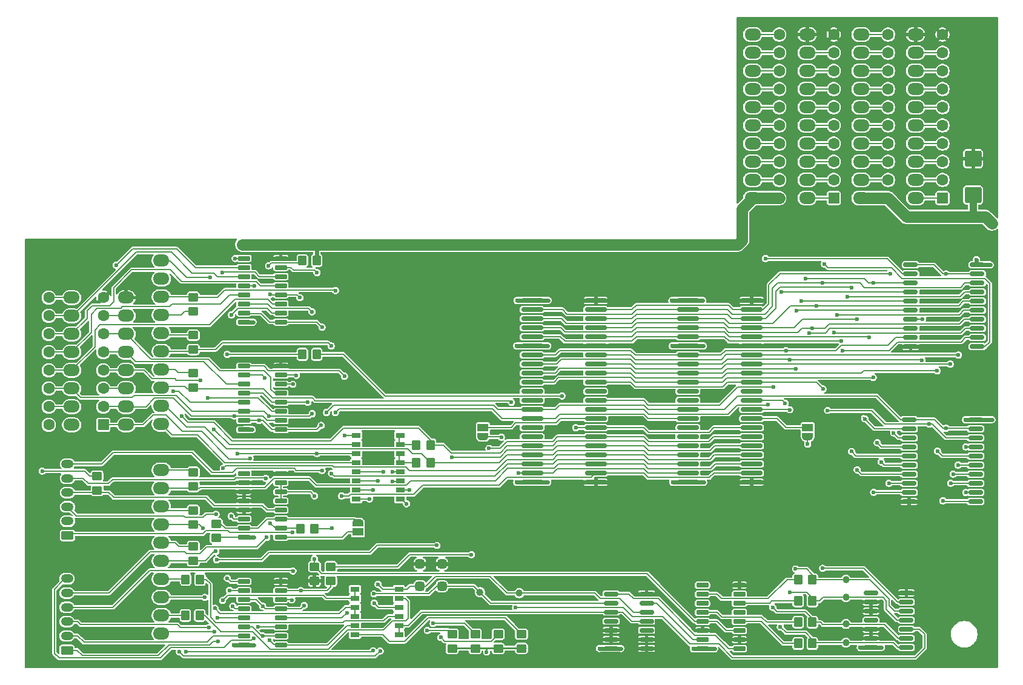
<source format=gbr>
%TF.GenerationSoftware,KiCad,Pcbnew,9.0.4*%
%TF.CreationDate,2025-12-15T16:32:27-04:00*%
%TF.ProjectId,RAMEXPB_V3,52414d45-5850-4425-9f56-332e6b696361,rev?*%
%TF.SameCoordinates,Original*%
%TF.FileFunction,Copper,L1,Top*%
%TF.FilePolarity,Positive*%
%FSLAX46Y46*%
G04 Gerber Fmt 4.6, Leading zero omitted, Abs format (unit mm)*
G04 Created by KiCad (PCBNEW 9.0.4) date 2025-12-15 16:32:27*
%MOMM*%
%LPD*%
G01*
G04 APERTURE LIST*
G04 Aperture macros list*
%AMRoundRect*
0 Rectangle with rounded corners*
0 $1 Rounding radius*
0 $2 $3 $4 $5 $6 $7 $8 $9 X,Y pos of 4 corners*
0 Add a 4 corners polygon primitive as box body*
4,1,4,$2,$3,$4,$5,$6,$7,$8,$9,$2,$3,0*
0 Add four circle primitives for the rounded corners*
1,1,$1+$1,$2,$3*
1,1,$1+$1,$4,$5*
1,1,$1+$1,$6,$7*
1,1,$1+$1,$8,$9*
0 Add four rect primitives between the rounded corners*
20,1,$1+$1,$2,$3,$4,$5,0*
20,1,$1+$1,$4,$5,$6,$7,0*
20,1,$1+$1,$6,$7,$8,$9,0*
20,1,$1+$1,$8,$9,$2,$3,0*%
%AMFreePoly0*
4,1,23,0.550000,-0.750000,0.000000,-0.750000,0.000000,-0.745722,-0.065263,-0.745722,-0.191342,-0.711940,-0.304381,-0.646677,-0.396677,-0.554381,-0.461940,-0.441342,-0.495722,-0.315263,-0.495722,-0.250000,-0.500000,-0.250000,-0.500000,0.250000,-0.495722,0.250000,-0.495722,0.315263,-0.461940,0.441342,-0.396677,0.554381,-0.304381,0.646677,-0.191342,0.711940,-0.065263,0.745722,0.000000,0.745722,
0.000000,0.750000,0.550000,0.750000,0.550000,-0.750000,0.550000,-0.750000,$1*%
%AMFreePoly1*
4,1,23,0.000000,0.745722,0.065263,0.745722,0.191342,0.711940,0.304381,0.646677,0.396677,0.554381,0.461940,0.441342,0.495722,0.315263,0.495722,0.250000,0.500000,0.250000,0.500000,-0.250000,0.495722,-0.250000,0.495722,-0.315263,0.461940,-0.441342,0.396677,-0.554381,0.304381,-0.646677,0.191342,-0.711940,0.065263,-0.745722,0.000000,-0.745722,0.000000,-0.750000,-0.550000,-0.750000,
-0.550000,0.750000,0.000000,0.750000,0.000000,0.745722,0.000000,0.745722,$1*%
G04 Aperture macros list end*
%TA.AperFunction,SMDPad,CuDef*%
%ADD10RoundRect,0.250000X-0.450000X0.350000X-0.450000X-0.350000X0.450000X-0.350000X0.450000X0.350000X0*%
%TD*%
%TA.AperFunction,SMDPad,CuDef*%
%ADD11RoundRect,0.250000X0.450000X-0.350000X0.450000X0.350000X-0.450000X0.350000X-0.450000X-0.350000X0*%
%TD*%
%TA.AperFunction,SMDPad,CuDef*%
%ADD12RoundRect,0.250000X0.350000X0.450000X-0.350000X0.450000X-0.350000X-0.450000X0.350000X-0.450000X0*%
%TD*%
%TA.AperFunction,SMDPad,CuDef*%
%ADD13FreePoly0,270.000000*%
%TD*%
%TA.AperFunction,SMDPad,CuDef*%
%ADD14R,1.500000X1.000000*%
%TD*%
%TA.AperFunction,SMDPad,CuDef*%
%ADD15FreePoly1,270.000000*%
%TD*%
%TA.AperFunction,SMDPad,CuDef*%
%ADD16RoundRect,0.150000X0.725000X0.150000X-0.725000X0.150000X-0.725000X-0.150000X0.725000X-0.150000X0*%
%TD*%
%TA.AperFunction,ComponentPad*%
%ADD17RoundRect,0.250000X0.550000X0.550000X-0.550000X0.550000X-0.550000X-0.550000X0.550000X-0.550000X0*%
%TD*%
%TA.AperFunction,ComponentPad*%
%ADD18C,1.600000*%
%TD*%
%TA.AperFunction,SMDPad,CuDef*%
%ADD19RoundRect,0.325000X0.325000X-0.325000X0.325000X0.325000X-0.325000X0.325000X-0.325000X-0.325000X0*%
%TD*%
%TA.AperFunction,SMDPad,CuDef*%
%ADD20R,1.250000X0.760000*%
%TD*%
%TA.AperFunction,SMDPad,CuDef*%
%ADD21RoundRect,0.150000X-0.875000X-0.150000X0.875000X-0.150000X0.875000X0.150000X-0.875000X0.150000X0*%
%TD*%
%TA.AperFunction,SMDPad,CuDef*%
%ADD22C,1.000000*%
%TD*%
%TA.AperFunction,SMDPad,CuDef*%
%ADD23RoundRect,0.250000X-0.350000X-0.450000X0.350000X-0.450000X0.350000X0.450000X-0.350000X0.450000X0*%
%TD*%
%TA.AperFunction,SMDPad,CuDef*%
%ADD24RoundRect,0.150000X-1.374000X-0.150000X1.374000X-0.150000X1.374000X0.150000X-1.374000X0.150000X0*%
%TD*%
%TA.AperFunction,SMDPad,CuDef*%
%ADD25RoundRect,0.250000X0.925000X-0.875000X0.925000X0.875000X-0.925000X0.875000X-0.925000X-0.875000X0*%
%TD*%
%TA.AperFunction,SMDPad,CuDef*%
%ADD26RoundRect,0.150000X0.825000X0.150000X-0.825000X0.150000X-0.825000X-0.150000X0.825000X-0.150000X0*%
%TD*%
%TA.AperFunction,SMDPad,CuDef*%
%ADD27FreePoly0,90.000000*%
%TD*%
%TA.AperFunction,SMDPad,CuDef*%
%ADD28FreePoly1,90.000000*%
%TD*%
%TA.AperFunction,ComponentPad*%
%ADD29O,2.300000X1.700000*%
%TD*%
%TA.AperFunction,ComponentPad*%
%ADD30RoundRect,0.250000X0.625000X-0.350000X0.625000X0.350000X-0.625000X0.350000X-0.625000X-0.350000X0*%
%TD*%
%TA.AperFunction,ComponentPad*%
%ADD31O,1.750000X1.200000*%
%TD*%
%TA.AperFunction,ViaPad*%
%ADD32C,0.600000*%
%TD*%
%TA.AperFunction,ViaPad*%
%ADD33C,1.000000*%
%TD*%
%TA.AperFunction,Conductor*%
%ADD34C,0.600000*%
%TD*%
%TA.AperFunction,Conductor*%
%ADD35C,0.200000*%
%TD*%
%TA.AperFunction,Conductor*%
%ADD36C,0.150000*%
%TD*%
%TA.AperFunction,Conductor*%
%ADD37C,1.600000*%
%TD*%
%TA.AperFunction,Conductor*%
%ADD38C,0.250000*%
%TD*%
%TA.AperFunction,Conductor*%
%ADD39C,1.000000*%
%TD*%
G04 APERTURE END LIST*
D10*
%TO.P,R9,1*%
%TO.N,RA5*%
X89275000Y-108955000D03*
%TO.P,R9,2*%
%TO.N,RA5F*%
X89275000Y-110955000D03*
%TD*%
D11*
%TO.P,R2,1*%
%TO.N,VCC*%
X92485000Y-118165000D03*
%TO.P,R2,2*%
%TO.N,Net-(JP3-B)*%
X92485000Y-116165000D03*
%TD*%
D12*
%TO.P,R20,1*%
%TO.N,MSRA1F*%
X122435000Y-107630000D03*
%TO.P,R20,2*%
%TO.N,Net-(R20-Pad2)*%
X120435000Y-107630000D03*
%TD*%
D13*
%TO.P,JP2,1,A*%
%TO.N,GND*%
X175155000Y-101375000D03*
D14*
%TO.P,JP2,2,C*%
%TO.N,Net-(JP2-C)*%
X175155000Y-102675000D03*
D15*
%TO.P,JP2,3,B*%
%TO.N,Net-(JP2-B)*%
X175155000Y-103975000D03*
%TD*%
D16*
%TO.P,U2,1,OEa*%
%TO.N,Net-(JP3-C)*%
X101500000Y-118063300D03*
%TO.P,U2,2,A1*%
%TO.N,~{RAS}*%
X101500000Y-116793300D03*
%TO.P,U2,3,I3a*%
%TO.N,Net-(JP3-B)*%
X101500000Y-115523300D03*
%TO.P,U2,4,I2a*%
%TO.N,A21*%
X101500000Y-114253300D03*
%TO.P,U2,5,I1a*%
%TO.N,Net-(U2-I0a)*%
X101500000Y-112983300D03*
%TO.P,U2,6,I0a*%
X101500000Y-111713300D03*
%TO.P,U2,7,Za*%
X101500000Y-110443300D03*
%TO.P,U2,8,GND*%
%TO.N,GND*%
X101500000Y-109173300D03*
%TO.P,U2,9,Zb*%
%TO.N,unconnected-(U2-Zb-Pad9)*%
X96350000Y-109173300D03*
%TO.P,U2,10,I0b*%
%TO.N,GND*%
X96350000Y-110443300D03*
%TO.P,U2,11,I1b*%
X96350000Y-111713300D03*
%TO.P,U2,12,I2b*%
X96350000Y-112983300D03*
%TO.P,U2,13,I3b*%
X96350000Y-114253300D03*
%TO.P,U2,14,A0*%
%TO.N,VID\u005C~{u}*%
X96350000Y-115523300D03*
%TO.P,U2,15,OEb*%
%TO.N,Net-(JP3-B)*%
X96350000Y-116793300D03*
%TO.P,U2,16,VCC*%
%TO.N,VCC*%
X96350000Y-118063300D03*
%TD*%
D17*
%TO.P,U13,1,OEa*%
%TO.N,Net-(J5-Pin_1)*%
X194000000Y-70631400D03*
D18*
%TO.P,U13,2,I0a*%
%TO.N,DQ8*%
X194000000Y-68091400D03*
%TO.P,U13,3,O3b*%
%TO.N,D12*%
X194000000Y-65551400D03*
%TO.P,U13,4,I1a*%
%TO.N,DQ9*%
X194000000Y-63011400D03*
%TO.P,U13,5,O2b*%
%TO.N,D13*%
X194000000Y-60471400D03*
%TO.P,U13,6,I2a*%
%TO.N,DQ10*%
X194000000Y-57931400D03*
%TO.P,U13,7,O1b*%
%TO.N,D14*%
X194000000Y-55391400D03*
%TO.P,U13,8,I3a*%
%TO.N,DQ11*%
X194000000Y-52851400D03*
%TO.P,U13,9,O0b*%
%TO.N,D15*%
X194000000Y-50311400D03*
%TO.P,U13,10,GND*%
%TO.N,GND*%
X194000000Y-47771400D03*
%TO.P,U13,11,I0b*%
%TO.N,DQ15*%
X186380000Y-47771400D03*
%TO.P,U13,12,O3a*%
%TO.N,D11*%
X186380000Y-50311400D03*
%TO.P,U13,13,I1b*%
%TO.N,DQ14*%
X186380000Y-52851400D03*
%TO.P,U13,14,O2a*%
%TO.N,D10*%
X186380000Y-55391400D03*
%TO.P,U13,15,I2b*%
%TO.N,DQ13*%
X186380000Y-57931400D03*
%TO.P,U13,16,O1a*%
%TO.N,D9*%
X186380000Y-60471400D03*
%TO.P,U13,17,I3b*%
%TO.N,DQ12*%
X186380000Y-63011400D03*
%TO.P,U13,18,O0a*%
%TO.N,D8*%
X186380000Y-65551400D03*
%TO.P,U13,19,OEb*%
%TO.N,Net-(J5-Pin_19)*%
X186380000Y-68091400D03*
%TO.P,U13,20,VCC*%
%TO.N,VCC*%
X186380000Y-70631400D03*
%TD*%
D16*
%TO.P,U3,1,~{EN}*%
%TO.N,Net-(U3A-~{EN})*%
X165604821Y-133612739D03*
%TO.P,U3,2,A*%
%TO.N,GND*%
X165604821Y-132342739D03*
%TO.P,U3,3,B*%
%TO.N,Net-(U2-I0a)*%
X165604821Y-131072739D03*
%TO.P,U3,4,~{Q0}*%
%TO.N,Net-(U3A-~{Q0})*%
X165604821Y-129802739D03*
%TO.P,U3,5,~{Q1}*%
%TO.N,unconnected-(U3A-~{Q1}-Pad5)*%
X165604821Y-128532739D03*
%TO.P,U3,6,~{Q2}*%
%TO.N,Net-(U3A-~{Q2})*%
X165604821Y-127262739D03*
%TO.P,U3,7,~{Q3}*%
%TO.N,unconnected-(U3A-~{Q3}-Pad7)*%
X165604821Y-125992739D03*
%TO.P,U3,8,GND*%
%TO.N,GND*%
X165604821Y-124722739D03*
%TO.P,U3,9,~{Q3}*%
%TO.N,unconnected-(U3B-~{Q3}-Pad9)*%
X160454821Y-124722739D03*
%TO.P,U3,10,~{Q2}*%
%TO.N,Net-(U3B-~{Q2})*%
X160454821Y-125992739D03*
%TO.P,U3,11,~{Q1}*%
%TO.N,unconnected-(U3B-~{Q1}-Pad11)*%
X160454821Y-127262739D03*
%TO.P,U3,12,~{Q0}*%
%TO.N,Net-(U3B-~{Q0})*%
X160454821Y-128532739D03*
%TO.P,U3,13,B*%
%TO.N,Net-(U2-I0a)*%
X160454821Y-129802739D03*
%TO.P,U3,14,A*%
%TO.N,GND*%
X160454821Y-131072739D03*
%TO.P,U3,15,~{EN}*%
%TO.N,Net-(U3B-~{EN})*%
X160454821Y-132342739D03*
%TO.P,U3,16,VCC*%
%TO.N,VCC*%
X160454821Y-133612739D03*
%TD*%
D12*
%TO.P,R15,1*%
%TO.N,MSRA0F*%
X122445000Y-105135000D03*
%TO.P,R15,2*%
%TO.N,Net-(R15-Pad2)*%
X120445000Y-105135000D03*
%TD*%
D11*
%TO.P,R22,1*%
%TO.N,VCC*%
X125460600Y-133595000D03*
%TO.P,R22,2*%
%TO.N,Net-(R22-Pad2)*%
X125460600Y-131595000D03*
%TD*%
D19*
%TO.P,D2,1,K*%
%TO.N,~{MCAS1}*%
X120955000Y-124905000D03*
%TO.P,D2,2,A*%
%TO.N,GND*%
X120955000Y-121805000D03*
%TD*%
D10*
%TO.P,R13,1*%
%TO.N,RA2*%
X89275000Y-89800000D03*
%TO.P,R13,2*%
%TO.N,RA2F*%
X89275000Y-91800000D03*
%TD*%
D12*
%TO.P,R24,1*%
%TO.N,VCC*%
X106535000Y-79365000D03*
%TO.P,R24,2*%
%TO.N,PULLUP*%
X104535000Y-79365000D03*
%TD*%
D13*
%TO.P,JP1,1,A*%
%TO.N,GND*%
X129775000Y-101395000D03*
D14*
%TO.P,JP1,2,C*%
%TO.N,Net-(JP1-C)*%
X129775000Y-102695000D03*
D15*
%TO.P,JP1,3,B*%
%TO.N,Net-(JP1-B)*%
X129775000Y-103995000D03*
%TD*%
D10*
%TO.P,R11,1*%
%TO.N,RA6*%
X89275000Y-119335000D03*
%TO.P,R11,2*%
%TO.N,RA6F*%
X89275000Y-121335000D03*
%TD*%
D12*
%TO.P,R25,1*%
%TO.N,MRA9F*%
X106535000Y-92475000D03*
%TO.P,R25,2*%
%TO.N,Net-(U11-Zb)*%
X104535000Y-92475000D03*
%TD*%
D20*
%TO.P,SWB1,1*%
%TO.N,~{CAS1}*%
X111870000Y-125300000D03*
%TO.P,SWB1,2*%
X111870000Y-126570000D03*
%TO.P,SWB1,3*%
%TO.N,~{CAS0}*%
X111870000Y-127840000D03*
%TO.P,SWB1,4*%
X111870000Y-129110000D03*
%TO.P,SWB1,5*%
%TO.N,C2M*%
X111870000Y-130380000D03*
%TO.P,SWB1,6*%
%TO.N,Net-(R26-Pad2)*%
X111870000Y-131650000D03*
%TO.P,SWB1,7*%
%TO.N,MC2M*%
X118020000Y-131650000D03*
%TO.P,SWB1,8*%
X118020000Y-130380000D03*
%TO.P,SWB1,9*%
%TO.N,Net-(R18-Pad2)*%
X118020000Y-129110000D03*
%TO.P,SWB1,10*%
%TO.N,~{MCAS0}*%
X118020000Y-127840000D03*
%TO.P,SWB1,11*%
%TO.N,Net-(R17-Pad2)*%
X118020000Y-126570000D03*
%TO.P,SWB1,12*%
%TO.N,~{MCAS1}*%
X118020000Y-125300000D03*
%TD*%
D16*
%TO.P,U10,1,OEa*%
%TO.N,DMA*%
X101500000Y-103006700D03*
%TO.P,U10,2,A1*%
%TO.N,VID\u005C~{u}*%
X101500000Y-101736700D03*
%TO.P,U10,3,I3a*%
%TO.N,VA8*%
X101500000Y-100466700D03*
%TO.P,U10,4,I2a*%
%TO.N,PULLUP*%
X101500000Y-99196700D03*
%TO.P,U10,5,I1a*%
%TO.N,A9*%
X101500000Y-97926700D03*
%TO.P,U10,6,I0a*%
%TO.N,A17*%
X101500000Y-96656700D03*
%TO.P,U10,7,Za*%
%TO.N,Net-(U10-Za)*%
X101500000Y-95386700D03*
%TO.P,U10,8,GND*%
%TO.N,GND*%
X101500000Y-94116700D03*
%TO.P,U10,9,Zb*%
%TO.N,MRA0*%
X96350000Y-94116700D03*
%TO.P,U10,10,I0b*%
%TO.N,A18*%
X96350000Y-95386700D03*
%TO.P,U10,11,I1b*%
%TO.N,A1*%
X96350000Y-96656700D03*
%TO.P,U10,12,I2b*%
%TO.N,PULLUP*%
X96350000Y-97926700D03*
%TO.P,U10,13,I3b*%
%TO.N,VA0*%
X96350000Y-99196700D03*
%TO.P,U10,14,A0*%
%TO.N,C2M*%
X96350000Y-100466700D03*
%TO.P,U10,15,OEb*%
%TO.N,DMA*%
X96350000Y-101736700D03*
%TO.P,U10,16,VCC*%
%TO.N,VCC*%
X96350000Y-103006700D03*
%TD*%
D11*
%TO.P,R8,1*%
%TO.N,GND*%
X106215000Y-124155000D03*
%TO.P,R8,2*%
%TO.N,Net-(U2-I0a)*%
X106215000Y-122155000D03*
%TD*%
D21*
%TO.P,U7,1,1OE*%
%TO.N,RAM-R{slash}~{W}F*%
X189550000Y-79965000D03*
%TO.P,U7,2,1A0*%
%TO.N,D0*%
X189550000Y-81235000D03*
%TO.P,U7,3,2Y0*%
%TO.N,DQ7*%
X189550000Y-82505000D03*
%TO.P,U7,4,1A1*%
%TO.N,D1*%
X189550000Y-83775000D03*
%TO.P,U7,5,2Y1*%
%TO.N,DQ6*%
X189550000Y-85045000D03*
%TO.P,U7,6,1A2*%
%TO.N,D2*%
X189550000Y-86315000D03*
%TO.P,U7,7,2Y2*%
%TO.N,DQ5*%
X189550000Y-87585000D03*
%TO.P,U7,8,1A3*%
%TO.N,D3*%
X189550000Y-88855000D03*
%TO.P,U7,9,2Y3*%
%TO.N,DQ4*%
X189550000Y-90125000D03*
%TO.P,U7,10,GND*%
%TO.N,GND*%
X189550000Y-91395000D03*
%TO.P,U7,11,2A3*%
%TO.N,D4*%
X198850000Y-91395000D03*
%TO.P,U7,12,1Y3*%
%TO.N,DQ3*%
X198850000Y-90125000D03*
%TO.P,U7,13,2A2*%
%TO.N,D5*%
X198850000Y-88855000D03*
%TO.P,U7,14,1Y2*%
%TO.N,DQ2*%
X198850000Y-87585000D03*
%TO.P,U7,15,2A1*%
%TO.N,D6*%
X198850000Y-86315000D03*
%TO.P,U7,16,1Y1*%
%TO.N,DQ1*%
X198850000Y-85045000D03*
%TO.P,U7,17,2A0*%
%TO.N,D7*%
X198850000Y-83775000D03*
%TO.P,U7,18,1Y0*%
%TO.N,DQ0*%
X198850000Y-82505000D03*
%TO.P,U7,19,2OE*%
%TO.N,RAM-R{slash}~{W}F*%
X198850000Y-81235000D03*
%TO.P,U7,20,VCC*%
%TO.N,VCC*%
X198850000Y-79965000D03*
%TD*%
D22*
%TO.P,TP2,1,1*%
%TO.N,~{MCAS2F}*%
X180515000Y-126395000D03*
%TD*%
D23*
%TO.P,R17,1*%
%TO.N,~{CAS1F}*%
X88165000Y-128985000D03*
%TO.P,R17,2*%
%TO.N,Net-(R17-Pad2)*%
X90165000Y-128985000D03*
%TD*%
D17*
%TO.P,U12,1,OEa*%
%TO.N,Net-(J4-Pin_1)*%
X178810000Y-70631400D03*
D18*
%TO.P,U12,2,I0a*%
%TO.N,DQ0*%
X178810000Y-68091400D03*
%TO.P,U12,3,O3b*%
%TO.N,D4*%
X178810000Y-65551400D03*
%TO.P,U12,4,I1a*%
%TO.N,DQ1*%
X178810000Y-63011400D03*
%TO.P,U12,5,O2b*%
%TO.N,D5*%
X178810000Y-60471400D03*
%TO.P,U12,6,I2a*%
%TO.N,DQ2*%
X178810000Y-57931400D03*
%TO.P,U12,7,O1b*%
%TO.N,D6*%
X178810000Y-55391400D03*
%TO.P,U12,8,I3a*%
%TO.N,DQ3*%
X178810000Y-52851400D03*
%TO.P,U12,9,O0b*%
%TO.N,D7*%
X178810000Y-50311400D03*
%TO.P,U12,10,GND*%
%TO.N,GND*%
X178810000Y-47771400D03*
%TO.P,U12,11,I0b*%
%TO.N,DQ7*%
X171190000Y-47771400D03*
%TO.P,U12,12,O3a*%
%TO.N,D3*%
X171190000Y-50311400D03*
%TO.P,U12,13,I1b*%
%TO.N,DQ6*%
X171190000Y-52851400D03*
%TO.P,U12,14,O2a*%
%TO.N,D2*%
X171190000Y-55391400D03*
%TO.P,U12,15,I2b*%
%TO.N,DQ5*%
X171190000Y-57931400D03*
%TO.P,U12,16,O1a*%
%TO.N,D1*%
X171190000Y-60471400D03*
%TO.P,U12,17,I3b*%
%TO.N,DQ4*%
X171190000Y-63011400D03*
%TO.P,U12,18,O0a*%
%TO.N,D0*%
X171190000Y-65551400D03*
%TO.P,U12,19,OEb*%
%TO.N,Net-(J4-Pin_19)*%
X171190000Y-68091400D03*
%TO.P,U12,20,VCC*%
%TO.N,VCC*%
X171190000Y-70631400D03*
%TD*%
D23*
%TO.P,R6,1*%
%TO.N,Net-(U3B-~{Q0})*%
X173825000Y-129926700D03*
%TO.P,R6,2*%
%TO.N,~{MCAS1F}*%
X175825000Y-129926700D03*
%TD*%
D24*
%TO.P,U5,1,VCC*%
%TO.N,VCC*%
X136645000Y-84940000D03*
%TO.P,U5,2,DQ1*%
%TO.N,DQ0*%
X136645000Y-86210000D03*
%TO.P,U5,3,DQ2*%
%TO.N,DQ1*%
X136645000Y-87480000D03*
%TO.P,U5,4,DQ3*%
%TO.N,DQ2*%
X136645000Y-88750000D03*
%TO.P,U5,5,DQ4*%
%TO.N,DQ3*%
X136645000Y-90020000D03*
%TO.P,U5,6,VCC*%
%TO.N,VCC*%
X136645000Y-91290000D03*
%TO.P,U5,7,DQ5*%
%TO.N,DQ4*%
X136645000Y-92560000D03*
%TO.P,U5,8,DQ6*%
%TO.N,DQ5*%
X136645000Y-93830000D03*
%TO.P,U5,9,DQ7*%
%TO.N,DQ6*%
X136645000Y-95100000D03*
%TO.P,U5,10,DQ8*%
%TO.N,DQ7*%
X136645000Y-96370000D03*
%TO.P,U5,11*%
%TO.N,N/C*%
X136645000Y-97640000D03*
%TO.P,U5,12*%
X136645000Y-98910000D03*
%TO.P,U5,13,~{WE}*%
%TO.N,RAM-R{slash}~{W}F*%
X136645000Y-100180000D03*
%TO.P,U5,14,~{RAS}*%
%TO.N,~{MRASF}*%
X136645000Y-101450000D03*
%TO.P,U5,15*%
%TO.N,N/C*%
X136645000Y-102720000D03*
%TO.P,U5,16*%
X136645000Y-103990000D03*
%TO.P,U5,17,A0*%
%TO.N,MSRA0F*%
X136645000Y-105260000D03*
%TO.P,U5,18,A1*%
%TO.N,MSRA1F*%
X136645000Y-106530000D03*
%TO.P,U5,19,A2*%
%TO.N,RA2F*%
X136645000Y-107800000D03*
%TO.P,U5,20,A3*%
%TO.N,RA3F*%
X136645000Y-109070000D03*
%TO.P,U5,21,VCC*%
%TO.N,VCC*%
X136645000Y-110340000D03*
%TO.P,U5,22,VSS*%
%TO.N,GND*%
X145535000Y-110340000D03*
%TO.P,U5,23,A4*%
%TO.N,RA4F*%
X145535000Y-109070000D03*
%TO.P,U5,24,A5*%
%TO.N,RA5F*%
X145535000Y-107800000D03*
%TO.P,U5,25,A6*%
%TO.N,RA6F*%
X145535000Y-106530000D03*
%TO.P,U5,26,A7*%
%TO.N,RA7F*%
X145535000Y-105260000D03*
%TO.P,U5,27,A8*%
%TO.N,MSRA8F*%
X145535000Y-103990000D03*
%TO.P,U5,28,A9*%
%TO.N,MRA9F*%
X145535000Y-102720000D03*
%TO.P,U5,29,~{OE}*%
%TO.N,Net-(JP1-C)*%
X145535000Y-101450000D03*
%TO.P,U5,30,~{UCAS}*%
%TO.N,~{MCAS1F}*%
X145535000Y-100180000D03*
%TO.P,U5,31,~{LCAS}*%
%TO.N,~{MCAS0F}*%
X145535000Y-98910000D03*
%TO.P,U5,32*%
%TO.N,N/C*%
X145535000Y-97640000D03*
%TO.P,U5,33,DQ9*%
%TO.N,DQ8*%
X145535000Y-96370000D03*
%TO.P,U5,34,DQ10*%
%TO.N,DQ9*%
X145535000Y-95100000D03*
%TO.P,U5,35,DQ11*%
%TO.N,DQ10*%
X145535000Y-93830000D03*
%TO.P,U5,36,DQ12*%
%TO.N,DQ11*%
X145535000Y-92560000D03*
%TO.P,U5,37,VSS*%
%TO.N,GND*%
X145535000Y-91290000D03*
%TO.P,U5,38,DQ13*%
%TO.N,DQ12*%
X145535000Y-90020000D03*
%TO.P,U5,39,DQ14*%
%TO.N,DQ13*%
X145535000Y-88750000D03*
%TO.P,U5,40,DQ15*%
%TO.N,DQ14*%
X145535000Y-87480000D03*
%TO.P,U5,41,DQ16*%
%TO.N,DQ15*%
X145535000Y-86210000D03*
%TO.P,U5,42,VSS*%
%TO.N,GND*%
X145535000Y-84940000D03*
%TD*%
D25*
%TO.P,C1,1*%
%TO.N,VCC*%
X198285000Y-70215000D03*
%TO.P,C1,2*%
%TO.N,GND*%
X198285000Y-65115000D03*
%TD*%
D23*
%TO.P,R18,1*%
%TO.N,~{CAS0F}*%
X88205000Y-123935000D03*
%TO.P,R18,2*%
%TO.N,Net-(R18-Pad2)*%
X90205000Y-123935000D03*
%TD*%
%TO.P,R5,1*%
%TO.N,Net-(U3A-~{Q2})*%
X173825000Y-126958300D03*
%TO.P,R5,2*%
%TO.N,~{MCAS2F}*%
X175825000Y-126958300D03*
%TD*%
D20*
%TO.P,SWB2,1*%
%TO.N,MRA0*%
X112050000Y-103800000D03*
%TO.P,SWB2,2*%
%TO.N,RA0*%
X112050000Y-105070000D03*
%TO.P,SWB2,3*%
%TO.N,MRA1*%
X112050000Y-106340000D03*
%TO.P,SWB2,4*%
%TO.N,RA1*%
X112050000Y-107610000D03*
%TO.P,SWB2,5*%
%TO.N,~{CAS1F}*%
X112050000Y-108880000D03*
%TO.P,SWB2,6*%
%TO.N,~{CAS0F}*%
X112050000Y-110150000D03*
%TO.P,SWB2,7*%
%TO.N,~{MCAS1}*%
X112050000Y-111420000D03*
%TO.P,SWB2,8*%
%TO.N,~{MCAS0}*%
X112050000Y-112690000D03*
%TO.P,SWB2,9*%
%TO.N,Net-(R21-Pad2)*%
X118200000Y-112690000D03*
%TO.P,SWB2,10*%
%TO.N,Net-(R16-Pad2)*%
X118200000Y-111420000D03*
%TO.P,SWB2,11*%
%TO.N,Net-(R22-Pad2)*%
X118200000Y-110150000D03*
%TO.P,SWB2,12*%
X118200000Y-108880000D03*
%TO.P,SWB2,13*%
%TO.N,Net-(R20-Pad2)*%
X118200000Y-107610000D03*
%TO.P,SWB2,14*%
X118200000Y-106340000D03*
%TO.P,SWB2,15*%
%TO.N,Net-(R15-Pad2)*%
X118200000Y-105070000D03*
%TO.P,SWB2,16*%
X118200000Y-103800000D03*
%TD*%
D26*
%TO.P,U1,1*%
%TO.N,GND*%
X152640000Y-133585000D03*
%TO.P,U1,2*%
X152640000Y-132315000D03*
%TO.P,U1,3*%
%TO.N,unconnected-(U1-Pad3)*%
X152640000Y-131045000D03*
%TO.P,U1,4*%
%TO.N,MC2M*%
X152640000Y-129775000D03*
%TO.P,U1,5*%
%TO.N,~{MCAS1}*%
X152640000Y-128505000D03*
%TO.P,U1,6*%
%TO.N,Net-(U3B-~{EN})*%
X152640000Y-127235000D03*
%TO.P,U1,7,GND*%
%TO.N,GND*%
X152640000Y-125965000D03*
%TO.P,U1,8*%
%TO.N,Net-(U3A-~{EN})*%
X147690000Y-125965000D03*
%TO.P,U1,9*%
%TO.N,~{MCAS0}*%
X147690000Y-127235000D03*
%TO.P,U1,10*%
%TO.N,MC2M*%
X147690000Y-128505000D03*
%TO.P,U1,11*%
%TO.N,unconnected-(U1-Pad11)*%
X147690000Y-129775000D03*
%TO.P,U1,12*%
%TO.N,GND*%
X147690000Y-131045000D03*
%TO.P,U1,13*%
X147690000Y-132315000D03*
%TO.P,U1,14,VCC*%
%TO.N,VCC*%
X147690000Y-133585000D03*
%TD*%
D19*
%TO.P,D1,1,K*%
%TO.N,~{MCAS0}*%
X124025000Y-124885000D03*
%TO.P,D1,2,A*%
%TO.N,GND*%
X124025000Y-121785000D03*
%TD*%
D11*
%TO.P,R16,1*%
%TO.N,VCC*%
X131898300Y-133595000D03*
%TO.P,R16,2*%
%TO.N,Net-(R16-Pad2)*%
X131898300Y-131595000D03*
%TD*%
D22*
%TO.P,TP3,1,1*%
%TO.N,~{MCAS1F}*%
X180515000Y-130165000D03*
%TD*%
%TO.P,TP5,1,1*%
%TO.N,~{MCAS0}*%
X129345000Y-125725000D03*
%TD*%
D16*
%TO.P,U11,1,OEa*%
%TO.N,DMA*%
X101500000Y-87950000D03*
%TO.P,U11,2,A1*%
%TO.N,VID\u005C~{u}*%
X101500000Y-86680000D03*
%TO.P,U11,3,I3a*%
%TO.N,VA1*%
X101500000Y-85410000D03*
%TO.P,U11,4,I2a*%
%TO.N,PULLUP*%
X101500000Y-84140000D03*
%TO.P,U11,5,I1a*%
%TO.N,A2*%
X101500000Y-82870000D03*
%TO.P,U11,6,I0a*%
%TO.N,A19*%
X101500000Y-81600000D03*
%TO.P,U11,7,Za*%
%TO.N,MRA1*%
X101500000Y-80330000D03*
%TO.P,U11,8,GND*%
%TO.N,GND*%
X101500000Y-79060000D03*
%TO.P,U11,9,Zb*%
%TO.N,Net-(U11-Zb)*%
X96350000Y-79060000D03*
%TO.P,U11,10,I0b*%
%TO.N,A20*%
X96350000Y-80330000D03*
%TO.P,U11,11,I1b*%
%TO.N,A10*%
X96350000Y-81600000D03*
%TO.P,U11,12,I2b*%
%TO.N,PULLUP*%
X96350000Y-82870000D03*
%TO.P,U11,13,I3b*%
%TO.N,VA9*%
X96350000Y-84140000D03*
%TO.P,U11,14,A0*%
%TO.N,C2M*%
X96350000Y-85410000D03*
%TO.P,U11,15,OEb*%
%TO.N,DMA*%
X96350000Y-86680000D03*
%TO.P,U11,16,VCC*%
%TO.N,VCC*%
X96350000Y-87950000D03*
%TD*%
D23*
%TO.P,R7,1*%
%TO.N,Net-(U3B-~{Q2})*%
X173825000Y-123990000D03*
%TO.P,R7,2*%
%TO.N,~{MCAS3F}*%
X175825000Y-123990000D03*
%TD*%
D11*
%TO.P,R26,1*%
%TO.N,VCC*%
X135155000Y-133585000D03*
%TO.P,R26,2*%
%TO.N,Net-(R26-Pad2)*%
X135155000Y-131585000D03*
%TD*%
D16*
%TO.P,U9,1,S*%
%TO.N,C2M*%
X101500000Y-133120000D03*
%TO.P,U9,2,I0a*%
%TO.N,PULLUP*%
X101500000Y-131850000D03*
%TO.P,U9,3,I1a*%
%TO.N,VA5*%
X101500000Y-130580000D03*
%TO.P,U9,4,Za*%
%TO.N,MRA0*%
X101500000Y-129310000D03*
%TO.P,U9,5,I0b*%
%TO.N,PULLUP*%
X101500000Y-128040000D03*
%TO.P,U9,6,I1b*%
%TO.N,VA13*%
X101500000Y-126770000D03*
%TO.P,U9,7,Zb*%
%TO.N,Net-(U10-Za)*%
X101500000Y-125500000D03*
%TO.P,U9,8,GND*%
%TO.N,GND*%
X101500000Y-124230000D03*
%TO.P,U9,9,Zd*%
%TO.N,Net-(U11-Zb)*%
X96350000Y-124230000D03*
%TO.P,U9,10,I1d*%
%TO.N,~{SNDPG2}*%
X96350000Y-125500000D03*
%TO.P,U9,11,I0d*%
%TO.N,PULLUP*%
X96350000Y-126770000D03*
%TO.P,U9,12,Zc*%
%TO.N,MRA1*%
X96350000Y-128040000D03*
%TO.P,U9,13,I1c*%
%TO.N,VA6*%
X96350000Y-129310000D03*
%TO.P,U9,14,I0c*%
%TO.N,PULLUP*%
X96350000Y-130580000D03*
%TO.P,U9,15,OE*%
%TO.N,~{DMA}*%
X96350000Y-131850000D03*
%TO.P,U9,16,VCC*%
%TO.N,VCC*%
X96350000Y-133120000D03*
%TD*%
D21*
%TO.P,U8,1,1OE*%
%TO.N,RAM-R{slash}~{W}F*%
X189330000Y-101610000D03*
%TO.P,U8,2,1A0*%
%TO.N,D8*%
X189330000Y-102880000D03*
%TO.P,U8,3,2Y0*%
%TO.N,DQ15*%
X189330000Y-104150000D03*
%TO.P,U8,4,1A1*%
%TO.N,D9*%
X189330000Y-105420000D03*
%TO.P,U8,5,2Y1*%
%TO.N,DQ14*%
X189330000Y-106690000D03*
%TO.P,U8,6,1A2*%
%TO.N,D10*%
X189330000Y-107960000D03*
%TO.P,U8,7,2Y2*%
%TO.N,DQ13*%
X189330000Y-109230000D03*
%TO.P,U8,8,1A3*%
%TO.N,D11*%
X189330000Y-110500000D03*
%TO.P,U8,9,2Y3*%
%TO.N,DQ12*%
X189330000Y-111770000D03*
%TO.P,U8,10,GND*%
%TO.N,GND*%
X189330000Y-113040000D03*
%TO.P,U8,11,2A3*%
%TO.N,D12*%
X198630000Y-113040000D03*
%TO.P,U8,12,1Y3*%
%TO.N,DQ11*%
X198630000Y-111770000D03*
%TO.P,U8,13,2A2*%
%TO.N,D13*%
X198630000Y-110500000D03*
%TO.P,U8,14,1Y2*%
%TO.N,DQ10*%
X198630000Y-109230000D03*
%TO.P,U8,15,2A1*%
%TO.N,D14*%
X198630000Y-107960000D03*
%TO.P,U8,16,1Y1*%
%TO.N,DQ9*%
X198630000Y-106690000D03*
%TO.P,U8,17,2A0*%
%TO.N,D15*%
X198630000Y-105420000D03*
%TO.P,U8,18,1Y0*%
%TO.N,DQ8*%
X198630000Y-104150000D03*
%TO.P,U8,19,2OE*%
%TO.N,RAM-R{slash}~{W}F*%
X198630000Y-102880000D03*
%TO.P,U8,20,VCC*%
%TO.N,VCC*%
X198630000Y-101610000D03*
%TD*%
D24*
%TO.P,U6,1,VCC*%
%TO.N,VCC*%
X158425000Y-84940000D03*
%TO.P,U6,2,DQ1*%
%TO.N,DQ0*%
X158425000Y-86210000D03*
%TO.P,U6,3,DQ2*%
%TO.N,DQ1*%
X158425000Y-87480000D03*
%TO.P,U6,4,DQ3*%
%TO.N,DQ2*%
X158425000Y-88750000D03*
%TO.P,U6,5,DQ4*%
%TO.N,DQ3*%
X158425000Y-90020000D03*
%TO.P,U6,6,VCC*%
%TO.N,VCC*%
X158425000Y-91290000D03*
%TO.P,U6,7,DQ5*%
%TO.N,DQ4*%
X158425000Y-92560000D03*
%TO.P,U6,8,DQ6*%
%TO.N,DQ5*%
X158425000Y-93830000D03*
%TO.P,U6,9,DQ7*%
%TO.N,DQ6*%
X158425000Y-95100000D03*
%TO.P,U6,10,DQ8*%
%TO.N,DQ7*%
X158425000Y-96370000D03*
%TO.P,U6,11*%
%TO.N,N/C*%
X158425000Y-97640000D03*
%TO.P,U6,12*%
X158425000Y-98910000D03*
%TO.P,U6,13,~{WE}*%
%TO.N,RAM-R{slash}~{W}F*%
X158425000Y-100180000D03*
%TO.P,U6,14,~{RAS}*%
%TO.N,~{MRASF}*%
X158425000Y-101450000D03*
%TO.P,U6,15*%
%TO.N,N/C*%
X158425000Y-102720000D03*
%TO.P,U6,16*%
X158425000Y-103990000D03*
%TO.P,U6,17,A0*%
%TO.N,MSRA0F*%
X158425000Y-105260000D03*
%TO.P,U6,18,A1*%
%TO.N,MSRA1F*%
X158425000Y-106530000D03*
%TO.P,U6,19,A2*%
%TO.N,RA2F*%
X158425000Y-107800000D03*
%TO.P,U6,20,A3*%
%TO.N,RA3F*%
X158425000Y-109070000D03*
%TO.P,U6,21,VCC*%
%TO.N,VCC*%
X158425000Y-110340000D03*
%TO.P,U6,22,VSS*%
%TO.N,GND*%
X167315000Y-110340000D03*
%TO.P,U6,23,A4*%
%TO.N,RA4F*%
X167315000Y-109070000D03*
%TO.P,U6,24,A5*%
%TO.N,RA5F*%
X167315000Y-107800000D03*
%TO.P,U6,25,A6*%
%TO.N,RA6F*%
X167315000Y-106530000D03*
%TO.P,U6,26,A7*%
%TO.N,RA7F*%
X167315000Y-105260000D03*
%TO.P,U6,27,A8*%
%TO.N,MSRA8F*%
X167315000Y-103990000D03*
%TO.P,U6,28,A9*%
%TO.N,MRA9F*%
X167315000Y-102720000D03*
%TO.P,U6,29,~{OE}*%
%TO.N,Net-(JP2-C)*%
X167315000Y-101450000D03*
%TO.P,U6,30,~{UCAS}*%
%TO.N,~{MCAS3F}*%
X167315000Y-100180000D03*
%TO.P,U6,31,~{LCAS}*%
%TO.N,~{MCAS2F}*%
X167315000Y-98910000D03*
%TO.P,U6,32*%
%TO.N,N/C*%
X167315000Y-97640000D03*
%TO.P,U6,33,DQ9*%
%TO.N,DQ8*%
X167315000Y-96370000D03*
%TO.P,U6,34,DQ10*%
%TO.N,DQ9*%
X167315000Y-95100000D03*
%TO.P,U6,35,DQ11*%
%TO.N,DQ10*%
X167315000Y-93830000D03*
%TO.P,U6,36,DQ12*%
%TO.N,DQ11*%
X167315000Y-92560000D03*
%TO.P,U6,37,VSS*%
%TO.N,GND*%
X167315000Y-91290000D03*
%TO.P,U6,38,DQ13*%
%TO.N,DQ12*%
X167315000Y-90020000D03*
%TO.P,U6,39,DQ14*%
%TO.N,DQ13*%
X167315000Y-88750000D03*
%TO.P,U6,40,DQ15*%
%TO.N,DQ14*%
X167315000Y-87480000D03*
%TO.P,U6,41,DQ16*%
%TO.N,DQ15*%
X167315000Y-86210000D03*
%TO.P,U6,42,VSS*%
%TO.N,GND*%
X167315000Y-84940000D03*
%TD*%
D22*
%TO.P,TP4,1,1*%
%TO.N,~{MCAS3F}*%
X180515000Y-123975000D03*
%TD*%
D10*
%TO.P,R10,1*%
%TO.N,RA7*%
X89275000Y-114285000D03*
%TO.P,R10,2*%
%TO.N,RA7F*%
X89275000Y-116285000D03*
%TD*%
D22*
%TO.P,TP6,1,1*%
%TO.N,~{MCAS1}*%
X134845000Y-125855000D03*
%TD*%
D23*
%TO.P,R4,1*%
%TO.N,Net-(U3A-~{Q0})*%
X173825000Y-132895000D03*
%TO.P,R4,2*%
%TO.N,~{MCAS0F}*%
X175825000Y-132895000D03*
%TD*%
D10*
%TO.P,R12,1*%
%TO.N,RA4F*%
X89275000Y-84475000D03*
%TO.P,R12,2*%
%TO.N,RA4*%
X89275000Y-86475000D03*
%TD*%
D26*
%TO.P,U4,1*%
%TO.N,~{MCAS0F}*%
X188955000Y-133445000D03*
%TO.P,U4,2*%
%TO.N,~{MCAS1F}*%
X188955000Y-132175000D03*
%TO.P,U4,3*%
%TO.N,Net-(JP1-B)*%
X188955000Y-130905000D03*
%TO.P,U4,4*%
%TO.N,~{MCAS2F}*%
X188955000Y-129635000D03*
%TO.P,U4,5*%
%TO.N,~{MCAS3F}*%
X188955000Y-128365000D03*
%TO.P,U4,6*%
%TO.N,Net-(JP2-B)*%
X188955000Y-127095000D03*
%TO.P,U4,7,GND*%
%TO.N,GND*%
X188955000Y-125825000D03*
%TO.P,U4,8*%
%TO.N,unconnected-(U4-Pad8)*%
X184005000Y-125825000D03*
%TO.P,U4,9*%
%TO.N,GND*%
X184005000Y-127095000D03*
%TO.P,U4,10*%
X184005000Y-128365000D03*
%TO.P,U4,11*%
%TO.N,unconnected-(U4-Pad11)*%
X184005000Y-129635000D03*
%TO.P,U4,12*%
%TO.N,GND*%
X184005000Y-130905000D03*
%TO.P,U4,13*%
X184005000Y-132175000D03*
%TO.P,U4,14,VCC*%
%TO.N,VCC*%
X184005000Y-133445000D03*
%TD*%
D17*
%TO.P,J1,1*%
%TO.N,DMA*%
X76700000Y-102330000D03*
D18*
%TO.P,J1,2*%
%TO.N,VID\u005C~{u}*%
X76700000Y-99790000D03*
%TO.P,J1,3*%
%TO.N,VA0*%
X76700000Y-97250000D03*
%TO.P,J1,4*%
%TO.N,VA8*%
X76700000Y-94710000D03*
%TO.P,J1,5*%
%TO.N,A1*%
X76700000Y-92170000D03*
%TO.P,J1,6*%
%TO.N,A9*%
X76700000Y-89630000D03*
%TO.P,J1,7*%
%TO.N,Net-(J1-Pad7)*%
X76700000Y-87090000D03*
%TO.P,J1,8*%
%TO.N,GND*%
X76700000Y-84550000D03*
%TO.P,J1,9*%
%TO.N,Net-(J1-Pad9)*%
X69080000Y-84550000D03*
%TO.P,J1,10*%
%TO.N,A10*%
X69080000Y-87090000D03*
%TO.P,J1,11*%
%TO.N,A2*%
X69080000Y-89630000D03*
%TO.P,J1,12*%
%TO.N,VA9*%
X69080000Y-92170000D03*
%TO.P,J1,13*%
%TO.N,VA1*%
X69080000Y-94710000D03*
%TO.P,J1,14*%
%TO.N,C2M*%
X69080000Y-97250000D03*
%TO.P,J1,15*%
%TO.N,Net-(J1-Pad15)*%
X69080000Y-99790000D03*
%TO.P,J1,16*%
%TO.N,VCC*%
X69080000Y-102330000D03*
%TD*%
D10*
%TO.P,R19,1*%
%TO.N,MSRA8F*%
X108505000Y-122165000D03*
%TO.P,R19,2*%
%TO.N,Net-(U10-Za)*%
X108505000Y-124165000D03*
%TD*%
%TO.P,R3,1*%
%TO.N,VCC*%
X75835000Y-109505000D03*
%TO.P,R3,2*%
%TO.N,A21*%
X75835000Y-111505000D03*
%TD*%
D11*
%TO.P,R21,1*%
%TO.N,VCC*%
X128679400Y-133595000D03*
%TO.P,R21,2*%
%TO.N,Net-(R21-Pad2)*%
X128679400Y-131595000D03*
%TD*%
D10*
%TO.P,R14,1*%
%TO.N,RA3*%
X89275000Y-95125000D03*
%TO.P,R14,2*%
%TO.N,RA3F*%
X89275000Y-97125000D03*
%TD*%
D22*
%TO.P,TP1,1,1*%
%TO.N,~{MCAS0F}*%
X180515000Y-132785000D03*
%TD*%
D23*
%TO.P,R1,1*%
%TO.N,~{RAS}*%
X104235000Y-116815000D03*
%TO.P,R1,2*%
%TO.N,~{MRASF}*%
X106235000Y-116815000D03*
%TD*%
D27*
%TO.P,JP3,1,A*%
%TO.N,GND*%
X112295000Y-118615000D03*
D14*
%TO.P,JP3,2,C*%
%TO.N,Net-(JP3-C)*%
X112295000Y-117315000D03*
D28*
%TO.P,JP3,3,B*%
%TO.N,Net-(JP3-B)*%
X112295000Y-116015000D03*
%TD*%
D29*
%TO.P,J9,1,Pin_1*%
%TO.N,RA0*%
X84810000Y-79370000D03*
%TO.P,J9,2,Pin_2*%
%TO.N,MSRA0F*%
X84810000Y-81910000D03*
%TO.P,J9,3,Pin_3*%
%TO.N,RA4F*%
X84810000Y-84450000D03*
%TO.P,J9,4,Pin_4*%
%TO.N,RA4*%
X84810000Y-86990000D03*
%TO.P,J9,5,Pin_5*%
%TO.N,RA2*%
X84810000Y-89530000D03*
%TO.P,J9,6,Pin_6*%
%TO.N,RA2F*%
X84810000Y-92070000D03*
%TO.P,J9,7,Pin_7*%
%TO.N,RA3*%
X84810000Y-94610000D03*
%TO.P,J9,8,Pin_8*%
%TO.N,RA3F*%
X84810000Y-97150000D03*
%TO.P,J9,9,Pin_9*%
%TO.N,MSRA1F*%
X84810000Y-99690000D03*
%TO.P,J9,10,Pin_10*%
%TO.N,RA1*%
X84810000Y-102230000D03*
%TD*%
%TO.P,J10,1,Pin_1*%
%TO.N,RA5*%
X84810000Y-108670000D03*
%TO.P,J10,2,Pin_2*%
%TO.N,RA5F*%
X84810000Y-111210000D03*
%TO.P,J10,3,Pin_3*%
%TO.N,RA7*%
X84810000Y-113750000D03*
%TO.P,J10,4,Pin_4*%
%TO.N,RA7F*%
X84810000Y-116290000D03*
%TO.P,J10,5,Pin_5*%
%TO.N,RA6*%
X84810000Y-118830000D03*
%TO.P,J10,6,Pin_6*%
%TO.N,RA6F*%
X84810000Y-121370000D03*
%TO.P,J10,7,Pin_7*%
%TO.N,~{CAS0F}*%
X84810000Y-123910000D03*
%TO.P,J10,8,Pin_8*%
%TO.N,~{CAS0}*%
X84810000Y-126450000D03*
%TO.P,J10,9,Pin_9*%
%TO.N,~{CAS1F}*%
X84810000Y-128990000D03*
%TO.P,J10,10,Pin_10*%
%TO.N,~{CAS1}*%
X84810000Y-131530000D03*
%TD*%
%TO.P,J5,1,Pin_1*%
%TO.N,Net-(J5-Pin_1)*%
X190260000Y-70631400D03*
%TO.P,J5,2,Pin_2*%
%TO.N,DQ8*%
X190260000Y-68091400D03*
%TO.P,J5,3,Pin_3*%
%TO.N,D12*%
X190260000Y-65551400D03*
%TO.P,J5,4,Pin_4*%
%TO.N,DQ9*%
X190260000Y-63011400D03*
%TO.P,J5,5,Pin_5*%
%TO.N,D13*%
X190260000Y-60471400D03*
%TO.P,J5,6,Pin_6*%
%TO.N,DQ10*%
X190260000Y-57931400D03*
%TO.P,J5,7,Pin_7*%
%TO.N,D14*%
X190260000Y-55391400D03*
%TO.P,J5,8,Pin_8*%
%TO.N,DQ11*%
X190260000Y-52851400D03*
%TO.P,J5,9,Pin_9*%
%TO.N,D15*%
X190260000Y-50311400D03*
%TO.P,J5,10,Pin_10*%
%TO.N,GND*%
X190260000Y-47771400D03*
%TO.P,J5,11,Pin_11*%
%TO.N,DQ15*%
X182640000Y-47771400D03*
%TO.P,J5,12,Pin_12*%
%TO.N,D11*%
X182640000Y-50311400D03*
%TO.P,J5,13,Pin_13*%
%TO.N,DQ14*%
X182640000Y-52851400D03*
%TO.P,J5,14,Pin_14*%
%TO.N,D10*%
X182640000Y-55391400D03*
%TO.P,J5,15,Pin_15*%
%TO.N,DQ13*%
X182640000Y-57931400D03*
%TO.P,J5,16,Pin_16*%
%TO.N,D9*%
X182640000Y-60471400D03*
%TO.P,J5,17,Pin_17*%
%TO.N,DQ12*%
X182640000Y-63011400D03*
%TO.P,J5,18,Pin_18*%
%TO.N,D8*%
X182640000Y-65551400D03*
%TO.P,J5,19,Pin_19*%
%TO.N,Net-(J5-Pin_19)*%
X182640000Y-68091400D03*
%TO.P,J5,20,Pin_20*%
%TO.N,VCC*%
X182640000Y-70631400D03*
%TD*%
D30*
%TO.P,J11,1*%
%TO.N,~{SNDPG2}*%
X71615000Y-133840000D03*
D31*
%TO.P,J11,2*%
%TO.N,~{DMA}*%
X71615000Y-131840000D03*
%TO.P,J11,3*%
%TO.N,VA6*%
X71615000Y-129840000D03*
%TO.P,J11,4*%
%TO.N,VA13*%
X71615000Y-127840000D03*
%TO.P,J11,5*%
%TO.N,A18*%
X71615000Y-125840000D03*
%TO.P,J11,6*%
%TO.N,VA5*%
X71615000Y-123840000D03*
%TD*%
D29*
%TO.P,J4,1,Pin_1*%
%TO.N,Net-(J4-Pin_1)*%
X175110000Y-70631400D03*
%TO.P,J4,2,Pin_2*%
%TO.N,DQ0*%
X175110000Y-68091400D03*
%TO.P,J4,3,Pin_3*%
%TO.N,D4*%
X175110000Y-65551400D03*
%TO.P,J4,4,Pin_4*%
%TO.N,DQ1*%
X175110000Y-63011400D03*
%TO.P,J4,5,Pin_5*%
%TO.N,D5*%
X175110000Y-60471400D03*
%TO.P,J4,6,Pin_6*%
%TO.N,DQ2*%
X175110000Y-57931400D03*
%TO.P,J4,7,Pin_7*%
%TO.N,D6*%
X175110000Y-55391400D03*
%TO.P,J4,8,Pin_8*%
%TO.N,DQ3*%
X175110000Y-52851400D03*
%TO.P,J4,9,Pin_9*%
%TO.N,D7*%
X175110000Y-50311400D03*
%TO.P,J4,10,Pin_10*%
%TO.N,GND*%
X175110000Y-47771400D03*
%TO.P,J4,11,Pin_11*%
%TO.N,DQ7*%
X167490000Y-47771400D03*
%TO.P,J4,12,Pin_12*%
%TO.N,D3*%
X167490000Y-50311400D03*
%TO.P,J4,13,Pin_13*%
%TO.N,DQ6*%
X167490000Y-52851400D03*
%TO.P,J4,14,Pin_14*%
%TO.N,D2*%
X167490000Y-55391400D03*
%TO.P,J4,15,Pin_15*%
%TO.N,DQ5*%
X167490000Y-57931400D03*
%TO.P,J4,16,Pin_16*%
%TO.N,D1*%
X167490000Y-60471400D03*
%TO.P,J4,17,Pin_17*%
%TO.N,DQ4*%
X167490000Y-63011400D03*
%TO.P,J4,18,Pin_18*%
%TO.N,D0*%
X167490000Y-65551400D03*
%TO.P,J4,19,Pin_19*%
%TO.N,Net-(J4-Pin_19)*%
X167490000Y-68091400D03*
%TO.P,J4,20,Pin_20*%
%TO.N,VCC*%
X167490000Y-70631400D03*
%TD*%
D30*
%TO.P,J12,1*%
%TO.N,A17*%
X71695000Y-117795000D03*
D31*
%TO.P,J12,2*%
%TO.N,A20*%
X71695000Y-115795000D03*
%TO.P,J12,3*%
%TO.N,A19*%
X71695000Y-113795000D03*
%TO.P,J12,4*%
%TO.N,A21*%
X71695000Y-111795000D03*
%TO.P,J12,5*%
%TO.N,~{RAS}*%
X71695000Y-109795000D03*
%TO.P,J12,6*%
%TO.N,RAM-R{slash}~{W}F*%
X71695000Y-107795000D03*
%TD*%
D29*
%TO.P,J8,1*%
%TO.N,DMA*%
X79875000Y-102335000D03*
%TO.P,J8,2*%
%TO.N,VID\u005C~{u}*%
X79875000Y-99795000D03*
%TO.P,J8,3*%
%TO.N,VA0*%
X79875000Y-97255000D03*
%TO.P,J8,4*%
%TO.N,VA8*%
X79875000Y-94715000D03*
%TO.P,J8,5*%
%TO.N,A1*%
X79875000Y-92175000D03*
%TO.P,J8,6*%
%TO.N,A9*%
X79875000Y-89635000D03*
%TO.P,J8,7*%
%TO.N,Net-(J1-Pad7)*%
X79875000Y-87095000D03*
%TO.P,J8,8*%
%TO.N,GND*%
X79875000Y-84555000D03*
%TO.P,J8,9*%
%TO.N,Net-(J1-Pad9)*%
X72255000Y-84555000D03*
%TO.P,J8,10*%
%TO.N,A10*%
X72255000Y-87095000D03*
%TO.P,J8,11*%
%TO.N,A2*%
X72255000Y-89635000D03*
%TO.P,J8,12*%
%TO.N,VA9*%
X72255000Y-92175000D03*
%TO.P,J8,13*%
%TO.N,VA1*%
X72255000Y-94715000D03*
%TO.P,J8,14*%
%TO.N,C2M*%
X72255000Y-97255000D03*
%TO.P,J8,15*%
%TO.N,Net-(J1-Pad15)*%
X72255000Y-99795000D03*
%TO.P,J8,16*%
%TO.N,VCC*%
X72255000Y-102335000D03*
%TD*%
D32*
%TO.N,GND*%
X128155000Y-101395000D03*
X81920000Y-87010000D03*
X154305000Y-132315000D03*
X201330000Y-63795000D03*
X115140000Y-106970000D03*
X112280000Y-121250000D03*
X201330000Y-54340000D03*
X112280000Y-119440000D03*
X198590000Y-96655000D03*
X91710000Y-111820000D03*
X144630000Y-79220000D03*
X164100000Y-124720000D03*
X169110000Y-84930000D03*
X80870000Y-131370000D03*
X151075000Y-125965000D03*
X103058000Y-79060000D03*
X139510000Y-126550000D03*
X100010000Y-124230000D03*
X190810000Y-113050000D03*
X82890000Y-79360000D03*
X125490000Y-121780000D03*
X169420000Y-110340000D03*
X185310000Y-118220000D03*
X80870000Y-127920000D03*
X114550000Y-128680000D03*
X106320000Y-131490000D03*
X132070000Y-112220000D03*
X98730000Y-106970000D03*
X139140000Y-79220000D03*
X147620000Y-84950000D03*
X165430000Y-84930000D03*
X155610000Y-79220000D03*
X182570000Y-75470000D03*
X115070000Y-104260000D03*
X81530000Y-79380000D03*
X190480000Y-125830000D03*
X191038000Y-91390000D03*
X81920000Y-89770000D03*
X88390000Y-83020000D03*
X154990000Y-118400000D03*
X114370000Y-130380000D03*
X167140000Y-124720000D03*
X143700000Y-110340000D03*
X91340000Y-106610000D03*
X190800000Y-118220000D03*
X149500000Y-118400000D03*
X147690000Y-110340000D03*
X187440000Y-125830000D03*
X122790000Y-127190000D03*
X100010000Y-94110000D03*
X186130000Y-129310000D03*
X160480000Y-118400000D03*
X198590000Y-99540000D03*
X99970000Y-109170000D03*
X196290000Y-118220000D03*
X102420000Y-121390000D03*
X87540000Y-118310000D03*
X80400000Y-111100000D03*
X198610000Y-76730000D03*
X198060000Y-127790000D03*
X108520000Y-119150000D03*
X187998000Y-91390000D03*
X144010000Y-118400000D03*
X107760000Y-113110000D03*
X147680000Y-91290000D03*
X146130000Y-132310000D03*
X103050000Y-94110000D03*
X165590000Y-45760000D03*
X150120000Y-79220000D03*
X143630000Y-84950000D03*
X103010000Y-114210000D03*
X106410000Y-127230000D03*
X100018000Y-79060000D03*
X97480000Y-112320000D03*
X127240000Y-124160000D03*
X139800000Y-88110000D03*
X182610000Y-45710000D03*
X154115000Y-125965000D03*
X191925000Y-45760000D03*
X142340000Y-86180000D03*
X169360000Y-91280000D03*
X122450000Y-121805000D03*
X165430000Y-110340000D03*
X167250000Y-132345000D03*
X165600000Y-54340000D03*
X201380000Y-45770000D03*
X123270000Y-79210000D03*
X122190000Y-112280000D03*
X80400000Y-108400000D03*
X91620000Y-121990000D03*
X198590000Y-93770000D03*
X173015000Y-45760000D03*
X187868000Y-113050000D03*
X77180000Y-126870000D03*
X186020000Y-131620000D03*
X103050000Y-124230000D03*
X179820000Y-118220000D03*
X165370000Y-91280000D03*
X103010000Y-109170000D03*
X143690000Y-91290000D03*
X193490000Y-133040000D03*
X150250000Y-131010000D03*
X97750000Y-110440000D03*
X132710000Y-79210000D03*
%TO.N,RAM-R{slash}~{W}F*%
X194500000Y-102810000D03*
X107270000Y-108720000D03*
X107900000Y-100600000D03*
X194520000Y-81240000D03*
%TO.N,DQ14*%
X181270000Y-83120000D03*
X181300000Y-106060000D03*
%TO.N,DQ12*%
X183760000Y-90070000D03*
X184370000Y-111770000D03*
%TO.N,DQ13*%
X182070000Y-108620000D03*
X182070000Y-87585000D03*
%TO.N,DQ0*%
X177270000Y-82482500D03*
%TO.N,DQ10*%
X195480000Y-109220000D03*
X195090000Y-93840000D03*
%TO.N,DQ2*%
X175800000Y-88790000D03*
%TO.N,DQ5*%
X172680000Y-93210000D03*
X191220000Y-87560000D03*
X191140000Y-93280000D03*
%TO.N,DQ7*%
X174860000Y-81860000D03*
X184310000Y-95700000D03*
X184310000Y-82505000D03*
%TO.N,DQ11*%
X196220000Y-92560000D03*
X197260000Y-111780000D03*
%TO.N,DQ9*%
X193300000Y-106000000D03*
X193270000Y-94770000D03*
%TO.N,DQ3*%
X179840000Y-90632125D03*
X180060000Y-91960000D03*
%TO.N,DQ8*%
X177310000Y-97320000D03*
X192170000Y-102230000D03*
X177940000Y-100310000D03*
%TO.N,DQ6*%
X173510000Y-94480000D03*
X174260000Y-85045000D03*
%TO.N,DQ15*%
X187175000Y-103475000D03*
X186680000Y-81170000D03*
%TO.N,DQ1*%
X176410000Y-85690000D03*
%TO.N,DQ4*%
X172110000Y-91930000D03*
%TO.N,D1*%
X171460000Y-83775000D03*
%TO.N,D6*%
X179230000Y-86950000D03*
%TO.N,D4*%
X177490000Y-79840000D03*
%TO.N,D0*%
X169265000Y-79085000D03*
%TO.N,D7*%
X180720000Y-84420000D03*
%TO.N,D2*%
X173550000Y-86350000D03*
%TO.N,D3*%
X175380000Y-89480000D03*
%TO.N,D5*%
X178810000Y-89430000D03*
%TO.N,D9*%
X184880000Y-104830000D03*
%TO.N,D15*%
X197260000Y-105420000D03*
%TO.N,D10*%
X185430000Y-107510000D03*
%TO.N,D8*%
X183160000Y-101490000D03*
%TO.N,D11*%
X186530000Y-110500000D03*
%TO.N,D14*%
X196190000Y-107960000D03*
%TO.N,D12*%
X194075000Y-112955000D03*
%TO.N,D13*%
X195150000Y-110500000D03*
%TO.N,RA2F*%
X108560000Y-91300000D03*
X108580000Y-109120000D03*
%TO.N,RA7F*%
X125430000Y-106860000D03*
X123330000Y-119180000D03*
X90590000Y-116750000D03*
X92540000Y-121180000D03*
%TO.N,RA6F*%
X92430000Y-120030000D03*
X93450000Y-108400000D03*
%TO.N,RA3F*%
X134740000Y-109070000D03*
X133735000Y-99175000D03*
%TO.N,~{MCAS1F}*%
X170270000Y-127840000D03*
X169650000Y-99540000D03*
%TO.N,~{MCAS0F}*%
X171340000Y-130580000D03*
X170390000Y-97010297D03*
%TO.N,RA4F*%
X110010000Y-112280000D03*
X109150000Y-83560000D03*
%TO.N,MSRA0F*%
X87640000Y-101130000D03*
%TO.N,VCC*%
X138816000Y-110350000D03*
D33*
X161050000Y-77115000D03*
D32*
X156281000Y-110340000D03*
X162130000Y-133620000D03*
D33*
X199980000Y-73260000D03*
D32*
X97770000Y-133120000D03*
X159160000Y-133630000D03*
X200910000Y-101610000D03*
X97480000Y-102990000D03*
X185480000Y-133450000D03*
D33*
X134195000Y-77140000D03*
X156090000Y-77110000D03*
D32*
X160616000Y-110340000D03*
X149030000Y-133590000D03*
X200670000Y-79965000D03*
X198745000Y-79235000D03*
X146060000Y-133600000D03*
X97630000Y-87950000D03*
X130280000Y-134090000D03*
D33*
X139405000Y-77140000D03*
D32*
X156171000Y-84950000D03*
D33*
X96010000Y-77115000D03*
D32*
X197230710Y-101610000D03*
X182510000Y-133460000D03*
X160566000Y-91300000D03*
D33*
X200910000Y-74190000D03*
D32*
X134481000Y-91290000D03*
X138866000Y-84939900D03*
D33*
X198650000Y-73260000D03*
D32*
X134530000Y-84940000D03*
D33*
X98330000Y-77135000D03*
D32*
X156231000Y-91300000D03*
X68150000Y-108800000D03*
X160506000Y-84949900D03*
X94940000Y-133120000D03*
X138816000Y-91290000D03*
X134481000Y-110350000D03*
X97693300Y-118063300D03*
%TO.N,~{MCAS2F}*%
X172700000Y-125740000D03*
X172020000Y-99320000D03*
%TO.N,~{MCAS0}*%
X113910000Y-112690000D03*
X114560000Y-127250000D03*
X114530000Y-125940000D03*
%TO.N,~{MCAS3F}*%
X173460000Y-122460000D03*
X172650000Y-100220000D03*
%TO.N,~{MCAS1}*%
X114380000Y-111410000D03*
X115090000Y-124620000D03*
%TO.N,VID\u005C~{u}*%
X94575000Y-115090000D03*
X94980000Y-101080000D03*
X94600000Y-86960000D03*
%TO.N,Net-(U2-I0a)*%
X106220000Y-112250000D03*
X106215000Y-121085000D03*
%TO.N,~{RAS}*%
X99410000Y-109820000D03*
X100030000Y-116080000D03*
%TO.N,Net-(JP2-B)*%
X175155000Y-105040000D03*
X177250000Y-122380000D03*
%TO.N,MRA9F*%
X142740000Y-102720000D03*
X140820000Y-98280000D03*
%TO.N,Net-(JP1-B)*%
X132340000Y-104070000D03*
X134335000Y-127885000D03*
%TO.N,MSRA8F*%
X128160000Y-120480000D03*
X130610000Y-105610000D03*
%TO.N,Net-(U10-Za)*%
X104320000Y-125510000D03*
X103680000Y-95420000D03*
%TO.N,Net-(R22-Pad2)*%
X117080000Y-110220000D03*
X121980000Y-131070000D03*
X117150000Y-108890000D03*
%TO.N,~{CAS1F}*%
X87345000Y-134065000D03*
X115810000Y-108910000D03*
X115400000Y-133950000D03*
%TO.N,~{MRASF}*%
X108680000Y-116800000D03*
X109140000Y-100630000D03*
%TO.N,VA0*%
X86510000Y-97600000D03*
%TO.N,C2M*%
X99870000Y-101150000D03*
X105900000Y-100770000D03*
X105860000Y-86520000D03*
X99910000Y-132440000D03*
%TO.N,RA0*%
X91640000Y-81695000D03*
X92140000Y-102980000D03*
%TO.N,DMA*%
X107140000Y-102400000D03*
X97210000Y-106995000D03*
X107280000Y-88680000D03*
X98470000Y-101730000D03*
%TO.N,VA8*%
X90310000Y-96110000D03*
X91330000Y-98550000D03*
%TO.N,~{CAS0}*%
X90880000Y-126450000D03*
X92320000Y-127980000D03*
%TO.N,~{CAS0F}*%
X115060000Y-110200000D03*
X88280000Y-134080000D03*
X114400000Y-133910000D03*
%TO.N,~{CAS1}*%
X93370000Y-126880000D03*
X92220000Y-131260000D03*
%TO.N,A17*%
X103193000Y-96657000D03*
X103120000Y-117380000D03*
%TO.N,~{SNDPG2}*%
X92770000Y-132580000D03*
X94340000Y-125490000D03*
%TO.N,A19*%
X93330000Y-81010000D03*
X92450000Y-114830000D03*
%TO.N,A18*%
X99540000Y-118050000D03*
X99250000Y-95750000D03*
%TO.N,VA6*%
X91450000Y-130660000D03*
X92670000Y-129320000D03*
%TO.N,VA5*%
X97715000Y-132155000D03*
X98323554Y-130566446D03*
%TO.N,A20*%
X78510000Y-80010000D03*
%TO.N,VA13*%
X103210000Y-122750000D03*
X103030000Y-126810000D03*
%TO.N,MRA0*%
X110730000Y-128590000D03*
X110410000Y-103830000D03*
X110410000Y-95520000D03*
%TO.N,MRA1*%
X106560000Y-106350000D03*
X95410000Y-106350000D03*
X94800000Y-127690000D03*
X106560000Y-81050000D03*
%TO.N,PULLUP*%
X98970000Y-131840000D03*
X97820000Y-82870000D03*
X98985000Y-127685000D03*
X104170000Y-84550000D03*
X105280000Y-99190000D03*
X99800000Y-80100000D03*
X99980000Y-84120000D03*
X104770000Y-127580000D03*
%TO.N,Net-(U11-Zb)*%
X94020000Y-92480000D03*
X95140000Y-79070000D03*
X94030000Y-123780000D03*
%TO.N,Net-(R16-Pad2)*%
X119480000Y-111420000D03*
X123870000Y-132040000D03*
%TO.N,Net-(R21-Pad2)*%
X122800000Y-130070000D03*
X119080000Y-113360000D03*
%TD*%
D34*
%TO.N,GND*%
X125485000Y-121785000D02*
X125490000Y-121780000D01*
X191038000Y-91390000D02*
X187998000Y-91390000D01*
X152640000Y-125965000D02*
X154115000Y-125965000D01*
X167140000Y-124720000D02*
X164100000Y-124720000D01*
X190810000Y-113050000D02*
X187868000Y-113050000D01*
X147620000Y-84950000D02*
X143630000Y-84950000D01*
D35*
X139520000Y-90630000D02*
X133900000Y-90630000D01*
X165602500Y-132345000D02*
X167250000Y-132345000D01*
D34*
X129775000Y-101395000D02*
X128155000Y-101395000D01*
X145535000Y-91290000D02*
X143690000Y-91290000D01*
D35*
X162325000Y-131075000D02*
X163595000Y-132345000D01*
D34*
X122450000Y-121805000D02*
X124005000Y-121805000D01*
X124025000Y-121785000D02*
X125485000Y-121785000D01*
X169420000Y-110340000D02*
X167315000Y-110340000D01*
X99970000Y-109170000D02*
X103010000Y-109170000D01*
X103050000Y-124230000D02*
X101500000Y-124230000D01*
X100010000Y-94110000D02*
X103050000Y-94110000D01*
X152640000Y-125965000D02*
X151075000Y-125965000D01*
D35*
X167250000Y-132345000D02*
X167275000Y-132345000D01*
X184005000Y-127095000D02*
X184005000Y-128365000D01*
D34*
X190480000Y-125830000D02*
X187440000Y-125830000D01*
D35*
X160452500Y-131075000D02*
X162325000Y-131075000D01*
D34*
X169110000Y-84930000D02*
X165430000Y-84930000D01*
X103058000Y-79060000D02*
X101500000Y-79060000D01*
D35*
X139440000Y-91950000D02*
X133720000Y-91950000D01*
D34*
X101500000Y-124230000D02*
X100010000Y-124230000D01*
X167315000Y-110340000D02*
X165430000Y-110340000D01*
D35*
X139800000Y-88110000D02*
X134180000Y-88110000D01*
D34*
X101500000Y-79060000D02*
X100018000Y-79060000D01*
X147690000Y-110340000D02*
X145535000Y-110340000D01*
X120955000Y-121805000D02*
X122450000Y-121805000D01*
X145535000Y-110340000D02*
X143700000Y-110340000D01*
D35*
X163595000Y-132345000D02*
X165602500Y-132345000D01*
D34*
X169360000Y-91280000D02*
X165370000Y-91280000D01*
X147680000Y-91290000D02*
X145535000Y-91290000D01*
D35*
X184005000Y-130905000D02*
X184005000Y-132175000D01*
%TO.N,RAM-R{slash}~{W}F*%
X184820000Y-98280000D02*
X165410000Y-98280000D01*
X194500000Y-102810000D02*
X194810000Y-102810000D01*
X165410000Y-98280000D02*
X163510000Y-100180000D01*
X194500000Y-102810000D02*
X198560000Y-102810000D01*
X194520000Y-81240000D02*
X195850000Y-81240000D01*
X194070000Y-81240000D02*
X192795000Y-79965000D01*
X189370000Y-101600000D02*
X188140000Y-101600000D01*
X152250000Y-99550000D02*
X152880000Y-100180000D01*
X163510000Y-100180000D02*
X158425000Y-100180000D01*
X78070000Y-106210000D02*
X76485000Y-107795000D01*
X94789000Y-109010000D02*
X91920000Y-109010000D01*
X103390000Y-108430000D02*
X95369000Y-108430000D01*
X140520000Y-99550000D02*
X152250000Y-99550000D01*
X194500000Y-102810000D02*
X194080000Y-102810000D01*
X139890000Y-100180000D02*
X140520000Y-99550000D01*
X131840000Y-100180000D02*
X136645000Y-100180000D01*
X194520000Y-81240000D02*
X194070000Y-81240000D01*
X192880000Y-101610000D02*
X189380000Y-101610000D01*
X89120000Y-106210000D02*
X78070000Y-106210000D01*
X195850000Y-81240000D02*
X195855000Y-81235000D01*
X107900000Y-100600000D02*
X108880000Y-99620000D01*
X195855000Y-81235000D02*
X198850000Y-81235000D01*
X103680000Y-108720000D02*
X103390000Y-108430000D01*
X152880000Y-100180000D02*
X158425000Y-100180000D01*
X76485000Y-107795000D02*
X71695000Y-107795000D01*
X194080000Y-102810000D02*
X192880000Y-101610000D01*
X131280000Y-99620000D02*
X131840000Y-100180000D01*
X107270000Y-108720000D02*
X103680000Y-108720000D01*
X95369000Y-108430000D02*
X94789000Y-109010000D01*
X91920000Y-109010000D02*
X89120000Y-106210000D01*
X108880000Y-99620000D02*
X131280000Y-99620000D01*
X188140000Y-101600000D02*
X184820000Y-98280000D01*
X192795000Y-79965000D02*
X189550000Y-79965000D01*
X136645000Y-100180000D02*
X139890000Y-100180000D01*
%TO.N,DQ14*%
X182640000Y-52851400D02*
X186361400Y-52851400D01*
X151210000Y-86860000D02*
X150590000Y-87480000D01*
X164530000Y-87480000D02*
X167315000Y-87480000D01*
X171300000Y-83110000D02*
X170720000Y-83690000D01*
X181300000Y-106060000D02*
X181930000Y-106690000D01*
X169300000Y-87480000D02*
X167315000Y-87480000D01*
X181180000Y-83110000D02*
X171300000Y-83110000D01*
X181930000Y-106690000D02*
X189330000Y-106690000D01*
X150590000Y-87480000D02*
X145535000Y-87480000D01*
X181220000Y-83070000D02*
X181180000Y-83110000D01*
X170720000Y-83690000D02*
X170720000Y-86060000D01*
X186361400Y-52851400D02*
X186380000Y-52870000D01*
X151210000Y-86860000D02*
X163910000Y-86860000D01*
X163910000Y-86860000D02*
X164530000Y-87480000D01*
X170720000Y-86060000D02*
X169300000Y-87480000D01*
%TO.N,DQ12*%
X184370000Y-111770000D02*
X189330000Y-111770000D01*
X182640000Y-63011400D02*
X186380000Y-63011400D01*
X167315000Y-90020000D02*
X164160000Y-90020000D01*
X163520000Y-89380000D02*
X151210000Y-89380000D01*
X183740000Y-90050000D02*
X167345000Y-90050000D01*
X183760000Y-90070000D02*
X183740000Y-90050000D01*
X150570000Y-90020000D02*
X145535000Y-90020000D01*
X186361400Y-63011400D02*
X186380000Y-63030000D01*
X151210000Y-89380000D02*
X150570000Y-90020000D01*
X164160000Y-90020000D02*
X163520000Y-89380000D01*
%TO.N,DQ13*%
X173250000Y-88750000D02*
X174415000Y-87585000D01*
X182070000Y-87700000D02*
X182060000Y-87710000D01*
X186361400Y-57931400D02*
X186380000Y-57950000D01*
X167315000Y-88750000D02*
X164100000Y-88750000D01*
X163460000Y-88110000D02*
X151210000Y-88110000D01*
X151210000Y-88110000D02*
X150570000Y-88750000D01*
X150570000Y-88750000D02*
X145535000Y-88750000D01*
X182680000Y-109230000D02*
X189330000Y-109230000D01*
X173250000Y-88750000D02*
X167315000Y-88750000D01*
X182640000Y-57931400D02*
X186361400Y-57931400D01*
X182070000Y-108620000D02*
X182680000Y-109230000D01*
X182060000Y-87585000D02*
X174415000Y-87585000D01*
X164100000Y-88750000D02*
X163460000Y-88110000D01*
%TO.N,DQ0*%
X150570000Y-86850000D02*
X141540000Y-86850000D01*
X164610000Y-86850000D02*
X163970000Y-86210000D01*
X158425000Y-86210000D02*
X151210000Y-86210000D01*
X169160000Y-86850000D02*
X164610000Y-86850000D01*
X198850000Y-82505000D02*
X197148332Y-82505000D01*
X163970000Y-86210000D02*
X158425000Y-86210000D01*
X182450000Y-82520000D02*
X170940000Y-82520000D01*
X140900000Y-86210000D02*
X136645000Y-86210000D01*
X197148332Y-82505000D02*
X196513332Y-83140000D01*
X178810000Y-68091400D02*
X175110000Y-68091400D01*
X177270000Y-82520000D02*
X177250000Y-82520000D01*
X183070000Y-83140000D02*
X182450000Y-82520000D01*
X196513332Y-83140000D02*
X183070000Y-83140000D01*
X170240000Y-85770000D02*
X169160000Y-86850000D01*
X177250000Y-82520000D02*
X177240000Y-82530000D01*
X170940000Y-82520000D02*
X170240000Y-83220000D01*
X170240000Y-83220000D02*
X170240000Y-85770000D01*
X141540000Y-86850000D02*
X140900000Y-86210000D01*
X151210000Y-86210000D02*
X150570000Y-86850000D01*
%TO.N,DQ10*%
X151070000Y-94470000D02*
X150430000Y-93830000D01*
X163118130Y-94470000D02*
X151070000Y-94470000D01*
X185570000Y-93830000D02*
X167315000Y-93830000D01*
X185580000Y-93840000D02*
X185570000Y-93830000D01*
X195490000Y-109230000D02*
X198630000Y-109230000D01*
X167315000Y-93830000D02*
X163758130Y-93830000D01*
X190260000Y-57931400D02*
X193981400Y-57931400D01*
X163758130Y-93830000D02*
X163118130Y-94470000D01*
X195090000Y-93750000D02*
X195000000Y-93840000D01*
X150430000Y-93830000D02*
X145535000Y-93830000D01*
X195480000Y-109220000D02*
X195490000Y-109230000D01*
X195000000Y-93840000D02*
X185580000Y-93840000D01*
X193981400Y-57931400D02*
X194000000Y-57950000D01*
%TO.N,DQ2*%
X178170000Y-88220000D02*
X177600000Y-88790000D01*
X140650000Y-88750000D02*
X136645000Y-88750000D01*
X163480000Y-88750000D02*
X158425000Y-88750000D01*
X151210000Y-88750000D02*
X150590000Y-89370000D01*
X150590000Y-89370000D02*
X141270000Y-89370000D01*
X164125187Y-89395187D02*
X163480000Y-88750000D01*
X174360000Y-88790000D02*
X173754813Y-89395187D01*
X177600000Y-88790000D02*
X174360000Y-88790000D01*
X173754813Y-89395187D02*
X164125187Y-89395187D01*
X141270000Y-89370000D02*
X140650000Y-88750000D01*
X158425000Y-88750000D02*
X151210000Y-88750000D01*
X175110000Y-57931400D02*
X178810000Y-57931400D01*
X196392498Y-88220000D02*
X178170000Y-88220000D01*
X198843332Y-87578332D02*
X197034166Y-87578332D01*
X197034166Y-87578332D02*
X196392498Y-88220000D01*
%TO.N,DQ5*%
X191070000Y-93210000D02*
X172420000Y-93210000D01*
X158425000Y-93830000D02*
X163204888Y-93830000D01*
X163830348Y-93204540D02*
X163204888Y-93830000D01*
X191140000Y-93280000D02*
X191070000Y-93210000D01*
X151070000Y-93830000D02*
X150430000Y-93190000D01*
X172420000Y-93210000D02*
X172400000Y-93190000D01*
X140060000Y-93830000D02*
X136645000Y-93830000D01*
X172400000Y-93190000D02*
X163830348Y-93190000D01*
X158425000Y-93830000D02*
X151070000Y-93830000D01*
X140700000Y-93190000D02*
X140060000Y-93830000D01*
X167490000Y-57931400D02*
X171190000Y-57931400D01*
X150430000Y-93190000D02*
X140700000Y-93190000D01*
X191195000Y-87585000D02*
X189550000Y-87585000D01*
X191220000Y-87560000D02*
X191195000Y-87585000D01*
%TO.N,DQ7*%
X163865026Y-95741908D02*
X163235026Y-96371908D01*
X183035000Y-81855000D02*
X183685000Y-82505000D01*
X167490000Y-47771400D02*
X171190000Y-47771400D01*
X183685000Y-82505000D02*
X189550000Y-82505000D01*
X140340000Y-95730000D02*
X150430000Y-95730000D01*
X136645000Y-96370000D02*
X139700000Y-96370000D01*
X184310000Y-95700000D02*
X184270000Y-95740000D01*
X163235026Y-96370000D02*
X158425000Y-96370000D01*
X184270000Y-95740000D02*
X163865026Y-95740000D01*
X139700000Y-96370000D02*
X140340000Y-95730000D01*
X150430000Y-95730000D02*
X151070000Y-96370000D01*
X174860000Y-81855000D02*
X183035000Y-81855000D01*
X151070000Y-96370000D02*
X158425000Y-96370000D01*
%TO.N,DQ11*%
X196220000Y-92560000D02*
X167315000Y-92560000D01*
X163057768Y-93200000D02*
X163767768Y-92490000D01*
X193981400Y-52851400D02*
X194000000Y-52870000D01*
X190260000Y-52851400D02*
X193981400Y-52851400D01*
X197260000Y-111780000D02*
X197480000Y-111780000D01*
X150430000Y-92560000D02*
X151070000Y-93200000D01*
X151070000Y-93200000D02*
X163057768Y-93200000D01*
X145535000Y-92560000D02*
X150430000Y-92560000D01*
X163767768Y-92490000D02*
X167245000Y-92490000D01*
X197480000Y-111780000D02*
X197490000Y-111770000D01*
X197490000Y-111770000D02*
X198630000Y-111770000D01*
%TO.N,DQ9*%
X151070000Y-95740000D02*
X163210000Y-95740000D01*
X193990000Y-106690000D02*
X193300000Y-106000000D01*
X182990000Y-94770000D02*
X182660000Y-95100000D01*
X193981400Y-63011400D02*
X194000000Y-63030000D01*
X150430000Y-95100000D02*
X145535000Y-95100000D01*
X163850000Y-95103816D02*
X163210000Y-95743816D01*
X198630000Y-106690000D02*
X193990000Y-106690000D01*
X167315000Y-95100000D02*
X163850000Y-95100000D01*
X182660000Y-95100000D02*
X167385000Y-95100000D01*
X190260000Y-63011400D02*
X193981400Y-63011400D01*
X193250000Y-94770000D02*
X182990000Y-94770000D01*
X151070000Y-95740000D02*
X150430000Y-95100000D01*
%TO.N,DQ3*%
X180060000Y-91960000D02*
X186540000Y-91960000D01*
X197255000Y-90125000D02*
X198850000Y-90125000D01*
X186540000Y-91960000D02*
X187760000Y-90740000D01*
X179840000Y-90632125D02*
X164157151Y-90632125D01*
X150590000Y-90640000D02*
X151210000Y-90020000D01*
X140580000Y-90010000D02*
X141210000Y-90640000D01*
X141210000Y-90640000D02*
X150590000Y-90640000D01*
X187760000Y-90740000D02*
X196640000Y-90740000D01*
X163545026Y-90020000D02*
X158425000Y-90020000D01*
X151210000Y-90020000D02*
X158425000Y-90020000D01*
X164157151Y-90632125D02*
X163545026Y-90020000D01*
X136655000Y-90010000D02*
X140580000Y-90010000D01*
X175110000Y-52851400D02*
X178810000Y-52851400D01*
X196639998Y-90740000D02*
X197254998Y-90125000D01*
%TO.N,DQ8*%
X185990000Y-102230000D02*
X192170000Y-102230000D01*
X194480000Y-104150000D02*
X198630000Y-104150000D01*
X192170000Y-102230000D02*
X192560000Y-102230000D01*
X150430000Y-96370000D02*
X145535000Y-96370000D01*
X184120000Y-100360000D02*
X185990000Y-102230000D01*
X177940000Y-100310000D02*
X177990000Y-100360000D01*
X176360000Y-96370000D02*
X167315000Y-96370000D01*
X190260000Y-68091400D02*
X193981400Y-68091400D01*
X167315000Y-96370000D02*
X163930000Y-96370000D01*
X163290000Y-97010000D02*
X151070000Y-97010000D01*
X193981400Y-68091400D02*
X194000000Y-68110000D01*
X177990000Y-100360000D02*
X184120000Y-100360000D01*
X192560000Y-102230000D02*
X194480000Y-104150000D01*
X177310000Y-97320000D02*
X176360000Y-96370000D01*
X151070000Y-97010000D02*
X150430000Y-96370000D01*
X163930000Y-96370000D02*
X163290000Y-97010000D01*
%TO.N,DQ6*%
X173510000Y-94480000D02*
X163855026Y-94480000D01*
X158425000Y-95100000D02*
X151070000Y-95100000D01*
X150430000Y-94460000D02*
X140500000Y-94460000D01*
X158425000Y-95100000D02*
X163235026Y-95100000D01*
X139860000Y-95100000D02*
X136645000Y-95100000D01*
X163235024Y-95100724D02*
X163855024Y-94480724D01*
X174260000Y-85045000D02*
X189550000Y-85045000D01*
X167490000Y-52851400D02*
X171190000Y-52851400D01*
X151070000Y-95100000D02*
X150430000Y-94460000D01*
X140500000Y-94460000D02*
X139860000Y-95100000D01*
%TO.N,DQ15*%
X186680000Y-81170000D02*
X171320000Y-81170000D01*
X151210000Y-85600000D02*
X164070000Y-85600000D01*
X169730000Y-82760000D02*
X169730000Y-85450000D01*
X187175000Y-103475000D02*
X187850000Y-104150000D01*
X168970000Y-86210000D02*
X167315000Y-86210000D01*
X164680000Y-86210000D02*
X167315000Y-86210000D01*
X171320000Y-81170000D02*
X169730000Y-82760000D01*
X182640000Y-47771400D02*
X186361400Y-47771400D01*
X164070000Y-85600000D02*
X164680000Y-86210000D01*
X186361400Y-47771400D02*
X186380000Y-47790000D01*
X187850000Y-104150000D02*
X189330000Y-104150000D01*
X145535000Y-86210000D02*
X150600000Y-86210000D01*
X150600000Y-86210000D02*
X151210000Y-85600000D01*
X169730000Y-85450000D02*
X168970000Y-86210000D01*
%TO.N,DQ1*%
X176410000Y-85690000D02*
X172710000Y-85690000D01*
X176410000Y-85690000D02*
X176420000Y-85680000D01*
X170281790Y-88118210D02*
X164168210Y-88118210D01*
X164168210Y-88118210D02*
X163530000Y-87480000D01*
X141390000Y-88120000D02*
X150570000Y-88120000D01*
X196280000Y-85681666D02*
X196915000Y-85046666D01*
X172710000Y-85690000D02*
X170281790Y-88118210D01*
X175110000Y-63011400D02*
X178810000Y-63011400D01*
X163530000Y-87480000D02*
X158425000Y-87480000D01*
X151210000Y-87480000D02*
X158425000Y-87480000D01*
X140750000Y-87480000D02*
X141390000Y-88120000D01*
X136645000Y-87480000D02*
X140750000Y-87480000D01*
X196915000Y-85045000D02*
X198850000Y-85045000D01*
X150570000Y-88120000D02*
X151210000Y-87480000D01*
X176420000Y-85680000D02*
X196280000Y-85680000D01*
%TO.N,DQ4*%
X179840000Y-91190000D02*
X186370000Y-91190000D01*
X140510000Y-91950000D02*
X139900000Y-92560000D01*
X186370000Y-91190000D02*
X187435000Y-90125000D01*
X158405000Y-92580000D02*
X151060000Y-92580000D01*
X172110000Y-91930000D02*
X179100000Y-91930000D01*
X150430000Y-91950000D02*
X140510000Y-91950000D01*
X139900000Y-92560000D02*
X136645000Y-92560000D01*
X151060000Y-92580000D02*
X150430000Y-91950000D01*
X167490000Y-63011400D02*
X171190000Y-63011400D01*
X179100000Y-91930000D02*
X179840000Y-91190000D01*
X163650000Y-91930000D02*
X163020000Y-92560000D01*
X187435000Y-90125000D02*
X189550000Y-90125000D01*
X172110000Y-91930000D02*
X163650000Y-91930000D01*
X163020000Y-92560000D02*
X158425000Y-92560000D01*
%TO.N,D1*%
X171460000Y-83775000D02*
X189550000Y-83775000D01*
X167490000Y-60471400D02*
X171190000Y-60471400D01*
%TO.N,D6*%
X196975834Y-86315000D02*
X198850000Y-86315000D01*
X175110000Y-55391400D02*
X178810000Y-55391400D01*
X196335832Y-86950000D02*
X196973333Y-86312499D01*
X196973333Y-86312499D02*
X196975834Y-86315000D01*
X179230000Y-86950000D02*
X196335832Y-86950000D01*
%TO.N,D4*%
X178020000Y-80370000D02*
X186850000Y-80370000D01*
X199900000Y-81870000D02*
X200610000Y-82580000D01*
X186850000Y-80370000D02*
X188350000Y-81870000D01*
X177510000Y-79860000D02*
X178020000Y-80370000D01*
X199955000Y-91395000D02*
X198850000Y-91395000D01*
X200610000Y-90740000D02*
X199955000Y-91395000D01*
X200610000Y-82580000D02*
X200610000Y-90740000D01*
X188350000Y-81870000D02*
X199900000Y-81870000D01*
X175110000Y-65551400D02*
X178810000Y-65551400D01*
%TO.N,D0*%
X167490000Y-65551400D02*
X171190000Y-65551400D01*
X186290000Y-79100000D02*
X188425000Y-81235000D01*
X188425000Y-81235000D02*
X189550000Y-81235000D01*
X169265000Y-79085000D02*
X169385000Y-79085000D01*
X169385000Y-79085000D02*
X169400000Y-79100000D01*
X169400000Y-79100000D02*
X186290000Y-79100000D01*
%TO.N,D7*%
X197099166Y-83775000D02*
X198850000Y-83775000D01*
X180720000Y-84420000D02*
X196445832Y-84420000D01*
X197094999Y-83770833D02*
X197099166Y-83775000D01*
X196445832Y-84420000D02*
X197094999Y-83770833D01*
X175110000Y-50311400D02*
X178810000Y-50311400D01*
%TO.N,D2*%
X185450000Y-86310000D02*
X188695000Y-86310000D01*
X173610000Y-86350000D02*
X173660000Y-86300000D01*
X173660000Y-86300000D02*
X185440000Y-86300000D01*
X185440000Y-86300000D02*
X185450000Y-86310000D01*
X173550000Y-86350000D02*
X173610000Y-86350000D01*
X167490000Y-55391400D02*
X171190000Y-55391400D01*
%TO.N,D3*%
X178240000Y-88870000D02*
X189535000Y-88870000D01*
X175380000Y-89480000D02*
X177630000Y-89480000D01*
X167490000Y-50311400D02*
X171190000Y-50311400D01*
X177630000Y-89480000D02*
X178240000Y-88870000D01*
%TO.N,D5*%
X175110000Y-60471400D02*
X178810000Y-60471400D01*
X178880000Y-89500000D02*
X196560830Y-89500000D01*
X196560830Y-89500000D02*
X197211665Y-88849165D01*
X197217500Y-88855000D02*
X198850000Y-88855000D01*
X178810000Y-89430000D02*
X178880000Y-89500000D01*
X197211665Y-88849165D02*
X197217500Y-88855000D01*
%TO.N,D9*%
X182640000Y-60471400D02*
X186361400Y-60471400D01*
X185470000Y-105420000D02*
X189380000Y-105420000D01*
X184880000Y-104830000D02*
X185470000Y-105420000D01*
X186361400Y-60471400D02*
X186380000Y-60490000D01*
%TO.N,D15*%
X190260000Y-50311400D02*
X194000000Y-50311400D01*
X197260000Y-105420000D02*
X197800000Y-105420000D01*
%TO.N,D10*%
X185430000Y-107510000D02*
X185880000Y-107960000D01*
X182640000Y-55391400D02*
X186361400Y-55391400D01*
X186361400Y-55391400D02*
X186380000Y-55410000D01*
X185880000Y-107960000D02*
X189380000Y-107960000D01*
%TO.N,D8*%
X186361400Y-65551400D02*
X186380000Y-65570000D01*
X182640000Y-65551400D02*
X186380000Y-65551400D01*
X184540000Y-102870000D02*
X189370000Y-102870000D01*
X182930000Y-101260000D02*
X183160000Y-101490000D01*
X183160000Y-101490000D02*
X184540000Y-102870000D01*
%TO.N,D11*%
X182640000Y-50311400D02*
X186361400Y-50311400D01*
X186530000Y-110500000D02*
X189330000Y-110500000D01*
X186361400Y-50311400D02*
X186380000Y-50330000D01*
%TO.N,D14*%
X193981400Y-55391400D02*
X194000000Y-55410000D01*
X190260000Y-55391400D02*
X193981400Y-55391400D01*
X196190000Y-107960000D02*
X198680000Y-107960000D01*
%TO.N,D12*%
X194160000Y-113040000D02*
X198680000Y-113040000D01*
X193981400Y-65551400D02*
X194000000Y-65570000D01*
X194075000Y-112955000D02*
X194160000Y-113040000D01*
X190260000Y-65551400D02*
X193981400Y-65551400D01*
%TO.N,D13*%
X195150000Y-110500000D02*
X198680000Y-110500000D01*
X193981400Y-60471400D02*
X194000000Y-60490000D01*
X190260000Y-60471400D02*
X193981400Y-60471400D01*
%TO.N,RA5F*%
X145535000Y-107800000D02*
X140310026Y-107800000D01*
X133210000Y-108420000D02*
X131470000Y-110160000D01*
X152865026Y-108440000D02*
X152225026Y-107800000D01*
X119695000Y-110160000D02*
X119065000Y-110790000D01*
X139690026Y-108420000D02*
X133210000Y-108420000D01*
X140310026Y-107800000D02*
X139690026Y-108420000D01*
X167315000Y-107800000D02*
X162210000Y-107800000D01*
X90260000Y-111080000D02*
X90130000Y-111210000D01*
X99260000Y-111080000D02*
X90260000Y-111080000D01*
X106460000Y-110790000D02*
X105500000Y-109830000D01*
X161570000Y-108440000D02*
X152865026Y-108440000D01*
X105500000Y-109830000D02*
X100510000Y-109830000D01*
X152225026Y-107800000D02*
X145535000Y-107800000D01*
X90130000Y-111210000D02*
X84810000Y-111210000D01*
X100510000Y-109830000D02*
X99260000Y-111080000D01*
X162210000Y-107800000D02*
X161570000Y-108440000D01*
X131470000Y-110160000D02*
X119695000Y-110160000D01*
X119065000Y-110790000D02*
X106460000Y-110790000D01*
%TO.N,RA2F*%
X158425000Y-107800000D02*
X152920000Y-107800000D01*
X84810000Y-92070000D02*
X89005000Y-92070000D01*
X152260000Y-107170000D02*
X140165000Y-107170000D01*
X93340000Y-90860000D02*
X92400000Y-91800000D01*
X140165000Y-107170000D02*
X139535000Y-107800000D01*
X108974586Y-109514586D02*
X131455414Y-109514586D01*
X133170000Y-107800000D02*
X136645000Y-107800000D01*
X108560000Y-91300000D02*
X108120000Y-90860000D01*
X131455414Y-109514586D02*
X133170000Y-107800000D01*
X108580000Y-109120000D02*
X108974586Y-109514586D01*
X92400000Y-91800000D02*
X89275000Y-91800000D01*
X152890000Y-107800000D02*
X152260000Y-107170000D01*
X108120000Y-90860000D02*
X93340000Y-90860000D01*
X139535000Y-107800000D02*
X136645000Y-107800000D01*
%TO.N,RA7F*%
X132150000Y-106860000D02*
X133120000Y-105890000D01*
X99840000Y-120190000D02*
X98850000Y-121180000D01*
X114990000Y-119180000D02*
X113980000Y-120190000D01*
X162162000Y-105260000D02*
X161522000Y-105900000D01*
X84810000Y-116290000D02*
X89270000Y-116290000D01*
X123330000Y-119180000D02*
X114990000Y-119180000D01*
X125430000Y-106860000D02*
X132150000Y-106860000D01*
X140165000Y-105260000D02*
X145535000Y-105260000D01*
X152895000Y-105900000D02*
X152255000Y-105260000D01*
X90590000Y-116750000D02*
X90125000Y-116285000D01*
X98850000Y-121180000D02*
X92540000Y-121180000D01*
X90125000Y-116285000D02*
X89645000Y-116285000D01*
X133120000Y-105890000D02*
X139535000Y-105890000D01*
X161522000Y-105900000D02*
X152930000Y-105900000D01*
X167315000Y-105260000D02*
X162190000Y-105260000D01*
X139535000Y-105890000D02*
X140165000Y-105260000D01*
X113980000Y-120190000D02*
X99840000Y-120190000D01*
X152255000Y-105260000D02*
X145535000Y-105260000D01*
%TO.N,RA6F*%
X84810000Y-121370000D02*
X89240000Y-121370000D01*
X92240000Y-120030000D02*
X90935000Y-121335000D01*
X145535000Y-106530000D02*
X140155000Y-106530000D01*
X139515000Y-107170000D02*
X133150000Y-107170000D01*
X118995263Y-108245263D02*
X108945263Y-108245263D01*
X92430000Y-120030000D02*
X92240000Y-120030000D01*
X108740000Y-108040000D02*
X108945263Y-108245263D01*
X140155000Y-106530000D02*
X139515000Y-107170000D01*
D36*
X119460000Y-108710000D02*
X118995263Y-108245263D01*
D35*
X152255000Y-106530000D02*
X145535000Y-106530000D01*
X93810000Y-108040000D02*
X108740000Y-108040000D01*
X161474000Y-107170000D02*
X152895000Y-107170000D01*
X133150000Y-107170000D02*
X131610000Y-108710000D01*
X162114000Y-106530000D02*
X161474000Y-107170000D01*
X131610000Y-108710000D02*
X119460000Y-108710000D01*
X152895000Y-107170000D02*
X152255000Y-106530000D01*
X167315000Y-106530000D02*
X162130000Y-106530000D01*
X93450000Y-108400000D02*
X93810000Y-108040000D01*
X90935000Y-121335000D02*
X89275000Y-121335000D01*
%TO.N,RA3F*%
X99110000Y-97300000D02*
X88400000Y-97300000D01*
X106310000Y-98960000D02*
X105920000Y-98570000D01*
X88400000Y-97300000D02*
X88090000Y-96990000D01*
X133735000Y-99175000D02*
X133520000Y-98960000D01*
X88090000Y-96990000D02*
X84970000Y-96990000D01*
X105920000Y-98570000D02*
X100380000Y-98570000D01*
X134740000Y-109070000D02*
X136645000Y-109070000D01*
X84970000Y-96990000D02*
X84810000Y-97150000D01*
X158425000Y-109070000D02*
X152890000Y-109070000D01*
X152260000Y-108440000D02*
X140165000Y-108440000D01*
X139535000Y-109070000D02*
X136645000Y-109070000D01*
X133520000Y-98960000D02*
X106310000Y-98960000D01*
X152890000Y-109070000D02*
X152260000Y-108440000D01*
X100380000Y-98570000D02*
X99110000Y-97300000D01*
X140165000Y-108440000D02*
X139535000Y-109070000D01*
%TO.N,~{MCAS1F}*%
X187825000Y-132175000D02*
X188955000Y-132175000D01*
X175825000Y-129927000D02*
X176937000Y-129927000D01*
X176937000Y-129927000D02*
X177270000Y-130260000D01*
X180560000Y-130240000D02*
X185890000Y-130240000D01*
X174860000Y-128450000D02*
X170880000Y-128450000D01*
X180540000Y-130260000D02*
X180560000Y-130240000D01*
X145535000Y-100180000D02*
X152250000Y-100180000D01*
X152900000Y-100830000D02*
X164050000Y-100830000D01*
X164050000Y-100830000D02*
X165329417Y-99550583D01*
X175825000Y-129415000D02*
X174860000Y-128450000D01*
X169639417Y-99550583D02*
X169650000Y-99540000D01*
X170880000Y-128450000D02*
X170270000Y-127840000D01*
X185890000Y-130240000D02*
X187825000Y-132175000D01*
X177270000Y-130260000D02*
X180540000Y-130260000D01*
X165329417Y-99550583D02*
X169639417Y-99550583D01*
X152250000Y-100180000D02*
X152900000Y-100830000D01*
%TO.N,~{MCAS0F}*%
X187130000Y-132800000D02*
X187775000Y-133445000D01*
X152250000Y-98910000D02*
X145535000Y-98910000D01*
X175825000Y-132335000D02*
X174850000Y-131360000D01*
X172120000Y-131360000D02*
X171340000Y-130580000D01*
X165369703Y-97010297D02*
X162830000Y-99550000D01*
X162830000Y-99550000D02*
X152890000Y-99550000D01*
X175920000Y-132800000D02*
X187130000Y-132800000D01*
X152890000Y-99550000D02*
X152250000Y-98910000D01*
X187775000Y-133445000D02*
X188955000Y-133445000D01*
X174850000Y-131360000D02*
X172120000Y-131360000D01*
X170390000Y-97010297D02*
X165369703Y-97010297D01*
%TO.N,RA4F*%
X109150000Y-83560000D02*
X109080000Y-83490000D01*
X133150000Y-109680000D02*
X144925000Y-109680000D01*
X152875000Y-109680000D02*
X152275000Y-109080000D01*
X121348372Y-110783380D02*
X132046620Y-110783380D01*
X167315000Y-109070000D02*
X162100000Y-109070000D01*
X93670000Y-83490000D02*
X92685000Y-84475000D01*
X144925000Y-109680000D02*
X145535000Y-109070000D01*
X109080000Y-83490000D02*
X93670000Y-83490000D01*
X161441000Y-109680000D02*
X152875000Y-109680000D01*
X84810000Y-84450000D02*
X89250000Y-84450000D01*
X162051000Y-109070000D02*
X161441000Y-109680000D01*
X152275000Y-109080000D02*
X145545000Y-109080000D01*
X132046620Y-110783380D02*
X133150000Y-109680000D01*
X111240000Y-112050000D02*
X120081752Y-112050000D01*
X92685000Y-84475000D02*
X89275000Y-84475000D01*
X120081752Y-112050000D02*
X121348372Y-110783380D01*
X111010000Y-112280000D02*
X111240000Y-112050000D01*
X110010000Y-112280000D02*
X111010000Y-112280000D01*
%TO.N,MSRA0F*%
X136645000Y-105260000D02*
X139525000Y-105260000D01*
X140220000Y-104610000D02*
X152250000Y-104610000D01*
X94720000Y-104560000D02*
X92140000Y-101980000D01*
X152900000Y-105260000D02*
X158425000Y-105260000D01*
X136645000Y-105260000D02*
X133150000Y-105260000D01*
X125330000Y-106250000D02*
X124215000Y-105135000D01*
X124215000Y-105135000D02*
X122445000Y-105135000D01*
X152250000Y-104610000D02*
X152900000Y-105260000D01*
X133150000Y-105260000D02*
X132160000Y-106250000D01*
X132160000Y-106250000D02*
X125330000Y-106250000D01*
X92140000Y-101980000D02*
X88490000Y-101980000D01*
X120770000Y-102780000D02*
X110260000Y-102780000D01*
X122445000Y-104455000D02*
X120770000Y-102780000D01*
X108480000Y-104560000D02*
X94720000Y-104560000D01*
X139525000Y-105260000D02*
X140175000Y-104610000D01*
X88490000Y-101980000D02*
X87640000Y-101130000D01*
X110260000Y-102780000D02*
X108480000Y-104560000D01*
X122445000Y-105135000D02*
X122445000Y-104455000D01*
%TO.N,Net-(R15-Pad2)*%
X118020000Y-105100000D02*
X120410000Y-105100000D01*
X118020000Y-103830000D02*
X118020000Y-105100000D01*
D37*
%TO.N,VCC*%
X200910000Y-74190000D02*
X199980000Y-73260000D01*
D34*
X158425000Y-84940000D02*
X158425000Y-84950000D01*
X96350000Y-133120000D02*
X97770000Y-133120000D01*
D38*
X135705000Y-133555000D02*
X130280000Y-133555000D01*
X130280000Y-133555000D02*
X124880600Y-133555000D01*
D34*
X138865000Y-84940000D02*
X138866000Y-84939900D01*
X158415000Y-91300000D02*
X158425000Y-91290000D01*
X158425000Y-110340000D02*
X160616000Y-110340000D01*
D37*
X188060000Y-72330000D02*
X186361400Y-70631400D01*
D34*
X156231000Y-91300000D02*
X158415000Y-91300000D01*
X198745000Y-79235000D02*
X198745000Y-79860000D01*
X96366700Y-102990000D02*
X96350000Y-103006700D01*
X198680000Y-101610000D02*
X200910000Y-101610000D01*
X198850000Y-79965000D02*
X200670000Y-79965000D01*
D35*
X74110000Y-108800000D02*
X74815000Y-109505000D01*
D34*
X106535000Y-79365000D02*
X106535000Y-77350000D01*
X156171000Y-84950000D02*
X158425000Y-84950000D01*
X149030000Y-133590000D02*
X149025000Y-133585000D01*
X156281000Y-110340000D02*
X158425000Y-110340000D01*
X185475000Y-133445000D02*
X182515000Y-133445000D01*
D39*
X198285000Y-72545000D02*
X198285000Y-70215000D01*
D37*
X106320000Y-77135000D02*
X96110000Y-77135000D01*
D34*
X158425000Y-84950000D02*
X160506000Y-84950000D01*
X136645000Y-84940000D02*
X138865000Y-84940000D01*
X162125000Y-133615000D02*
X159165000Y-133615000D01*
X197240710Y-101620000D02*
X198570000Y-101620000D01*
D35*
X74815000Y-109505000D02*
X75835000Y-109505000D01*
D34*
X198745000Y-79860000D02*
X198850000Y-79965000D01*
D37*
X165390000Y-77135000D02*
X106320000Y-77135000D01*
D35*
X92600000Y-118050000D02*
X96337000Y-118050000D01*
D34*
X96350000Y-133120000D02*
X94940000Y-133120000D01*
X136643500Y-110350000D02*
X136645200Y-110350000D01*
X135564800Y-110350000D02*
X136635000Y-110350000D01*
D37*
X199980000Y-73260000D02*
X198650000Y-73260000D01*
D34*
X185480000Y-133450000D02*
X185475000Y-133445000D01*
X97480000Y-102990000D02*
X96366700Y-102990000D01*
D37*
X165990000Y-72181400D02*
X165990000Y-76535000D01*
D34*
X158415000Y-91300000D02*
X160566000Y-91300000D01*
X160506000Y-84950000D02*
X160506000Y-84949900D01*
X106535000Y-77350000D02*
X106320000Y-77135000D01*
D37*
X188990000Y-73260000D02*
X188060000Y-72330000D01*
D34*
X134481000Y-91290000D02*
X136645000Y-91290000D01*
X136645200Y-110350000D02*
X136648500Y-110350000D01*
D37*
X198650000Y-73260000D02*
X188990000Y-73260000D01*
D34*
X136641800Y-110350000D02*
X136643500Y-110350000D01*
X138806000Y-110340000D02*
X138816000Y-110350000D01*
D37*
X186361400Y-70631400D02*
X182640000Y-70631400D01*
X165990000Y-76535000D02*
X165390000Y-77135000D01*
D34*
X134481000Y-110350000D02*
X135564800Y-110350000D01*
X197230710Y-101610000D02*
X197240710Y-101620000D01*
X96350000Y-87950000D02*
X97630000Y-87950000D01*
X136645000Y-84940000D02*
X134530000Y-84940000D01*
X136635000Y-110350000D02*
X136641800Y-110350000D01*
D35*
X68150000Y-108800000D02*
X74110000Y-108800000D01*
D34*
X149025000Y-133585000D02*
X146065000Y-133585000D01*
X136645000Y-110340000D02*
X138806000Y-110340000D01*
D38*
X130280000Y-133555000D02*
X130280000Y-134090000D01*
D37*
X167510000Y-70661400D02*
X165990000Y-72181400D01*
D34*
X136648500Y-110350000D02*
X138816000Y-110350000D01*
X136645000Y-91290000D02*
X138816000Y-91290000D01*
D37*
X167490000Y-70631400D02*
X171190000Y-70631400D01*
D34*
X96350000Y-118063300D02*
X97693300Y-118063300D01*
D35*
%TO.N,MSRA1F*%
X133150000Y-106530000D02*
X136645000Y-106530000D01*
X122435000Y-107630000D02*
X121165000Y-106360000D01*
X88310000Y-102650000D02*
X85350000Y-99690000D01*
X158425000Y-106530000D02*
X152850000Y-106530000D01*
X119900000Y-106360000D02*
X119245342Y-105705342D01*
X122435000Y-107630000D02*
X132050000Y-107630000D01*
X90880000Y-102650000D02*
X88310000Y-102650000D01*
X140185000Y-105910000D02*
X139565000Y-106530000D01*
X139565000Y-106530000D02*
X136645000Y-106530000D01*
X93935342Y-105705342D02*
X90880000Y-102650000D01*
D36*
X119245342Y-105705342D02*
X94207247Y-105705342D01*
D35*
X152850000Y-106530000D02*
X152230000Y-105910000D01*
X121165000Y-106360000D02*
X119900000Y-106360000D01*
X152230000Y-105910000D02*
X140185000Y-105910000D01*
X132050000Y-107630000D02*
X133150000Y-106530000D01*
X94207247Y-105705342D02*
X93935342Y-105705342D01*
%TO.N,~{MCAS2F}*%
X176802000Y-126958000D02*
X175825300Y-126958000D01*
X187645000Y-129635000D02*
X186120000Y-128110000D01*
X172720000Y-125720000D02*
X175030000Y-125720000D01*
X172700000Y-125740000D02*
X172720000Y-125720000D01*
X172020000Y-99320000D02*
X171610000Y-98910000D01*
X177320000Y-126440000D02*
X176802000Y-126958000D01*
X186120000Y-128110000D02*
X186120000Y-126890000D01*
X186120000Y-126890000D02*
X185670000Y-126440000D01*
X171610000Y-98910000D02*
X167315000Y-98910000D01*
X175030000Y-125720000D02*
X175825000Y-126515000D01*
X188955000Y-129635000D02*
X187645000Y-129635000D01*
X185670000Y-126440000D02*
X177320000Y-126440000D01*
%TO.N,~{MCAS0}*%
X130855000Y-127235000D02*
X147690000Y-127235000D01*
X130855000Y-127235000D02*
X128505000Y-124885000D01*
X118020000Y-127840000D02*
X115150000Y-127840000D01*
X121960000Y-125940000D02*
X122220000Y-125940000D01*
D36*
X114530000Y-125940000D02*
X121960000Y-125940000D01*
D35*
X114560000Y-127250000D02*
X114550000Y-127240000D01*
X112050000Y-112690000D02*
X113910000Y-112690000D01*
X128505000Y-124885000D02*
X124025000Y-124885000D01*
X122220000Y-125940000D02*
X123275000Y-124885000D01*
X115150000Y-127840000D02*
X114560000Y-127250000D01*
X123275000Y-124885000D02*
X124025000Y-124885000D01*
%TO.N,~{MCAS3F}*%
X186530000Y-126650000D02*
X186530000Y-127610000D01*
X173460000Y-122460000D02*
X175000000Y-122460000D01*
X175825000Y-123990000D02*
X180500000Y-123990000D01*
X187285000Y-128365000D02*
X188955000Y-128365000D01*
X175000000Y-122460000D02*
X175825000Y-123285000D01*
X172650000Y-100220000D02*
X172610000Y-100180000D01*
X186530000Y-127610000D02*
X187285000Y-128365000D01*
X180590000Y-123990000D02*
X183870000Y-123990000D01*
X175825000Y-123285000D02*
X175825000Y-123945000D01*
X172610000Y-100180000D02*
X167315000Y-100180000D01*
X183870000Y-123990000D02*
X186530000Y-126650000D01*
%TO.N,~{MCAS1}*%
X146120000Y-126590000D02*
X148860000Y-126590000D01*
X123120000Y-123530000D02*
X121750000Y-124900000D01*
X112050000Y-111420000D02*
X114370000Y-111420000D01*
X121750000Y-124900000D02*
X120960000Y-124900000D01*
X150775000Y-128505000D02*
X152640000Y-128505000D01*
X134740000Y-125855000D02*
X133115000Y-125855000D01*
X114370000Y-111420000D02*
X114380000Y-111410000D01*
X115770000Y-125300000D02*
X118020000Y-125300000D01*
X145385000Y-125855000D02*
X146120000Y-126590000D01*
X148860000Y-126590000D02*
X150775000Y-128505000D01*
X119545000Y-124885000D02*
X120565000Y-124885000D01*
X130790000Y-123530000D02*
X123120000Y-123530000D01*
X133115000Y-125855000D02*
X130790000Y-123530000D01*
X119130000Y-125300000D02*
X119545000Y-124885000D01*
X115090000Y-124620000D02*
X115770000Y-125300000D01*
X134845000Y-125855000D02*
X145385000Y-125855000D01*
X118020000Y-125300000D02*
X119130000Y-125300000D01*
%TO.N,MC2M*%
X119280000Y-130380000D02*
X118020000Y-130380000D01*
X147685000Y-128510000D02*
X121150000Y-128510000D01*
X152640000Y-129775000D02*
X150585000Y-129775000D01*
X149315000Y-128505000D02*
X147690000Y-128505000D01*
X118020000Y-130380000D02*
X118020000Y-131650000D01*
X150585000Y-129775000D02*
X149315000Y-128505000D01*
X121150000Y-128510000D02*
X119280000Y-130380000D01*
%TO.N,A21*%
X78130000Y-112480000D02*
X91080000Y-112480000D01*
X98940000Y-113620000D02*
X99573300Y-114253300D01*
X91080000Y-112480000D02*
X92220000Y-113620000D01*
X99573300Y-114253300D02*
X101500000Y-114253300D01*
X77445000Y-111795000D02*
X78130000Y-112480000D01*
X71695000Y-111795000D02*
X77445000Y-111795000D01*
X92220000Y-113620000D02*
X98940000Y-113620000D01*
%TO.N,VID\u005C~{u}*%
X84050000Y-98610000D02*
X83830000Y-98610000D01*
X99617000Y-101737000D02*
X101499700Y-101737000D01*
X83830000Y-98610000D02*
X82630000Y-99810000D01*
D36*
X86280000Y-98610000D02*
X84050000Y-98610000D01*
D35*
X94963000Y-115523000D02*
X96349700Y-115523000D01*
X94830000Y-101090000D02*
X94840000Y-101080000D01*
X79870000Y-99790000D02*
X79875000Y-99795000D01*
X100240000Y-86680000D02*
X101500000Y-86680000D01*
X94660000Y-86900000D02*
X94660000Y-86880000D01*
X94600000Y-86960000D02*
X94660000Y-86900000D01*
X94840000Y-101080000D02*
X98960000Y-101080000D01*
X94530000Y-115090000D02*
X94963000Y-115523000D01*
X95500000Y-86040000D02*
X99600000Y-86040000D01*
X88970000Y-101090000D02*
X94830000Y-101090000D01*
X86490000Y-98610000D02*
X88970000Y-101090000D01*
X99600000Y-86040000D02*
X100240000Y-86680000D01*
X76700000Y-99790000D02*
X79870000Y-99790000D01*
X86280000Y-98610000D02*
X86490000Y-98610000D01*
X94660000Y-86880000D02*
X95500000Y-86040000D01*
X82630000Y-99810000D02*
X79890000Y-99810000D01*
X98960000Y-101080000D02*
X99617000Y-101737000D01*
%TO.N,Net-(U3A-~{Q0})*%
X165602500Y-129805000D02*
X168655000Y-129805000D01*
X171745000Y-132895000D02*
X173825000Y-132895000D01*
X168655000Y-129805000D02*
X171745000Y-132895000D01*
%TO.N,Net-(U3A-~{Q2})*%
X169837261Y-127262739D02*
X165604821Y-127262739D01*
X173824700Y-126958000D02*
X170142000Y-126958000D01*
X170142000Y-126958000D02*
X169837261Y-127262739D01*
%TO.N,Net-(U3B-~{Q0})*%
X162525000Y-128535000D02*
X163170000Y-129180000D01*
X163170000Y-129180000D02*
X168670000Y-129180000D01*
X168670000Y-129180000D02*
X169417000Y-129927000D01*
X160452500Y-128535000D02*
X162525000Y-128535000D01*
X169417000Y-129927000D02*
X173824700Y-129927000D01*
%TO.N,Net-(U3B-~{Q2})*%
X173825000Y-123990000D02*
X172280000Y-123990000D01*
X172280000Y-123990000D02*
X169650000Y-126620000D01*
X162502739Y-125992739D02*
X160454821Y-125992739D01*
X163130000Y-126620000D02*
X162502739Y-125992739D01*
X169650000Y-126620000D02*
X163130000Y-126620000D01*
%TO.N,Net-(U2-I0a)*%
X101500000Y-112983000D02*
X101500000Y-111713300D01*
X163735000Y-131075000D02*
X162465000Y-129805000D01*
X106215000Y-122155000D02*
X106215000Y-121085000D01*
X101500000Y-111713300D02*
X101500000Y-110443300D01*
X165602000Y-131075000D02*
X163735000Y-131075000D01*
X107190000Y-123130000D02*
X152710000Y-123130000D01*
X105683300Y-111713300D02*
X101500000Y-111713300D01*
X159385000Y-129805000D02*
X160452500Y-129805000D01*
X152710000Y-123130000D02*
X159385000Y-129805000D01*
X106220000Y-112250000D02*
X105683300Y-111713300D01*
X162465000Y-129805000D02*
X160452500Y-129805000D01*
X106215000Y-122155000D02*
X107190000Y-123130000D01*
%TO.N,Net-(U3B-~{EN})*%
X160452000Y-132345000D02*
X159155000Y-132345000D01*
X154045000Y-127235000D02*
X152640000Y-127235000D01*
X159155000Y-132345000D02*
X154045000Y-127235000D01*
%TO.N,~{RAS}*%
X74620000Y-110530000D02*
X73885000Y-109795000D01*
X95000000Y-109970000D02*
X78010000Y-109970000D01*
X77450000Y-110530000D02*
X74620000Y-110530000D01*
X100030000Y-116080000D02*
X100743000Y-116793000D01*
X95190000Y-109780000D02*
X95000000Y-109970000D01*
X101500300Y-116793000D02*
X104213000Y-116793000D01*
X78010000Y-109970000D02*
X77450000Y-110530000D01*
X73885000Y-109795000D02*
X71695000Y-109795000D01*
X99410000Y-109820000D02*
X99370000Y-109780000D01*
X99370000Y-109780000D02*
X95190000Y-109780000D01*
%TO.N,Net-(R20-Pad2)*%
X118020000Y-107640000D02*
X120425000Y-107640000D01*
X118020000Y-106370000D02*
X118020000Y-107640000D01*
%TO.N,Net-(U3A-~{EN})*%
X147690000Y-125965000D02*
X150175000Y-125965000D01*
X159350000Y-131720000D02*
X162235000Y-131720000D01*
X162235000Y-131720000D02*
X164130000Y-133615000D01*
X150830000Y-126620000D02*
X154250000Y-126620000D01*
X164130000Y-133615000D02*
X165602000Y-133615000D01*
X150175000Y-125965000D02*
X150830000Y-126620000D01*
X154250000Y-126620000D02*
X159350000Y-131720000D01*
%TO.N,Net-(JP2-B)*%
X182990000Y-122380000D02*
X187705000Y-127095000D01*
X187705000Y-127095000D02*
X188955000Y-127095000D01*
X177250000Y-122380000D02*
X182990000Y-122380000D01*
X175155000Y-105040000D02*
X175155000Y-103975000D01*
%TO.N,MRA9F*%
X142740000Y-102720000D02*
X145535000Y-102720000D01*
X162023000Y-102720000D02*
X161373000Y-103370000D01*
X140820000Y-98280000D02*
X116090000Y-98280000D01*
X116090000Y-98280000D02*
X110285000Y-92475000D01*
X167315000Y-102720000D02*
X162023000Y-102720000D01*
X161350000Y-103370000D02*
X152900000Y-103370000D01*
X152250000Y-102720000D02*
X145535000Y-102720000D01*
X110285000Y-92475000D02*
X106535000Y-92475000D01*
X152900000Y-103370000D02*
X152250000Y-102720000D01*
%TO.N,Net-(J4-Pin_19)*%
X167490000Y-68091400D02*
X171190000Y-68091400D01*
%TO.N,Net-(JP1-B)*%
X158680000Y-132960000D02*
X154860000Y-129140000D01*
X149400000Y-127870000D02*
X134320000Y-127870000D01*
X190785000Y-130905000D02*
X191500000Y-131620000D01*
X191500000Y-131620000D02*
X191500000Y-133550000D01*
X188955000Y-130905000D02*
X190785000Y-130905000D01*
X190190000Y-134860000D02*
X164650000Y-134860000D01*
X162750000Y-132960000D02*
X158680000Y-132960000D01*
X191500000Y-133550000D02*
X190190000Y-134860000D01*
X154860000Y-129140000D02*
X150670000Y-129140000D01*
X132340000Y-104070000D02*
X132265000Y-103995000D01*
X132265000Y-103995000D02*
X129775000Y-103995000D01*
X150670000Y-129140000D02*
X149400000Y-127870000D01*
X164650000Y-134860000D02*
X162750000Y-132960000D01*
%TO.N,MSRA8F*%
X117835000Y-122165000D02*
X108505000Y-122165000D01*
X128160000Y-120480000D02*
X119520000Y-120480000D01*
X140170000Y-103990000D02*
X145535000Y-103990000D01*
X133140000Y-104630000D02*
X139530000Y-104630000D01*
X152255000Y-103990000D02*
X145535000Y-103990000D01*
X132160000Y-105610000D02*
X133140000Y-104630000D01*
X119520000Y-120480000D02*
X117835000Y-122165000D01*
X161330000Y-104630000D02*
X152895000Y-104630000D01*
X152895000Y-104630000D02*
X152255000Y-103990000D01*
X130610000Y-105610000D02*
X132160000Y-105610000D01*
X167315000Y-103990000D02*
X161970000Y-103990000D01*
X139530000Y-104630000D02*
X140170000Y-103990000D01*
X161970000Y-103990000D02*
X161330000Y-104630000D01*
%TO.N,Net-(JP1-C)*%
X133685000Y-102695000D02*
X129775000Y-102695000D01*
X140560000Y-101450000D02*
X139940000Y-102070000D01*
X134310000Y-102070000D02*
X133685000Y-102695000D01*
X139940000Y-102070000D02*
X134310000Y-102070000D01*
X145535000Y-101450000D02*
X140560000Y-101450000D01*
%TO.N,Net-(JP2-C)*%
X167315000Y-101450000D02*
X170880000Y-101450000D01*
X170880000Y-101450000D02*
X172125000Y-102695000D01*
X172125000Y-102695000D02*
X174805000Y-102695000D01*
%TO.N,Net-(U10-Za)*%
X103680000Y-95420000D02*
X103647000Y-95387000D01*
X103647000Y-95387000D02*
X101500300Y-95387000D01*
X107990000Y-125510000D02*
X108505000Y-124995000D01*
X104320000Y-125510000D02*
X107990000Y-125510000D01*
X104310000Y-125500000D02*
X101500000Y-125500000D01*
X104320000Y-125510000D02*
X104310000Y-125500000D01*
X108505000Y-124995000D02*
X108505000Y-124165000D01*
%TO.N,Net-(R22-Pad2)*%
X117170000Y-108910000D02*
X118020000Y-108910000D01*
X121980000Y-131070000D02*
X124935600Y-131070000D01*
X117080000Y-110220000D02*
X117980000Y-110220000D01*
X124935600Y-131070000D02*
X125460600Y-131595000D01*
X117150000Y-108890000D02*
X117170000Y-108910000D01*
%TO.N,Net-(JP3-C)*%
X110835000Y-117315000D02*
X112295000Y-117315000D01*
X101500300Y-118063000D02*
X110087000Y-118063000D01*
X110087000Y-118063000D02*
X110835000Y-117315000D01*
%TO.N,Net-(JP3-B)*%
X112295000Y-116015000D02*
X111800000Y-115520000D01*
X99617000Y-115523000D02*
X98347000Y-116793000D01*
X93105000Y-116165000D02*
X92485000Y-116165000D01*
X96349700Y-116793000D02*
X94268000Y-116793000D01*
X94265000Y-116790000D02*
X93730000Y-116790000D01*
X111800000Y-115520000D02*
X101503000Y-115520000D01*
X98347000Y-116793000D02*
X96349700Y-116793000D01*
X101500000Y-115523000D02*
X99617000Y-115523000D01*
X93730000Y-116790000D02*
X93105000Y-116165000D01*
X94268000Y-116793000D02*
X94265000Y-116790000D01*
%TO.N,~{CAS1F}*%
X84810000Y-128990000D02*
X88160000Y-128990000D01*
X114700000Y-134650000D02*
X87930000Y-134650000D01*
X111870000Y-108910000D02*
X115810000Y-108910000D01*
X87930000Y-134650000D02*
X87345000Y-134065000D01*
X115400000Y-133950000D02*
X114700000Y-134650000D01*
%TO.N,~{MRASF}*%
X131110000Y-100110000D02*
X132450000Y-101450000D01*
X152880000Y-101450000D02*
X152250000Y-100820000D01*
X109660000Y-100110000D02*
X131110000Y-100110000D01*
X108680000Y-116800000D02*
X108665000Y-116815000D01*
X109140000Y-100630000D02*
X109660000Y-100110000D01*
X158425000Y-101450000D02*
X152890000Y-101450000D01*
X139890000Y-101450000D02*
X136645000Y-101450000D01*
X108665000Y-116815000D02*
X106355000Y-116815000D01*
X152250000Y-100820000D02*
X140520000Y-100820000D01*
X132450000Y-101450000D02*
X136645000Y-101450000D01*
X140520000Y-100820000D02*
X139890000Y-101450000D01*
%TO.N,VA1*%
X100320000Y-85410000D02*
X101500000Y-85410000D01*
X95080000Y-84790000D02*
X99700000Y-84790000D01*
X75520000Y-91450000D02*
X75520000Y-89050000D01*
X99700000Y-84790000D02*
X100320000Y-85410000D01*
X75520000Y-89050000D02*
X76230000Y-88340000D01*
X76230000Y-88340000D02*
X91530000Y-88340000D01*
X91530000Y-88340000D02*
X95080000Y-84790000D01*
X72255000Y-94715000D02*
X69085000Y-94715000D01*
X69085000Y-94715000D02*
X69080000Y-94710000D01*
X72255000Y-94715000D02*
X75520000Y-91450000D01*
%TO.N,A10*%
X81330000Y-78200000D02*
X72435000Y-87095000D01*
X89130000Y-81110000D02*
X86220000Y-78200000D01*
X92670000Y-81600000D02*
X92180000Y-81110000D01*
X96350000Y-81600000D02*
X92670000Y-81600000D01*
X72255000Y-87095000D02*
X69085000Y-87095000D01*
X86220000Y-78200000D02*
X81330000Y-78200000D01*
X92180000Y-81110000D02*
X89130000Y-81110000D01*
X69085000Y-87095000D02*
X69080000Y-87090000D01*
%TO.N,VA9*%
X79370000Y-85810000D02*
X79169000Y-86011000D01*
X73005000Y-92175000D02*
X72255000Y-92175000D01*
X93050000Y-85470000D02*
X86270000Y-85470000D01*
X69085000Y-92175000D02*
X69080000Y-92170000D01*
X79169000Y-86011000D02*
X75839000Y-86011000D01*
X86270000Y-85470000D02*
X85930000Y-85810000D01*
X75000000Y-89430000D02*
X72255000Y-92175000D01*
X94380000Y-84140000D02*
X93050000Y-85470000D01*
X75839000Y-86011000D02*
X75000000Y-86850000D01*
X85930000Y-85810000D02*
X79370000Y-85810000D01*
X75000000Y-86850000D02*
X75000000Y-89430000D01*
X96350000Y-84140000D02*
X94380000Y-84140000D01*
X72255000Y-92175000D02*
X69085000Y-92175000D01*
%TO.N,VA0*%
X87250000Y-97600000D02*
X88830000Y-99180000D01*
X79870000Y-97250000D02*
X79875000Y-97255000D01*
X88830000Y-99180000D02*
X96333300Y-99180000D01*
X86510000Y-97600000D02*
X87250000Y-97600000D01*
X76700000Y-97250000D02*
X79870000Y-97250000D01*
%TO.N,A9*%
X76700000Y-89630000D02*
X79870000Y-89630000D01*
D36*
X83410000Y-93170000D02*
X83275000Y-93035000D01*
D35*
X79875000Y-89635000D02*
X83275000Y-93035000D01*
X100110000Y-97380000D02*
X100657000Y-97927000D01*
D36*
X91360000Y-93170000D02*
X83410000Y-93170000D01*
D35*
X99170000Y-94770000D02*
X100110000Y-95710000D01*
X91360000Y-93170000D02*
X91370000Y-93170000D01*
X79870000Y-89630000D02*
X79875000Y-89635000D01*
X91370000Y-93170000D02*
X92970000Y-94770000D01*
X100110000Y-95710000D02*
X100110000Y-97380000D01*
X92970000Y-94770000D02*
X99170000Y-94770000D01*
X100657000Y-97927000D02*
X101499700Y-97927000D01*
%TO.N,A2*%
X72255000Y-89635000D02*
X69085000Y-89635000D01*
X101500000Y-82870000D02*
X98650000Y-82870000D01*
X78150000Y-83150000D02*
X78150000Y-85080000D01*
X75150000Y-85660000D02*
X74450000Y-86360000D01*
X98650000Y-82870000D02*
X98050000Y-82270000D01*
X98050000Y-82270000D02*
X87640000Y-82270000D01*
X74450000Y-86360000D02*
X74450000Y-87440000D01*
X69085000Y-89635000D02*
X69080000Y-89630000D01*
X78150000Y-85080000D02*
X77570000Y-85660000D01*
X86030000Y-80660000D02*
X80640000Y-80660000D01*
X80640000Y-80660000D02*
X78150000Y-83150000D01*
X87640000Y-82270000D02*
X86030000Y-80660000D01*
X77570000Y-85660000D02*
X75150000Y-85660000D01*
X74450000Y-87440000D02*
X72255000Y-89635000D01*
%TO.N,A1*%
X90740000Y-93510000D02*
X93886700Y-96656700D01*
X79870000Y-92170000D02*
X79875000Y-92175000D01*
D36*
X81210000Y-93510000D02*
X90740000Y-93510000D01*
D35*
X76700000Y-92170000D02*
X79870000Y-92170000D01*
X93886700Y-96656700D02*
X96350000Y-96656700D01*
X79875000Y-92175000D02*
X81210000Y-93510000D01*
%TO.N,RA1*%
X86340000Y-103760000D02*
X84810000Y-102230000D01*
X111870000Y-107640000D02*
X93700000Y-107640000D01*
X89820000Y-103760000D02*
X86340000Y-103760000D01*
X93700000Y-107640000D02*
X89820000Y-103760000D01*
D36*
%TO.N,C2M*%
X86260000Y-98230000D02*
X84050000Y-98230000D01*
D35*
X72255000Y-97255000D02*
X69085000Y-97255000D01*
X108070000Y-133120000D02*
X110810000Y-130380000D01*
X105860000Y-86520000D02*
X105390000Y-86050000D01*
X110810000Y-130380000D02*
X111870000Y-130380000D01*
X100510000Y-133040000D02*
X101500000Y-133040000D01*
X100310000Y-86050000D02*
X99670000Y-85410000D01*
X99670000Y-85410000D02*
X96350000Y-85410000D01*
X105390000Y-86050000D02*
X100310000Y-86050000D01*
X99187000Y-100467000D02*
X99870000Y-101150000D01*
X89097000Y-100467000D02*
X99187000Y-100467000D01*
X73520000Y-98520000D02*
X72255000Y-97255000D01*
X105520000Y-101150000D02*
X99870000Y-101150000D01*
X105900000Y-100770000D02*
X105520000Y-101150000D01*
X86860000Y-98230000D02*
X89097000Y-100467000D01*
X69085000Y-97255000D02*
X69080000Y-97250000D01*
X80720400Y-98520000D02*
X73520000Y-98520000D01*
X84050000Y-98230000D02*
X81010400Y-98230000D01*
X99910000Y-132440000D02*
X100510000Y-133040000D01*
X81010400Y-98230000D02*
X80720400Y-98520000D01*
X101500000Y-133120000D02*
X108070000Y-133120000D01*
X86260000Y-98230000D02*
X86860000Y-98230000D01*
%TO.N,RA0*%
X109450000Y-105100000D02*
X111870000Y-105100000D01*
X109440000Y-105110000D02*
X109450000Y-105100000D01*
X92140000Y-102980000D02*
X92180000Y-102980000D01*
X88365000Y-81695000D02*
X86070000Y-79400000D01*
X91640000Y-81695000D02*
X88365000Y-81695000D01*
X94310000Y-105110000D02*
X109440000Y-105110000D01*
X86070000Y-79400000D02*
X84840000Y-79400000D01*
X92180000Y-102980000D02*
X94310000Y-105110000D01*
%TO.N,DMA*%
X96350000Y-101736700D02*
X99016700Y-101736700D01*
X106533000Y-103007000D02*
X107140000Y-102400000D01*
X83650000Y-100960000D02*
X82275000Y-102335000D01*
X94300000Y-107100000D02*
X90410000Y-103210000D01*
X99016700Y-101736700D02*
X100287000Y-103007000D01*
X76700000Y-102330000D02*
X79870000Y-102330000D01*
X100287000Y-103007000D02*
X106533000Y-103007000D01*
X107240000Y-88680000D02*
X106510000Y-87950000D01*
X87710000Y-103210000D02*
X85460000Y-100960000D01*
X97210000Y-107100000D02*
X94300000Y-107100000D01*
X79870000Y-102330000D02*
X79875000Y-102335000D01*
X98720000Y-86760000D02*
X96430000Y-86760000D01*
X106510000Y-87950000D02*
X101500000Y-87950000D01*
X85460000Y-100960000D02*
X83650000Y-100960000D01*
X99910000Y-87950000D02*
X98720000Y-86760000D01*
X90410000Y-103210000D02*
X87710000Y-103210000D01*
X101500000Y-87950000D02*
X99910000Y-87950000D01*
X82275000Y-102335000D02*
X79875000Y-102335000D01*
X107280000Y-88680000D02*
X107240000Y-88680000D01*
%TO.N,VA8*%
X98360000Y-98550000D02*
X100276700Y-100466700D01*
X90310000Y-96110000D02*
X86920000Y-96110000D01*
X86690000Y-95880000D02*
X83540000Y-95880000D01*
X76700000Y-94710000D02*
X79870000Y-94710000D01*
X91330000Y-98550000D02*
X98360000Y-98550000D01*
X82375000Y-94715000D02*
X79875000Y-94715000D01*
X83540000Y-95880000D02*
X82375000Y-94715000D01*
X86920000Y-96110000D02*
X86690000Y-95880000D01*
X100276700Y-100466700D02*
X101500000Y-100466700D01*
X79870000Y-94710000D02*
X79875000Y-94715000D01*
%TO.N,RA3*%
X86720000Y-94610000D02*
X84810000Y-94610000D01*
X87160000Y-95050000D02*
X86720000Y-94610000D01*
X89200000Y-95050000D02*
X87160000Y-95050000D01*
%TO.N,RA2*%
X85080000Y-89800000D02*
X89275000Y-89800000D01*
%TO.N,RA4*%
X87550000Y-86990000D02*
X88065000Y-86475000D01*
X88065000Y-86475000D02*
X89275000Y-86475000D01*
X84810000Y-86990000D02*
X87550000Y-86990000D01*
%TO.N,RA7*%
X85345000Y-114285000D02*
X89275000Y-114285000D01*
%TO.N,~{CAS0}*%
X93030000Y-128690000D02*
X109710000Y-128690000D01*
X84810000Y-126450000D02*
X90880000Y-126450000D01*
X92320000Y-127980000D02*
X93030000Y-128690000D01*
X109710000Y-128690000D02*
X110560000Y-127840000D01*
X110560000Y-127840000D02*
X111870000Y-127840000D01*
X111870000Y-127840000D02*
X111870000Y-129110000D01*
%TO.N,~{CAS0F}*%
X88280000Y-134080000D02*
X114230000Y-134080000D01*
X111870000Y-110180000D02*
X115040000Y-110180000D01*
X114230000Y-134080000D02*
X114400000Y-133910000D01*
X115040000Y-110180000D02*
X115060000Y-110200000D01*
X84810000Y-123910000D02*
X88180000Y-123910000D01*
D36*
%TO.N,RA5*%
X84810000Y-108670000D02*
X88990000Y-108670000D01*
D35*
%TO.N,~{CAS1}*%
X93370000Y-126880000D02*
X94110000Y-126140000D01*
X107870000Y-126570000D02*
X111870000Y-126570000D01*
X94110000Y-126140000D02*
X107440000Y-126140000D01*
X107440000Y-126140000D02*
X107870000Y-126570000D01*
X111870000Y-125300000D02*
X111870000Y-126570000D01*
X92220000Y-131260000D02*
X85080000Y-131260000D01*
%TO.N,RA6*%
X87215000Y-119335000D02*
X89275000Y-119335000D01*
X86710000Y-118830000D02*
X87215000Y-119335000D01*
X84810000Y-118830000D02*
X86710000Y-118830000D01*
%TO.N,~{DMA}*%
X91180000Y-132720000D02*
X92030000Y-131870000D01*
X92030000Y-131870000D02*
X96330000Y-131870000D01*
X73990000Y-132720000D02*
X91180000Y-132720000D01*
X71615000Y-131840000D02*
X73110000Y-131840000D01*
X73110000Y-131840000D02*
X73990000Y-132720000D01*
%TO.N,A17*%
X103100000Y-117400000D02*
X94380000Y-117400000D01*
X103120000Y-117380000D02*
X103100000Y-117400000D01*
X94380000Y-117400000D02*
X94120000Y-117140000D01*
X90630000Y-117550000D02*
X71940000Y-117550000D01*
X101500300Y-96657000D02*
X103193000Y-96657000D01*
X91040000Y-117140000D02*
X90630000Y-117550000D01*
X94120000Y-117140000D02*
X91040000Y-117140000D01*
%TO.N,~{SNDPG2}*%
X92080000Y-132580000D02*
X91580000Y-133080000D01*
X73770000Y-134570000D02*
X73040000Y-133840000D01*
X84360000Y-134570000D02*
X73770000Y-134570000D01*
X85850000Y-133080000D02*
X84360000Y-134570000D01*
X73040000Y-133840000D02*
X71615000Y-133840000D01*
X94350000Y-125500000D02*
X96350000Y-125500000D01*
X94340000Y-125490000D02*
X94350000Y-125500000D01*
X91580000Y-133080000D02*
X85850000Y-133080000D01*
X92770000Y-132580000D02*
X92080000Y-132580000D01*
%TO.N,A19*%
X88180000Y-115280000D02*
X87940000Y-115040000D01*
X72940000Y-115040000D02*
X71695000Y-113795000D01*
X93370000Y-80970000D02*
X97890000Y-80970000D01*
X92450000Y-114830000D02*
X91100000Y-114830000D01*
X98520000Y-81600000D02*
X101500000Y-81600000D01*
X87940000Y-115040000D02*
X72940000Y-115040000D01*
X90650000Y-115280000D02*
X88180000Y-115280000D01*
X91100000Y-114830000D02*
X90650000Y-115280000D01*
X97890000Y-80970000D02*
X98520000Y-81600000D01*
X93330000Y-81010000D02*
X93370000Y-80970000D01*
%TO.N,A18*%
X90215000Y-120350000D02*
X88310000Y-120350000D01*
X83260000Y-120080000D02*
X77500000Y-125840000D01*
X98887000Y-95387000D02*
X96350300Y-95387000D01*
X88310000Y-120350000D02*
X88040000Y-120080000D01*
X91135000Y-119430000D02*
X90215000Y-120350000D01*
X99540000Y-118050000D02*
X98160000Y-119430000D01*
X99250000Y-95750000D02*
X98887000Y-95387000D01*
X88040000Y-120080000D02*
X83260000Y-120080000D01*
X77500000Y-125840000D02*
X71830000Y-125840000D01*
X98160000Y-119430000D02*
X91135000Y-119430000D01*
%TO.N,VA6*%
X87470000Y-130660000D02*
X87060000Y-130250000D01*
X91450000Y-130660000D02*
X87470000Y-130660000D01*
X73500000Y-130250000D02*
X73090000Y-129840000D01*
X73090000Y-129840000D02*
X71615000Y-129840000D01*
X92680000Y-129310000D02*
X92670000Y-129320000D01*
X96350000Y-129310000D02*
X92680000Y-129310000D01*
X87060000Y-130250000D02*
X73500000Y-130250000D01*
%TO.N,VA5*%
X69870000Y-134260000D02*
X69870000Y-125310000D01*
X70530000Y-134920000D02*
X69870000Y-134260000D01*
X69870000Y-125310000D02*
X71005000Y-124175000D01*
X98323554Y-130566446D02*
X98347108Y-130590000D01*
X97410000Y-132460000D02*
X94560000Y-132460000D01*
X98347108Y-130590000D02*
X101490000Y-130590000D01*
X93550000Y-133470000D02*
X86110000Y-133470000D01*
X97715000Y-132155000D02*
X97410000Y-132460000D01*
X86110000Y-133470000D02*
X84660000Y-134920000D01*
X84660000Y-134920000D02*
X70530000Y-134920000D01*
X94560000Y-132460000D02*
X93550000Y-133470000D01*
%TO.N,A20*%
X86970000Y-77730000D02*
X89570000Y-80330000D01*
X78510000Y-80010000D02*
X80790000Y-77730000D01*
X89570000Y-80330000D02*
X96350000Y-80330000D01*
X80790000Y-77730000D02*
X86970000Y-77730000D01*
%TO.N,VA13*%
X83180000Y-122690000D02*
X78030000Y-127840000D01*
X78030000Y-127840000D02*
X71830000Y-127840000D01*
X103210000Y-122750000D02*
X103150000Y-122690000D01*
X102990000Y-126770000D02*
X101500000Y-126770000D01*
X103030000Y-126810000D02*
X102990000Y-126770000D01*
X103150000Y-122690000D02*
X83180000Y-122690000D01*
%TO.N,MRA0*%
X99147000Y-94117000D02*
X96350300Y-94117000D01*
X110010000Y-129310000D02*
X101500000Y-129310000D01*
X110410000Y-95520000D02*
X109660000Y-94770000D01*
X109660000Y-94770000D02*
X99800000Y-94770000D01*
X110410000Y-103830000D02*
X111870000Y-103830000D01*
X110730000Y-128590000D02*
X110010000Y-129310000D01*
X99800000Y-94770000D02*
X99147000Y-94117000D01*
%TO.N,MRA1*%
X94800000Y-127690000D02*
X94800000Y-127720000D01*
X102930000Y-80330000D02*
X101500000Y-80330000D01*
X103280000Y-80680000D02*
X102930000Y-80330000D01*
X106190000Y-80680000D02*
X103280000Y-80680000D01*
X95120000Y-128040000D02*
X96350000Y-128040000D01*
X106560000Y-106350000D02*
X111850000Y-106350000D01*
X94800000Y-127720000D02*
X95120000Y-128040000D01*
X95410000Y-106350000D02*
X106560000Y-106350000D01*
X106560000Y-81050000D02*
X106190000Y-80680000D01*
D36*
%TO.N,Net-(R17-Pad2)*%
X118890000Y-126570000D02*
X119340000Y-127020000D01*
X119340000Y-127020000D02*
X119340000Y-129410000D01*
D35*
X90835000Y-128985000D02*
X90335000Y-128985000D01*
D36*
X118020000Y-126570000D02*
X118890000Y-126570000D01*
X117145000Y-129740000D02*
X115869578Y-131015422D01*
X100030000Y-133690000D02*
X97560000Y-131220000D01*
X119010000Y-129740000D02*
X117145000Y-129740000D01*
X115869578Y-131015422D02*
X110834578Y-131015422D01*
X119340000Y-129410000D02*
X119010000Y-129740000D01*
D35*
X93040000Y-131190000D02*
X90835000Y-128985000D01*
D36*
X110834578Y-131015422D02*
X108160000Y-133690000D01*
X97560000Y-131220000D02*
X93040000Y-131220000D01*
X108160000Y-133690000D02*
X100030000Y-133690000D01*
%TO.N,Net-(R18-Pad2)*%
X116490000Y-129110000D02*
X115860000Y-129740000D01*
D35*
X91680000Y-124580000D02*
X91035000Y-123935000D01*
X91035000Y-123935000D02*
X90205000Y-123935000D01*
X92410000Y-129950000D02*
X91680000Y-129220000D01*
X110850000Y-129750000D02*
X110410000Y-129750000D01*
D36*
X110860000Y-129740000D02*
X110850000Y-129750000D01*
D35*
X91680000Y-129220000D02*
X91680000Y-124580000D01*
X110210000Y-129950000D02*
X92410000Y-129950000D01*
X110410000Y-129750000D02*
X110210000Y-129950000D01*
D36*
X115860000Y-129740000D02*
X110860000Y-129740000D01*
X118020000Y-129110000D02*
X116490000Y-129110000D01*
D35*
%TO.N,PULLUP*%
X101500000Y-128040000D02*
X104310000Y-128040000D01*
X100000000Y-84140000D02*
X101500000Y-84140000D01*
X104170000Y-84550000D02*
X103760000Y-84140000D01*
X104310000Y-128040000D02*
X104770000Y-127580000D01*
X105273000Y-99197000D02*
X105280000Y-99190000D01*
X97820000Y-82870000D02*
X96350000Y-82870000D01*
X97540000Y-130580000D02*
X96350000Y-130580000D01*
X98970000Y-131840000D02*
X101490000Y-131840000D01*
X98970000Y-131840000D02*
X98800000Y-131840000D01*
X96357000Y-97920000D02*
X99030000Y-97920000D01*
X99800000Y-80100000D02*
X100180000Y-79720000D01*
X100307000Y-99197000D02*
X105273000Y-99197000D01*
X98985000Y-127685000D02*
X99340000Y-128040000D01*
X99340000Y-128040000D02*
X101500000Y-128040000D01*
X99030000Y-97920000D02*
X100307000Y-99197000D01*
X98800000Y-131840000D02*
X97540000Y-130580000D01*
X99980000Y-84120000D02*
X100000000Y-84140000D01*
X103760000Y-84140000D02*
X101500000Y-84140000D01*
X100180000Y-79720000D02*
X104180000Y-79720000D01*
X98985000Y-127685000D02*
X98975000Y-127685000D01*
X98060000Y-126770000D02*
X96350000Y-126770000D01*
X98975000Y-127685000D02*
X98060000Y-126770000D01*
%TO.N,Net-(U11-Zb)*%
X94030000Y-123780000D02*
X94480000Y-124230000D01*
X95140000Y-79070000D02*
X95150000Y-79060000D01*
X94020000Y-92480000D02*
X104530000Y-92480000D01*
X94480000Y-124230000D02*
X96350000Y-124230000D01*
X95150000Y-79060000D02*
X96350000Y-79060000D01*
%TO.N,Net-(R26-Pad2)*%
X132900000Y-129330000D02*
X135155000Y-131585000D01*
X122090000Y-129330000D02*
X132900000Y-129330000D01*
X122090000Y-129330000D02*
X118810000Y-132610000D01*
X116720000Y-132610000D02*
X115760000Y-131650000D01*
X118810000Y-132610000D02*
X116720000Y-132610000D01*
X115760000Y-131650000D02*
X111870000Y-131650000D01*
%TO.N,Net-(R16-Pad2)*%
X124400000Y-132570000D02*
X130923300Y-132570000D01*
X130923300Y-132570000D02*
X131898300Y-131595000D01*
X119480000Y-111420000D02*
X118200000Y-111420000D01*
X123870000Y-132040000D02*
X124400000Y-132570000D01*
%TO.N,Net-(R21-Pad2)*%
X119080000Y-113360000D02*
X118410000Y-112690000D01*
X122800000Y-130070000D02*
X127154400Y-130070000D01*
X127154400Y-130070000D02*
X128679400Y-131595000D01*
%TO.N,Net-(J4-Pin_1)*%
X178810000Y-70631400D02*
X175110000Y-70631400D01*
%TO.N,Net-(J5-Pin_1)*%
X193981400Y-70631400D02*
X194000000Y-70650000D01*
X190260000Y-70631400D02*
X194000000Y-70631400D01*
%TO.N,Net-(J5-Pin_19)*%
X182640000Y-68091400D02*
X186380000Y-68091400D01*
%TO.N,Net-(J1-Pad9)*%
X72255000Y-84555000D02*
X69085000Y-84555000D01*
X69085000Y-84555000D02*
X69080000Y-84550000D01*
%TO.N,Net-(J1-Pad7)*%
X76700000Y-87090000D02*
X79870000Y-87090000D01*
X79870000Y-87090000D02*
X79875000Y-87095000D01*
%TO.N,Net-(J1-Pad15)*%
X72255000Y-99795000D02*
X69085000Y-99795000D01*
X69085000Y-99795000D02*
X69080000Y-99790000D01*
%TD*%
%TA.AperFunction,Conductor*%
%TO.N,GND*%
G36*
X110315725Y-130252341D02*
G01*
X110363278Y-130290843D01*
X110379118Y-130349943D01*
X110357195Y-130407066D01*
X110350257Y-130414772D01*
X107974525Y-132790504D01*
X107920008Y-132818281D01*
X107904521Y-132819500D01*
X102603365Y-132819500D01*
X102545174Y-132800593D01*
X102519389Y-132769891D01*
X102518965Y-132770194D01*
X102515115Y-132764802D01*
X102514423Y-132763978D01*
X102514198Y-132763518D01*
X102514198Y-132763517D01*
X102431483Y-132680802D01*
X102431481Y-132680801D01*
X102326395Y-132629427D01*
X102296153Y-132625021D01*
X102258260Y-132619500D01*
X100741740Y-132619500D01*
X100712540Y-132623754D01*
X100673603Y-132629427D01*
X100636890Y-132647375D01*
X100607379Y-132651549D01*
X100577925Y-132656214D01*
X100577158Y-132655823D01*
X100576308Y-132655944D01*
X100523408Y-132628437D01*
X100439496Y-132544525D01*
X100411719Y-132490008D01*
X100410500Y-132474521D01*
X100410500Y-132368704D01*
X100429407Y-132310513D01*
X100478907Y-132274549D01*
X100540093Y-132274549D01*
X100567032Y-132288137D01*
X100568515Y-132289196D01*
X100568517Y-132289198D01*
X100568518Y-132289198D01*
X100568519Y-132289199D01*
X100673604Y-132340572D01*
X100673605Y-132340572D01*
X100673607Y-132340573D01*
X100741740Y-132350500D01*
X100741743Y-132350500D01*
X102258257Y-132350500D01*
X102258260Y-132350500D01*
X102326393Y-132340573D01*
X102431483Y-132289198D01*
X102514198Y-132206483D01*
X102565573Y-132101393D01*
X102575500Y-132033260D01*
X102575500Y-131666740D01*
X102565573Y-131598607D01*
X102556690Y-131580437D01*
X102539365Y-131544998D01*
X102514198Y-131493517D01*
X102431483Y-131410802D01*
X102412421Y-131401483D01*
X102326395Y-131359427D01*
X102296139Y-131355019D01*
X102258260Y-131349500D01*
X100741740Y-131349500D01*
X100707673Y-131354463D01*
X100673604Y-131359427D01*
X100568518Y-131410801D01*
X100485799Y-131493520D01*
X100482581Y-131498028D01*
X100433379Y-131534399D01*
X100402011Y-131539500D01*
X99418321Y-131539500D01*
X99360130Y-131520593D01*
X99348323Y-131510509D01*
X99277314Y-131439500D01*
X99277311Y-131439498D01*
X99277309Y-131439496D01*
X99163189Y-131373609D01*
X99163191Y-131373609D01*
X99110261Y-131359427D01*
X99035892Y-131339500D01*
X98904108Y-131339500D01*
X98866787Y-131349500D01*
X98817642Y-131362668D01*
X98756541Y-131359465D01*
X98722016Y-131337045D01*
X98545250Y-131160279D01*
X98535152Y-131140460D01*
X98521725Y-131122731D01*
X98521546Y-131113757D01*
X98517473Y-131105762D01*
X98520952Y-131083793D01*
X98520511Y-131061557D01*
X98525462Y-131055317D01*
X98527044Y-131045330D01*
X98555485Y-131011353D01*
X98560399Y-131007630D01*
X98630868Y-130966946D01*
X98683126Y-130914687D01*
X98688553Y-130910578D01*
X98711343Y-130902669D01*
X98732836Y-130891719D01*
X98745855Y-130890694D01*
X98746357Y-130890520D01*
X98746709Y-130890626D01*
X98748322Y-130890500D01*
X100402011Y-130890500D01*
X100460202Y-130909407D01*
X100482581Y-130931972D01*
X100485799Y-130936479D01*
X100485801Y-130936481D01*
X100485802Y-130936483D01*
X100568517Y-131019198D01*
X100614902Y-131041874D01*
X100673604Y-131070572D01*
X100673605Y-131070572D01*
X100673607Y-131070573D01*
X100741740Y-131080500D01*
X100741743Y-131080500D01*
X102258257Y-131080500D01*
X102258260Y-131080500D01*
X102326393Y-131070573D01*
X102431483Y-131019198D01*
X102514198Y-130936483D01*
X102565573Y-130831393D01*
X102575500Y-130763260D01*
X102575500Y-130396740D01*
X102570697Y-130363775D01*
X102581016Y-130303466D01*
X102624813Y-130260740D01*
X102668662Y-130250500D01*
X110249561Y-130250500D01*
X110249562Y-130250500D01*
X110254625Y-130249143D01*
X110315725Y-130252341D01*
G37*
%TD.AperFunction*%
%TA.AperFunction,Conductor*%
G36*
X116929068Y-129404407D02*
G01*
X116965032Y-129453907D01*
X116965032Y-129515093D01*
X116940882Y-129554501D01*
X116370978Y-130124407D01*
X115784459Y-130710926D01*
X115729942Y-130738703D01*
X115714455Y-130739922D01*
X112794500Y-130739922D01*
X112736309Y-130721015D01*
X112700345Y-130671515D01*
X112695500Y-130640922D01*
X112695500Y-130114500D01*
X112714407Y-130056309D01*
X112763907Y-130020345D01*
X112794500Y-130015500D01*
X115914799Y-130015500D01*
X115914800Y-130015500D01*
X116016058Y-129973557D01*
X116093557Y-129896058D01*
X116093556Y-129896058D01*
X116575120Y-129414496D01*
X116629636Y-129386719D01*
X116645123Y-129385500D01*
X116870877Y-129385500D01*
X116929068Y-129404407D01*
G37*
%TD.AperFunction*%
%TA.AperFunction,Conductor*%
G36*
X128397712Y-125204407D02*
G01*
X128409525Y-125214496D01*
X128641349Y-125446320D01*
X128669126Y-125500837D01*
X128668443Y-125535638D01*
X128644500Y-125656004D01*
X128644500Y-125793995D01*
X128658536Y-125864555D01*
X128665732Y-125900735D01*
X128671420Y-125929327D01*
X128671420Y-125929329D01*
X128724222Y-126056806D01*
X128724228Y-126056817D01*
X128800885Y-126171541D01*
X128898458Y-126269114D01*
X129013182Y-126345771D01*
X129013193Y-126345777D01*
X129060283Y-126365282D01*
X129140672Y-126398580D01*
X129276007Y-126425500D01*
X129276008Y-126425500D01*
X129413992Y-126425500D01*
X129413993Y-126425500D01*
X129534364Y-126401556D01*
X129595121Y-126408747D01*
X129623679Y-126428650D01*
X130614540Y-127419511D01*
X130614539Y-127419511D01*
X130670489Y-127475460D01*
X130739007Y-127515019D01*
X130739011Y-127515021D01*
X130815435Y-127535499D01*
X130815437Y-127535500D01*
X130815438Y-127535500D01*
X130894562Y-127535500D01*
X133787383Y-127535500D01*
X133845574Y-127554407D01*
X133881538Y-127603907D01*
X133881538Y-127665093D01*
X133873118Y-127684002D01*
X133868609Y-127691810D01*
X133868608Y-127691814D01*
X133834500Y-127819108D01*
X133834500Y-127950892D01*
X133868608Y-128078186D01*
X133868608Y-128078187D01*
X133870288Y-128084454D01*
X133867302Y-128085253D01*
X133871091Y-128133652D01*
X133839099Y-128185808D01*
X133782561Y-128209198D01*
X133774836Y-128209500D01*
X121110435Y-128209500D01*
X121034014Y-128229977D01*
X121034011Y-128229979D01*
X120974149Y-128264540D01*
X120974146Y-128264542D01*
X120965489Y-128269539D01*
X119784504Y-129450525D01*
X119729987Y-129478302D01*
X119669555Y-129468731D01*
X119626290Y-129425466D01*
X119615500Y-129380521D01*
X119615500Y-126965200D01*
X119578507Y-126875892D01*
X119578507Y-126875891D01*
X119573556Y-126863939D01*
X119094119Y-126384504D01*
X119066341Y-126329987D01*
X119075912Y-126269555D01*
X119119177Y-126226290D01*
X119164122Y-126215500D01*
X121814105Y-126215500D01*
X121839729Y-126218874D01*
X121876367Y-126228691D01*
X121920435Y-126240499D01*
X121920437Y-126240500D01*
X121920438Y-126240500D01*
X122259563Y-126240500D01*
X122259563Y-126240499D01*
X122335989Y-126220021D01*
X122404511Y-126180460D01*
X122445471Y-126139500D01*
X122460461Y-126124511D01*
X123104460Y-125480510D01*
X123158977Y-125452732D01*
X123219409Y-125462303D01*
X123253345Y-125490690D01*
X123324922Y-125585078D01*
X123440025Y-125672364D01*
X123440026Y-125672364D01*
X123440027Y-125672365D01*
X123496185Y-125694511D01*
X123574410Y-125725359D01*
X123658856Y-125735500D01*
X123658858Y-125735500D01*
X124391142Y-125735500D01*
X124391144Y-125735500D01*
X124475590Y-125725359D01*
X124609975Y-125672364D01*
X124725078Y-125585078D01*
X124812364Y-125469975D01*
X124865359Y-125335590D01*
X124872912Y-125272695D01*
X124898623Y-125217174D01*
X124952058Y-125187369D01*
X124971206Y-125185500D01*
X128339521Y-125185500D01*
X128397712Y-125204407D01*
G37*
%TD.AperFunction*%
%TA.AperFunction,Conductor*%
G36*
X122613712Y-123449407D02*
G01*
X122649676Y-123498907D01*
X122649676Y-123560093D01*
X122625524Y-123599504D01*
X121892788Y-124332238D01*
X121838272Y-124360015D01*
X121777840Y-124350444D01*
X121743901Y-124322053D01*
X121742364Y-124320027D01*
X121742364Y-124320025D01*
X121655078Y-124204922D01*
X121539975Y-124117636D01*
X121539974Y-124117635D01*
X121539972Y-124117634D01*
X121405591Y-124064641D01*
X121321148Y-124054500D01*
X121321144Y-124054500D01*
X120588856Y-124054500D01*
X120588851Y-124054500D01*
X120504408Y-124064641D01*
X120370027Y-124117634D01*
X120254922Y-124204922D01*
X120167634Y-124320027D01*
X120114641Y-124454408D01*
X120109490Y-124497304D01*
X120083779Y-124552825D01*
X120030344Y-124582631D01*
X120011196Y-124584500D01*
X119584562Y-124584500D01*
X119505438Y-124584500D01*
X119458661Y-124597033D01*
X119429007Y-124604979D01*
X119360493Y-124644536D01*
X119360488Y-124644540D01*
X119034524Y-124970504D01*
X119027407Y-124974129D01*
X119022712Y-124980593D01*
X119000662Y-124987757D01*
X118980008Y-124998281D01*
X118964521Y-124999500D01*
X118944500Y-124999500D01*
X118886309Y-124980593D01*
X118850345Y-124931093D01*
X118846222Y-124905063D01*
X118845976Y-124905088D01*
X118845564Y-124900905D01*
X118845500Y-124900500D01*
X118845500Y-124900253D01*
X118845498Y-124900241D01*
X118842711Y-124886231D01*
X118833867Y-124841769D01*
X118789552Y-124775448D01*
X118789548Y-124775445D01*
X118723233Y-124731134D01*
X118723231Y-124731133D01*
X118723228Y-124731132D01*
X118723227Y-124731132D01*
X118664758Y-124719501D01*
X118664748Y-124719500D01*
X117375252Y-124719500D01*
X117375251Y-124719500D01*
X117375241Y-124719501D01*
X117316772Y-124731132D01*
X117316766Y-124731134D01*
X117250451Y-124775445D01*
X117250445Y-124775451D01*
X117206134Y-124841766D01*
X117206132Y-124841772D01*
X117194501Y-124900241D01*
X117194500Y-124900253D01*
X117194500Y-124900500D01*
X117194465Y-124900607D01*
X117194024Y-124905088D01*
X117193040Y-124904991D01*
X117175593Y-124958691D01*
X117126093Y-124994655D01*
X117095500Y-124999500D01*
X115935479Y-124999500D01*
X115877288Y-124980593D01*
X115865475Y-124970504D01*
X115619496Y-124724525D01*
X115591719Y-124670008D01*
X115590500Y-124654521D01*
X115590500Y-124554109D01*
X115586581Y-124539482D01*
X115556392Y-124426814D01*
X115556390Y-124426811D01*
X115556390Y-124426809D01*
X115490503Y-124312690D01*
X115490501Y-124312688D01*
X115490500Y-124312686D01*
X115397314Y-124219500D01*
X115397311Y-124219498D01*
X115397309Y-124219496D01*
X115283189Y-124153609D01*
X115283191Y-124153609D01*
X115233799Y-124140375D01*
X115155892Y-124119500D01*
X115024108Y-124119500D01*
X114946200Y-124140375D01*
X114896809Y-124153609D01*
X114782690Y-124219496D01*
X114689496Y-124312690D01*
X114623609Y-124426809D01*
X114610467Y-124475856D01*
X114589500Y-124554108D01*
X114589500Y-124685892D01*
X114613496Y-124775448D01*
X114623609Y-124813190D01*
X114689496Y-124927309D01*
X114689498Y-124927311D01*
X114689500Y-124927314D01*
X114782686Y-125020500D01*
X114782688Y-125020501D01*
X114782690Y-125020503D01*
X114896810Y-125086390D01*
X114896808Y-125086390D01*
X114896812Y-125086391D01*
X114896814Y-125086392D01*
X115024108Y-125120500D01*
X115024110Y-125120500D01*
X115124521Y-125120500D01*
X115182712Y-125139407D01*
X115194525Y-125149496D01*
X115540525Y-125495496D01*
X115568302Y-125550013D01*
X115558731Y-125610445D01*
X115515466Y-125653710D01*
X115470521Y-125664500D01*
X115003321Y-125664500D01*
X114945130Y-125645593D01*
X114933317Y-125635504D01*
X114930501Y-125632688D01*
X114930500Y-125632686D01*
X114837314Y-125539500D01*
X114837311Y-125539498D01*
X114837309Y-125539496D01*
X114723189Y-125473609D01*
X114723191Y-125473609D01*
X114673799Y-125460375D01*
X114595892Y-125439500D01*
X114464108Y-125439500D01*
X114386200Y-125460375D01*
X114336809Y-125473609D01*
X114222690Y-125539496D01*
X114129496Y-125632690D01*
X114063609Y-125746809D01*
X114050966Y-125793995D01*
X114029500Y-125874108D01*
X114029500Y-126005892D01*
X114053500Y-126095462D01*
X114063609Y-126133190D01*
X114129496Y-126247309D01*
X114129498Y-126247311D01*
X114129500Y-126247314D01*
X114222686Y-126340500D01*
X114222688Y-126340501D01*
X114222690Y-126340503D01*
X114336810Y-126406390D01*
X114336808Y-126406390D01*
X114336812Y-126406391D01*
X114336814Y-126406392D01*
X114464108Y-126440500D01*
X114464110Y-126440500D01*
X114595890Y-126440500D01*
X114595892Y-126440500D01*
X114723186Y-126406392D01*
X114723188Y-126406390D01*
X114723190Y-126406390D01*
X114837309Y-126340503D01*
X114837309Y-126340502D01*
X114837314Y-126340500D01*
X114930500Y-126247314D01*
X114930501Y-126247311D01*
X114933317Y-126244496D01*
X114987834Y-126216719D01*
X115003321Y-126215500D01*
X117095500Y-126215500D01*
X117153691Y-126234407D01*
X117189655Y-126283907D01*
X117194500Y-126314500D01*
X117194500Y-126969746D01*
X117194501Y-126969758D01*
X117206132Y-127028227D01*
X117206134Y-127028233D01*
X117236171Y-127073186D01*
X117250448Y-127094552D01*
X117250451Y-127094554D01*
X117292551Y-127122685D01*
X117330430Y-127170735D01*
X117332832Y-127231874D01*
X117298838Y-127282747D01*
X117292551Y-127287315D01*
X117250451Y-127315445D01*
X117250445Y-127315451D01*
X117206134Y-127381766D01*
X117206132Y-127381772D01*
X117194501Y-127440241D01*
X117194500Y-127440253D01*
X117194500Y-127440500D01*
X117194465Y-127440607D01*
X117194024Y-127445088D01*
X117193040Y-127444991D01*
X117175593Y-127498691D01*
X117126093Y-127534655D01*
X117095500Y-127539500D01*
X115315479Y-127539500D01*
X115257288Y-127520593D01*
X115245475Y-127510504D01*
X115089496Y-127354525D01*
X115061719Y-127300008D01*
X115060500Y-127284521D01*
X115060500Y-127184109D01*
X115058092Y-127175123D01*
X115026392Y-127056814D01*
X115026390Y-127056811D01*
X115026390Y-127056809D01*
X114960503Y-126942690D01*
X114960501Y-126942688D01*
X114960500Y-126942686D01*
X114867314Y-126849500D01*
X114867311Y-126849498D01*
X114867309Y-126849496D01*
X114753189Y-126783609D01*
X114753191Y-126783609D01*
X114685590Y-126765496D01*
X114625892Y-126749500D01*
X114494108Y-126749500D01*
X114434410Y-126765496D01*
X114366809Y-126783609D01*
X114252690Y-126849496D01*
X114159496Y-126942690D01*
X114093609Y-127056809D01*
X114076563Y-127120427D01*
X114059500Y-127184108D01*
X114059500Y-127315892D01*
X114080831Y-127395500D01*
X114093609Y-127443190D01*
X114159496Y-127557309D01*
X114159498Y-127557311D01*
X114159500Y-127557314D01*
X114252686Y-127650500D01*
X114252688Y-127650501D01*
X114252690Y-127650503D01*
X114366810Y-127716390D01*
X114366808Y-127716390D01*
X114366812Y-127716391D01*
X114366814Y-127716392D01*
X114494108Y-127750500D01*
X114494110Y-127750500D01*
X114594521Y-127750500D01*
X114652712Y-127769407D01*
X114664525Y-127779496D01*
X114909540Y-128024511D01*
X114909539Y-128024511D01*
X114965489Y-128080460D01*
X115034007Y-128120019D01*
X115034011Y-128120021D01*
X115110435Y-128140499D01*
X115110437Y-128140500D01*
X115110438Y-128140500D01*
X115189562Y-128140500D01*
X117095500Y-128140500D01*
X117153691Y-128159407D01*
X117189655Y-128208907D01*
X117193777Y-128234936D01*
X117194024Y-128234912D01*
X117194435Y-128239094D01*
X117194500Y-128239500D01*
X117194500Y-128239746D01*
X117194501Y-128239758D01*
X117206132Y-128298227D01*
X117206134Y-128298233D01*
X117241950Y-128351834D01*
X117250448Y-128364552D01*
X117250451Y-128364554D01*
X117292551Y-128392685D01*
X117330430Y-128440735D01*
X117332832Y-128501874D01*
X117298838Y-128552747D01*
X117292551Y-128557315D01*
X117250451Y-128585445D01*
X117250445Y-128585451D01*
X117206134Y-128651766D01*
X117206132Y-128651772D01*
X117194501Y-128710241D01*
X117194500Y-128710253D01*
X117194500Y-128735500D01*
X117175593Y-128793691D01*
X117126093Y-128829655D01*
X117095500Y-128834500D01*
X116435198Y-128834500D01*
X116333944Y-128876440D01*
X116333942Y-128876441D01*
X116333942Y-128876442D01*
X116047427Y-129162958D01*
X115774881Y-129435504D01*
X115720364Y-129463281D01*
X115704877Y-129464500D01*
X112794500Y-129464500D01*
X112736309Y-129445593D01*
X112700345Y-129396093D01*
X112695500Y-129365500D01*
X112695500Y-128710253D01*
X112695498Y-128710241D01*
X112691372Y-128689500D01*
X112683867Y-128651769D01*
X112639552Y-128585448D01*
X112597447Y-128557314D01*
X112559569Y-128509265D01*
X112557167Y-128448127D01*
X112591160Y-128397254D01*
X112597440Y-128392690D01*
X112639552Y-128364552D01*
X112683867Y-128298231D01*
X112695500Y-128239748D01*
X112695500Y-127440252D01*
X112695350Y-127439500D01*
X112691374Y-127419511D01*
X112683867Y-127381769D01*
X112639552Y-127315448D01*
X112597447Y-127287314D01*
X112559569Y-127239265D01*
X112557167Y-127178127D01*
X112591160Y-127127254D01*
X112597440Y-127122690D01*
X112639552Y-127094552D01*
X112683867Y-127028231D01*
X112695500Y-126969748D01*
X112695500Y-126170252D01*
X112683867Y-126111769D01*
X112639552Y-126045448D01*
X112597447Y-126017314D01*
X112559569Y-125969265D01*
X112557167Y-125908127D01*
X112591160Y-125857254D01*
X112597440Y-125852690D01*
X112639552Y-125824552D01*
X112683867Y-125758231D01*
X112695500Y-125699748D01*
X112695500Y-124900252D01*
X112683867Y-124841769D01*
X112639552Y-124775448D01*
X112639548Y-124775445D01*
X112573233Y-124731134D01*
X112573231Y-124731133D01*
X112573228Y-124731132D01*
X112573227Y-124731132D01*
X112514758Y-124719501D01*
X112514748Y-124719500D01*
X111225252Y-124719500D01*
X111225251Y-124719500D01*
X111225241Y-124719501D01*
X111166772Y-124731132D01*
X111166766Y-124731134D01*
X111100451Y-124775445D01*
X111100445Y-124775451D01*
X111056134Y-124841766D01*
X111056132Y-124841772D01*
X111044501Y-124900241D01*
X111044500Y-124900253D01*
X111044500Y-125699746D01*
X111044501Y-125699758D01*
X111056132Y-125758227D01*
X111056134Y-125758233D01*
X111098268Y-125821290D01*
X111100448Y-125824552D01*
X111100451Y-125824554D01*
X111142551Y-125852685D01*
X111180430Y-125900735D01*
X111182832Y-125961874D01*
X111148838Y-126012747D01*
X111142551Y-126017315D01*
X111100451Y-126045445D01*
X111100445Y-126045451D01*
X111056134Y-126111766D01*
X111056132Y-126111772D01*
X111044501Y-126170241D01*
X111044500Y-126170253D01*
X111044500Y-126170500D01*
X111044465Y-126170607D01*
X111044024Y-126175088D01*
X111043040Y-126174991D01*
X111025593Y-126228691D01*
X110976093Y-126264655D01*
X110945500Y-126269500D01*
X108035479Y-126269500D01*
X107977288Y-126250593D01*
X107965476Y-126240504D01*
X107704475Y-125979504D01*
X107676697Y-125924987D01*
X107686268Y-125864555D01*
X107729533Y-125821290D01*
X107774478Y-125810500D01*
X108029563Y-125810500D01*
X108029563Y-125810499D01*
X108105989Y-125790021D01*
X108174511Y-125750460D01*
X108230460Y-125694511D01*
X108745460Y-125179511D01*
X108776666Y-125125460D01*
X108785021Y-125110989D01*
X108805189Y-125035719D01*
X108806243Y-125032623D01*
X108822692Y-125010620D01*
X108837667Y-124987562D01*
X108840843Y-124986342D01*
X108842880Y-124983619D01*
X108869132Y-124975484D01*
X108894789Y-124965636D01*
X108899970Y-124965500D01*
X109009273Y-124965500D01*
X109009273Y-124965499D01*
X109039699Y-124962646D01*
X109167882Y-124917793D01*
X109277150Y-124837150D01*
X109357793Y-124727882D01*
X109402646Y-124599699D01*
X109405499Y-124569273D01*
X109405500Y-124569273D01*
X109405500Y-123760727D01*
X109405499Y-123760725D01*
X109402646Y-123730305D01*
X109402646Y-123730301D01*
X109357793Y-123602118D01*
X109355864Y-123599504D01*
X109347586Y-123588287D01*
X109328245Y-123530239D01*
X109346717Y-123471909D01*
X109395947Y-123435577D01*
X109427242Y-123430500D01*
X122555521Y-123430500D01*
X122613712Y-123449407D01*
G37*
%TD.AperFunction*%
%TA.AperFunction,Conductor*%
G36*
X105932421Y-120509407D02*
G01*
X105968385Y-120558907D01*
X105968385Y-120620093D01*
X105932421Y-120669593D01*
X105923731Y-120675236D01*
X105907688Y-120684498D01*
X105814496Y-120777690D01*
X105748609Y-120891809D01*
X105733984Y-120946392D01*
X105714777Y-121018077D01*
X105714500Y-121019109D01*
X105714500Y-121150891D01*
X105738372Y-121239987D01*
X105735169Y-121301088D01*
X105696663Y-121348638D01*
X105675443Y-121359053D01*
X105552116Y-121402207D01*
X105442855Y-121482845D01*
X105442845Y-121482855D01*
X105362207Y-121592116D01*
X105317355Y-121720296D01*
X105317353Y-121720305D01*
X105314500Y-121750725D01*
X105314500Y-122559274D01*
X105317353Y-122589694D01*
X105317355Y-122589703D01*
X105362207Y-122717883D01*
X105442845Y-122827144D01*
X105442847Y-122827146D01*
X105442850Y-122827150D01*
X105442853Y-122827152D01*
X105442855Y-122827154D01*
X105552116Y-122907792D01*
X105552117Y-122907792D01*
X105552118Y-122907793D01*
X105680301Y-122952646D01*
X105710725Y-122955499D01*
X105710727Y-122955500D01*
X105710734Y-122955500D01*
X106549521Y-122955500D01*
X106607712Y-122974407D01*
X106619525Y-122984496D01*
X106823838Y-123188809D01*
X106851615Y-123243326D01*
X106842044Y-123303758D01*
X106798779Y-123347023D01*
X106744590Y-123357380D01*
X106719213Y-123355000D01*
X106465001Y-123355000D01*
X106465000Y-123355001D01*
X106465000Y-123904999D01*
X106465001Y-123905000D01*
X107114998Y-123905000D01*
X107114999Y-123904999D01*
X107114999Y-123750796D01*
X107112149Y-123720399D01*
X107112149Y-123720397D01*
X107067344Y-123592351D01*
X107064345Y-123588287D01*
X107045004Y-123530239D01*
X107063476Y-123471909D01*
X107112706Y-123435577D01*
X107144001Y-123430500D01*
X107150438Y-123430500D01*
X107229562Y-123430500D01*
X107582758Y-123430500D01*
X107640949Y-123449407D01*
X107676913Y-123498907D01*
X107676913Y-123560093D01*
X107662414Y-123588287D01*
X107652207Y-123602116D01*
X107607355Y-123730296D01*
X107607353Y-123730305D01*
X107604500Y-123760725D01*
X107604500Y-124569274D01*
X107607353Y-124599694D01*
X107607355Y-124599703D01*
X107652207Y-124727883D01*
X107732845Y-124837144D01*
X107732847Y-124837146D01*
X107732850Y-124837150D01*
X107732853Y-124837152D01*
X107732855Y-124837154D01*
X107842114Y-124917791D01*
X107842116Y-124917791D01*
X107842118Y-124917793D01*
X107926838Y-124947437D01*
X107932300Y-124951596D01*
X107939083Y-124952671D01*
X107956226Y-124969814D01*
X107975517Y-124984502D01*
X107977492Y-124991079D01*
X107982348Y-124995935D01*
X107986140Y-125019880D01*
X107993114Y-125043102D01*
X107990845Y-125049584D01*
X107991920Y-125056367D01*
X107980913Y-125077968D01*
X107972906Y-125100854D01*
X107964143Y-125110884D01*
X107894525Y-125180503D01*
X107840009Y-125208281D01*
X107824521Y-125209500D01*
X104768321Y-125209500D01*
X104710130Y-125190593D01*
X104698323Y-125180509D01*
X104627314Y-125109500D01*
X104627311Y-125109498D01*
X104627309Y-125109496D01*
X104513189Y-125043609D01*
X104513191Y-125043609D01*
X104441873Y-125024500D01*
X104385892Y-125009500D01*
X104254108Y-125009500D01*
X104198127Y-125024500D01*
X104126809Y-125043609D01*
X104012690Y-125109496D01*
X104012685Y-125109500D01*
X103951681Y-125170504D01*
X103897164Y-125198281D01*
X103881678Y-125199500D01*
X102603365Y-125199500D01*
X102545174Y-125180593D01*
X102519389Y-125149891D01*
X102518965Y-125150194D01*
X102515115Y-125144802D01*
X102514423Y-125143978D01*
X102514198Y-125143518D01*
X102514198Y-125143517D01*
X102431483Y-125060802D01*
X102412292Y-125051420D01*
X102326395Y-125009427D01*
X102299139Y-125005456D01*
X102258260Y-124999500D01*
X100741740Y-124999500D01*
X100707673Y-125004463D01*
X100673604Y-125009427D01*
X100568518Y-125060801D01*
X100485801Y-125143518D01*
X100434427Y-125248604D01*
X100431246Y-125270438D01*
X100424500Y-125316740D01*
X100424500Y-125683260D01*
X100430760Y-125726228D01*
X100420441Y-125786535D01*
X100376644Y-125829260D01*
X100332795Y-125839500D01*
X97517205Y-125839500D01*
X97459014Y-125820593D01*
X97423050Y-125771093D01*
X97419239Y-125726229D01*
X97425500Y-125683260D01*
X97425500Y-125316740D01*
X97415573Y-125248607D01*
X97403171Y-125223239D01*
X97384722Y-125185500D01*
X97364198Y-125143517D01*
X97281483Y-125060802D01*
X97262292Y-125051420D01*
X97176395Y-125009427D01*
X97149139Y-125005456D01*
X97108260Y-124999500D01*
X95591740Y-124999500D01*
X95557673Y-125004463D01*
X95523604Y-125009427D01*
X95418518Y-125060801D01*
X95335801Y-125143518D01*
X95335577Y-125143978D01*
X95335180Y-125144387D01*
X95331035Y-125150194D01*
X95330164Y-125149572D01*
X95293035Y-125187953D01*
X95246635Y-125199500D01*
X94798322Y-125199500D01*
X94740131Y-125180593D01*
X94728319Y-125170504D01*
X94647314Y-125089500D01*
X94647309Y-125089496D01*
X94533189Y-125023609D01*
X94533191Y-125023609D01*
X94480261Y-125009427D01*
X94405892Y-124989500D01*
X94274108Y-124989500D01*
X94199739Y-125009427D01*
X94146809Y-125023609D01*
X94032690Y-125089496D01*
X93939496Y-125182690D01*
X93873609Y-125296809D01*
X93862170Y-125339500D01*
X93839500Y-125424108D01*
X93839500Y-125555892D01*
X93851453Y-125600500D01*
X93873608Y-125683187D01*
X93933806Y-125787452D01*
X93946527Y-125847300D01*
X93921640Y-125903196D01*
X93918073Y-125906955D01*
X93474523Y-126350504D01*
X93420008Y-126378281D01*
X93404521Y-126379500D01*
X93304108Y-126379500D01*
X93232904Y-126398579D01*
X93176809Y-126413609D01*
X93062690Y-126479496D01*
X92969496Y-126572690D01*
X92903609Y-126686809D01*
X92903608Y-126686814D01*
X92869500Y-126814108D01*
X92869500Y-126945892D01*
X92894582Y-127039500D01*
X92903609Y-127073190D01*
X92969496Y-127187309D01*
X92969498Y-127187311D01*
X92969500Y-127187314D01*
X93062686Y-127280500D01*
X93062688Y-127280501D01*
X93062690Y-127280503D01*
X93176810Y-127346390D01*
X93176808Y-127346390D01*
X93176812Y-127346391D01*
X93176814Y-127346392D01*
X93304108Y-127380500D01*
X93304110Y-127380500D01*
X93435890Y-127380500D01*
X93435892Y-127380500D01*
X93563186Y-127346392D01*
X93563188Y-127346390D01*
X93563190Y-127346390D01*
X93677309Y-127280503D01*
X93677309Y-127280502D01*
X93677314Y-127280500D01*
X93770500Y-127187314D01*
X93772125Y-127184500D01*
X93836390Y-127073190D01*
X93836390Y-127073188D01*
X93836392Y-127073186D01*
X93870500Y-126945892D01*
X93870500Y-126845477D01*
X93889407Y-126787286D01*
X93899497Y-126775473D01*
X94205475Y-126469496D01*
X94259991Y-126441719D01*
X94275478Y-126440500D01*
X95181338Y-126440500D01*
X95239529Y-126459407D01*
X95275493Y-126508907D01*
X95279303Y-126553775D01*
X95274500Y-126586734D01*
X95274500Y-126586740D01*
X95274500Y-126953260D01*
X95276904Y-126969758D01*
X95284427Y-127021395D01*
X95332462Y-127119651D01*
X95335802Y-127126483D01*
X95418517Y-127209198D01*
X95464902Y-127231874D01*
X95523604Y-127260572D01*
X95523605Y-127260572D01*
X95523607Y-127260573D01*
X95591740Y-127270500D01*
X95591743Y-127270500D01*
X97108257Y-127270500D01*
X97108260Y-127270500D01*
X97176393Y-127260573D01*
X97281483Y-127209198D01*
X97364198Y-127126483D01*
X97364423Y-127126021D01*
X97364819Y-127125612D01*
X97368965Y-127119806D01*
X97369835Y-127120427D01*
X97406965Y-127082047D01*
X97453365Y-127070500D01*
X97894521Y-127070500D01*
X97952712Y-127089407D01*
X97964525Y-127099496D01*
X98455504Y-127590475D01*
X98483281Y-127644992D01*
X98484500Y-127660479D01*
X98484500Y-127750892D01*
X98500631Y-127811093D01*
X98518609Y-127878190D01*
X98584496Y-127992309D01*
X98584498Y-127992311D01*
X98584500Y-127992314D01*
X98677686Y-128085500D01*
X98677688Y-128085501D01*
X98677690Y-128085503D01*
X98791810Y-128151390D01*
X98791808Y-128151390D01*
X98791812Y-128151391D01*
X98791814Y-128151392D01*
X98919108Y-128185500D01*
X98919110Y-128185500D01*
X99019521Y-128185500D01*
X99027118Y-128187968D01*
X99035008Y-128186719D01*
X99055663Y-128197243D01*
X99077712Y-128204407D01*
X99089525Y-128214496D01*
X99095525Y-128220496D01*
X99123302Y-128275013D01*
X99113731Y-128335445D01*
X99070466Y-128378710D01*
X99025521Y-128389500D01*
X97515748Y-128389500D01*
X97457557Y-128370593D01*
X97421593Y-128321093D01*
X97417782Y-128276229D01*
X97425500Y-128223260D01*
X97425500Y-127856740D01*
X97415573Y-127788607D01*
X97414696Y-127786814D01*
X97380269Y-127716392D01*
X97364198Y-127683517D01*
X97281483Y-127600802D01*
X97262421Y-127591483D01*
X97176395Y-127549427D01*
X97149139Y-127545456D01*
X97108260Y-127539500D01*
X95591740Y-127539500D01*
X95557673Y-127544463D01*
X95523604Y-127549427D01*
X95416641Y-127601718D01*
X95356059Y-127610289D01*
X95302009Y-127581613D01*
X95277535Y-127538400D01*
X95266392Y-127496814D01*
X95264192Y-127493003D01*
X95200503Y-127382690D01*
X95200501Y-127382688D01*
X95200500Y-127382686D01*
X95107314Y-127289500D01*
X95107311Y-127289498D01*
X95107309Y-127289496D01*
X94993189Y-127223609D01*
X94993191Y-127223609D01*
X94939399Y-127209196D01*
X94865892Y-127189500D01*
X94734108Y-127189500D01*
X94660601Y-127209196D01*
X94606809Y-127223609D01*
X94492690Y-127289496D01*
X94399496Y-127382690D01*
X94333609Y-127496809D01*
X94319198Y-127550593D01*
X94299500Y-127624108D01*
X94299500Y-127755892D01*
X94308265Y-127788604D01*
X94333609Y-127883190D01*
X94399496Y-127997309D01*
X94399498Y-127997311D01*
X94399500Y-127997314D01*
X94492686Y-128090500D01*
X94492688Y-128090501D01*
X94492690Y-128090503D01*
X94606810Y-128156390D01*
X94606808Y-128156390D01*
X94606812Y-128156391D01*
X94606814Y-128156392D01*
X94734108Y-128190500D01*
X94804521Y-128190500D01*
X94812118Y-128192968D01*
X94820008Y-128191719D01*
X94840663Y-128202243D01*
X94862712Y-128209407D01*
X94874525Y-128219496D01*
X94875525Y-128220496D01*
X94903302Y-128275013D01*
X94893731Y-128335445D01*
X94850466Y-128378710D01*
X94805521Y-128389500D01*
X93195479Y-128389500D01*
X93137288Y-128370593D01*
X93125475Y-128360504D01*
X92849496Y-128084525D01*
X92821719Y-128030008D01*
X92820500Y-128014521D01*
X92820500Y-127914109D01*
X92820335Y-127913492D01*
X92786392Y-127786814D01*
X92786390Y-127786811D01*
X92786390Y-127786809D01*
X92720503Y-127672690D01*
X92720501Y-127672688D01*
X92720500Y-127672686D01*
X92627314Y-127579500D01*
X92627311Y-127579498D01*
X92627309Y-127579496D01*
X92513189Y-127513609D01*
X92513191Y-127513609D01*
X92450494Y-127496810D01*
X92385892Y-127479500D01*
X92254108Y-127479500D01*
X92203729Y-127492999D01*
X92126808Y-127513609D01*
X92120816Y-127516092D01*
X92120052Y-127514247D01*
X92069151Y-127525067D01*
X92013255Y-127500180D01*
X91982663Y-127447191D01*
X91980500Y-127426609D01*
X91980500Y-124540439D01*
X91980499Y-124540435D01*
X91980243Y-124539481D01*
X91976282Y-124524694D01*
X91972350Y-124510019D01*
X91972350Y-124510018D01*
X91960022Y-124464012D01*
X91960020Y-124464008D01*
X91920463Y-124395493D01*
X91920461Y-124395491D01*
X91920460Y-124395489D01*
X91239079Y-123714108D01*
X93529500Y-123714108D01*
X93529500Y-123845892D01*
X93559579Y-123958151D01*
X93563609Y-123973190D01*
X93629496Y-124087309D01*
X93629498Y-124087311D01*
X93629500Y-124087314D01*
X93722686Y-124180500D01*
X93722688Y-124180501D01*
X93722690Y-124180503D01*
X93836810Y-124246390D01*
X93836808Y-124246390D01*
X93836812Y-124246391D01*
X93836814Y-124246392D01*
X93964108Y-124280500D01*
X93964110Y-124280500D01*
X94064521Y-124280500D01*
X94122712Y-124299407D01*
X94134525Y-124309496D01*
X94239540Y-124414511D01*
X94239539Y-124414511D01*
X94295489Y-124470460D01*
X94364007Y-124510019D01*
X94364011Y-124510021D01*
X94440435Y-124530499D01*
X94440437Y-124530500D01*
X94440438Y-124530500D01*
X95246635Y-124530500D01*
X95304826Y-124549407D01*
X95330610Y-124580108D01*
X95331035Y-124579806D01*
X95334884Y-124585197D01*
X95335576Y-124586020D01*
X95335802Y-124586483D01*
X95418517Y-124669198D01*
X95468212Y-124693492D01*
X95523604Y-124720572D01*
X95523605Y-124720572D01*
X95523607Y-124720573D01*
X95591740Y-124730500D01*
X95591743Y-124730500D01*
X97108257Y-124730500D01*
X97108260Y-124730500D01*
X97176393Y-124720573D01*
X97281483Y-124669198D01*
X97364198Y-124586483D01*
X97415573Y-124481393D01*
X97415776Y-124480000D01*
X100434729Y-124480000D01*
X100434911Y-124481246D01*
X100486213Y-124586187D01*
X100568812Y-124668786D01*
X100673751Y-124720087D01*
X100741784Y-124729999D01*
X101249998Y-124729999D01*
X101250000Y-124729998D01*
X101250000Y-124480001D01*
X101750000Y-124480001D01*
X101750000Y-124729998D01*
X101750001Y-124729999D01*
X102258213Y-124729999D01*
X102258216Y-124729998D01*
X102326250Y-124720087D01*
X102431188Y-124668785D01*
X102513786Y-124586187D01*
X102565088Y-124481246D01*
X102565270Y-124480000D01*
X101750001Y-124480000D01*
X101750000Y-124480001D01*
X101250000Y-124480001D01*
X101249999Y-124480000D01*
X100434729Y-124480000D01*
X97415776Y-124480000D01*
X97425500Y-124413260D01*
X97425500Y-124405001D01*
X105315001Y-124405001D01*
X105315001Y-124559203D01*
X105317850Y-124589600D01*
X105317850Y-124589602D01*
X105362654Y-124717647D01*
X105443207Y-124826790D01*
X105443209Y-124826792D01*
X105552352Y-124907345D01*
X105680398Y-124952149D01*
X105710789Y-124954999D01*
X105964998Y-124954999D01*
X105965000Y-124954998D01*
X105965000Y-124405001D01*
X106465000Y-124405001D01*
X106465000Y-124954998D01*
X106465001Y-124954999D01*
X106719203Y-124954999D01*
X106749600Y-124952149D01*
X106749602Y-124952149D01*
X106877647Y-124907345D01*
X106986790Y-124826792D01*
X106986792Y-124826790D01*
X107067345Y-124717647D01*
X107112149Y-124589601D01*
X107114999Y-124559211D01*
X107115000Y-124559210D01*
X107115000Y-124405001D01*
X107114999Y-124405000D01*
X106465001Y-124405000D01*
X106465000Y-124405001D01*
X105965000Y-124405001D01*
X105964999Y-124405000D01*
X105315002Y-124405000D01*
X105315001Y-124405001D01*
X97425500Y-124405001D01*
X97425500Y-124046740D01*
X97415776Y-123979999D01*
X100434729Y-123979999D01*
X100434730Y-123980000D01*
X101249999Y-123980000D01*
X101250000Y-123979999D01*
X101250000Y-123730001D01*
X101750000Y-123730001D01*
X101750000Y-123979999D01*
X101750001Y-123980000D01*
X102565270Y-123980000D01*
X102565270Y-123979999D01*
X102565088Y-123978753D01*
X102513786Y-123873812D01*
X102431187Y-123791213D01*
X102348495Y-123750788D01*
X105315000Y-123750788D01*
X105315000Y-123904999D01*
X105315001Y-123905000D01*
X105964999Y-123905000D01*
X105965000Y-123904999D01*
X105965000Y-123355001D01*
X105964999Y-123355000D01*
X105710796Y-123355000D01*
X105680399Y-123357850D01*
X105680397Y-123357850D01*
X105552352Y-123402654D01*
X105443209Y-123483207D01*
X105443207Y-123483209D01*
X105362654Y-123592352D01*
X105317850Y-123720398D01*
X105315000Y-123750788D01*
X102348495Y-123750788D01*
X102326248Y-123739912D01*
X102258216Y-123730000D01*
X101750001Y-123730000D01*
X101750000Y-123730001D01*
X101250000Y-123730001D01*
X101249999Y-123730000D01*
X100741786Y-123730000D01*
X100741783Y-123730001D01*
X100673749Y-123739912D01*
X100568811Y-123791214D01*
X100486213Y-123873812D01*
X100434911Y-123978753D01*
X100434729Y-123979999D01*
X97415776Y-123979999D01*
X97415573Y-123978607D01*
X97364198Y-123873517D01*
X97281483Y-123790802D01*
X97257303Y-123778981D01*
X97176395Y-123739427D01*
X97149139Y-123735456D01*
X97108260Y-123729500D01*
X95591740Y-123729500D01*
X95557673Y-123734463D01*
X95523604Y-123739427D01*
X95418518Y-123790801D01*
X95335801Y-123873518D01*
X95335577Y-123873978D01*
X95335180Y-123874387D01*
X95331035Y-123880194D01*
X95330164Y-123879572D01*
X95293035Y-123917953D01*
X95246635Y-123929500D01*
X94645479Y-123929500D01*
X94637881Y-123927031D01*
X94629992Y-123928281D01*
X94609336Y-123917756D01*
X94587288Y-123910593D01*
X94575475Y-123900504D01*
X94559496Y-123884525D01*
X94531719Y-123830008D01*
X94530500Y-123814521D01*
X94530500Y-123714109D01*
X94530500Y-123714108D01*
X94496392Y-123586814D01*
X94496390Y-123586811D01*
X94496390Y-123586809D01*
X94430503Y-123472690D01*
X94430501Y-123472688D01*
X94430500Y-123472686D01*
X94337314Y-123379500D01*
X94337311Y-123379498D01*
X94337309Y-123379496D01*
X94223189Y-123313609D01*
X94223191Y-123313609D01*
X94173799Y-123300375D01*
X94095892Y-123279500D01*
X93964108Y-123279500D01*
X93886200Y-123300375D01*
X93836809Y-123313609D01*
X93722690Y-123379496D01*
X93629496Y-123472690D01*
X93563609Y-123586809D01*
X93547883Y-123645502D01*
X93529500Y-123714108D01*
X91239079Y-123714108D01*
X91219511Y-123694540D01*
X91210781Y-123689500D01*
X91178033Y-123670593D01*
X91150988Y-123654978D01*
X91078876Y-123635655D01*
X91027562Y-123602331D01*
X91005636Y-123545209D01*
X91005500Y-123540029D01*
X91005500Y-123430727D01*
X91005499Y-123430725D01*
X91003781Y-123412402D01*
X91002646Y-123400301D01*
X90957793Y-123272118D01*
X90941838Y-123250500D01*
X90877154Y-123162855D01*
X90877152Y-123162853D01*
X90877150Y-123162850D01*
X90877146Y-123162847D01*
X90873803Y-123159504D01*
X90846026Y-123104987D01*
X90855597Y-123044555D01*
X90898862Y-123001290D01*
X90943807Y-122990500D01*
X102713767Y-122990500D01*
X102771958Y-123009407D01*
X102799501Y-123039996D01*
X102809500Y-123057314D01*
X102902686Y-123150500D01*
X102902688Y-123150501D01*
X102902690Y-123150503D01*
X103016810Y-123216390D01*
X103016808Y-123216390D01*
X103016812Y-123216391D01*
X103016814Y-123216392D01*
X103144108Y-123250500D01*
X103144110Y-123250500D01*
X103275890Y-123250500D01*
X103275892Y-123250500D01*
X103403186Y-123216392D01*
X103403188Y-123216390D01*
X103403190Y-123216390D01*
X103517309Y-123150503D01*
X103517309Y-123150502D01*
X103517314Y-123150500D01*
X103610500Y-123057314D01*
X103610503Y-123057309D01*
X103676390Y-122943190D01*
X103676390Y-122943188D01*
X103676392Y-122943186D01*
X103710500Y-122815892D01*
X103710500Y-122684108D01*
X103676392Y-122556814D01*
X103676390Y-122556811D01*
X103676390Y-122556809D01*
X103610503Y-122442690D01*
X103610501Y-122442688D01*
X103610500Y-122442686D01*
X103517314Y-122349500D01*
X103517311Y-122349498D01*
X103517309Y-122349496D01*
X103403189Y-122283609D01*
X103403191Y-122283609D01*
X103340509Y-122266814D01*
X103275892Y-122249500D01*
X103144108Y-122249500D01*
X103079491Y-122266814D01*
X103016809Y-122283609D01*
X102902690Y-122349496D01*
X102902689Y-122349497D01*
X102902686Y-122349499D01*
X102902686Y-122349500D01*
X102891680Y-122360505D01*
X102837166Y-122388281D01*
X102821679Y-122389500D01*
X85801421Y-122389500D01*
X85743230Y-122370593D01*
X85707266Y-122321093D01*
X85707266Y-122259907D01*
X85743230Y-122210407D01*
X85746420Y-122208184D01*
X85765419Y-122195489D01*
X85779655Y-122185977D01*
X85925977Y-122039655D01*
X86040941Y-121867598D01*
X86094247Y-121738907D01*
X86097268Y-121731614D01*
X86137005Y-121685088D01*
X86188732Y-121670500D01*
X88277901Y-121670500D01*
X88336092Y-121689407D01*
X88372056Y-121738907D01*
X88376468Y-121760256D01*
X88377353Y-121769694D01*
X88377355Y-121769703D01*
X88422207Y-121897883D01*
X88502845Y-122007144D01*
X88502847Y-122007146D01*
X88502850Y-122007150D01*
X88502853Y-122007152D01*
X88502855Y-122007154D01*
X88612116Y-122087792D01*
X88612117Y-122087792D01*
X88612118Y-122087793D01*
X88740301Y-122132646D01*
X88770725Y-122135499D01*
X88770727Y-122135500D01*
X88770734Y-122135500D01*
X89779273Y-122135500D01*
X89779273Y-122135499D01*
X89809699Y-122132646D01*
X89937882Y-122087793D01*
X90047150Y-122007150D01*
X90127793Y-121897882D01*
X90172646Y-121769699D01*
X90175499Y-121739273D01*
X90175500Y-121739273D01*
X90175500Y-121734500D01*
X90194407Y-121676309D01*
X90243907Y-121640345D01*
X90274500Y-121635500D01*
X90974563Y-121635500D01*
X90974563Y-121635499D01*
X91050989Y-121615021D01*
X91119511Y-121575460D01*
X91175460Y-121519511D01*
X92166244Y-120528725D01*
X92220759Y-120500950D01*
X92261866Y-120503104D01*
X92323040Y-120519496D01*
X92340323Y-120524127D01*
X92391637Y-120557451D01*
X92413563Y-120614572D01*
X92397727Y-120673673D01*
X92352587Y-120711216D01*
X92346812Y-120713608D01*
X92232690Y-120779496D01*
X92139496Y-120872690D01*
X92073609Y-120986809D01*
X92062387Y-121028691D01*
X92039500Y-121114108D01*
X92039500Y-121245892D01*
X92048153Y-121278186D01*
X92073609Y-121373190D01*
X92139496Y-121487309D01*
X92139498Y-121487311D01*
X92139500Y-121487314D01*
X92232686Y-121580500D01*
X92232688Y-121580501D01*
X92232690Y-121580503D01*
X92346810Y-121646390D01*
X92346808Y-121646390D01*
X92346812Y-121646391D01*
X92346814Y-121646392D01*
X92474108Y-121680500D01*
X92474110Y-121680500D01*
X92605890Y-121680500D01*
X92605892Y-121680500D01*
X92733186Y-121646392D01*
X92733188Y-121646390D01*
X92733190Y-121646390D01*
X92847309Y-121580503D01*
X92847309Y-121580502D01*
X92847314Y-121580500D01*
X92918319Y-121509494D01*
X92972834Y-121481719D01*
X92988321Y-121480500D01*
X98889563Y-121480500D01*
X98889563Y-121480499D01*
X98965989Y-121460021D01*
X99034511Y-121420460D01*
X99090460Y-121364511D01*
X99935475Y-120519496D01*
X99989992Y-120491719D01*
X100005479Y-120490500D01*
X105874230Y-120490500D01*
X105932421Y-120509407D01*
G37*
%TD.AperFunction*%
%TA.AperFunction,Conductor*%
G36*
X100389529Y-126459407D02*
G01*
X100425493Y-126508907D01*
X100429303Y-126553775D01*
X100424500Y-126586734D01*
X100424500Y-126586740D01*
X100424500Y-126953260D01*
X100426904Y-126969758D01*
X100434427Y-127021395D01*
X100482462Y-127119651D01*
X100485802Y-127126483D01*
X100568517Y-127209198D01*
X100614902Y-127231874D01*
X100673604Y-127260572D01*
X100673605Y-127260572D01*
X100673607Y-127260573D01*
X100741740Y-127270500D01*
X100741743Y-127270500D01*
X102258257Y-127270500D01*
X102258260Y-127270500D01*
X102326393Y-127260573D01*
X102431483Y-127209198D01*
X102506431Y-127134249D01*
X102560945Y-127106473D01*
X102621378Y-127116044D01*
X102646433Y-127134247D01*
X102722686Y-127210500D01*
X102722688Y-127210501D01*
X102722690Y-127210503D01*
X102836810Y-127276390D01*
X102836808Y-127276390D01*
X102836812Y-127276391D01*
X102836814Y-127276392D01*
X102964108Y-127310500D01*
X102964110Y-127310500D01*
X103095890Y-127310500D01*
X103095892Y-127310500D01*
X103223186Y-127276392D01*
X103223188Y-127276390D01*
X103223190Y-127276390D01*
X103337309Y-127210503D01*
X103337309Y-127210502D01*
X103337314Y-127210500D01*
X103430500Y-127117314D01*
X103440787Y-127099496D01*
X103496390Y-127003190D01*
X103496390Y-127003188D01*
X103496392Y-127003186D01*
X103530500Y-126875892D01*
X103530500Y-126744108D01*
X103496392Y-126616814D01*
X103480333Y-126589000D01*
X103467612Y-126529153D01*
X103492498Y-126473257D01*
X103545486Y-126442664D01*
X103566070Y-126440500D01*
X107274521Y-126440500D01*
X107332712Y-126459407D01*
X107344525Y-126469496D01*
X107629540Y-126754511D01*
X107629539Y-126754511D01*
X107685489Y-126810460D01*
X107754007Y-126850019D01*
X107754011Y-126850021D01*
X107830435Y-126870499D01*
X107830437Y-126870500D01*
X107830438Y-126870500D01*
X107909562Y-126870500D01*
X110945500Y-126870500D01*
X111003691Y-126889407D01*
X111039655Y-126938907D01*
X111043777Y-126964936D01*
X111044024Y-126964912D01*
X111044435Y-126969094D01*
X111044500Y-126969500D01*
X111044500Y-126969746D01*
X111044501Y-126969758D01*
X111056132Y-127028227D01*
X111056134Y-127028233D01*
X111086171Y-127073186D01*
X111100448Y-127094552D01*
X111100451Y-127094554D01*
X111142551Y-127122685D01*
X111180430Y-127170735D01*
X111182832Y-127231874D01*
X111148838Y-127282747D01*
X111142551Y-127287315D01*
X111100451Y-127315445D01*
X111100445Y-127315451D01*
X111056134Y-127381766D01*
X111056132Y-127381772D01*
X111044501Y-127440241D01*
X111044500Y-127440253D01*
X111044500Y-127440500D01*
X111044465Y-127440607D01*
X111044024Y-127445088D01*
X111043040Y-127444991D01*
X111025593Y-127498691D01*
X110976093Y-127534655D01*
X110945500Y-127539500D01*
X110599562Y-127539500D01*
X110520438Y-127539500D01*
X110479038Y-127550593D01*
X110444007Y-127559979D01*
X110375493Y-127599536D01*
X109614525Y-128360504D01*
X109560008Y-128388281D01*
X109544521Y-128389500D01*
X104624478Y-128389500D01*
X104602430Y-128382336D01*
X104579533Y-128378710D01*
X104573884Y-128373061D01*
X104566287Y-128370593D01*
X104552658Y-128351834D01*
X104536269Y-128335445D01*
X104535019Y-128327557D01*
X104530323Y-128321093D01*
X104530323Y-128297905D01*
X104526697Y-128275013D01*
X104530323Y-128267896D01*
X104530323Y-128259907D01*
X104554474Y-128220497D01*
X104604993Y-128169978D01*
X104665473Y-128109496D01*
X104719990Y-128081719D01*
X104735477Y-128080500D01*
X104835890Y-128080500D01*
X104835892Y-128080500D01*
X104963186Y-128046392D01*
X104963188Y-128046390D01*
X104963190Y-128046390D01*
X105077309Y-127980503D01*
X105077309Y-127980502D01*
X105077314Y-127980500D01*
X105170500Y-127887314D01*
X105177940Y-127874427D01*
X105236390Y-127773190D01*
X105236390Y-127773188D01*
X105236392Y-127773186D01*
X105270500Y-127645892D01*
X105270500Y-127514108D01*
X105236392Y-127386814D01*
X105236390Y-127386811D01*
X105236390Y-127386809D01*
X105170503Y-127272690D01*
X105170501Y-127272688D01*
X105170500Y-127272686D01*
X105077314Y-127179500D01*
X105077311Y-127179498D01*
X105077309Y-127179496D01*
X104963189Y-127113609D01*
X104963191Y-127113609D01*
X104895605Y-127095500D01*
X104835892Y-127079500D01*
X104704108Y-127079500D01*
X104644395Y-127095500D01*
X104576809Y-127113609D01*
X104462690Y-127179496D01*
X104369496Y-127272690D01*
X104303609Y-127386809D01*
X104295183Y-127418256D01*
X104272988Y-127501093D01*
X104269500Y-127514109D01*
X104269500Y-127614521D01*
X104267031Y-127622118D01*
X104268281Y-127630006D01*
X104257758Y-127650659D01*
X104250593Y-127672712D01*
X104240505Y-127684523D01*
X104214527Y-127710502D01*
X104160011Y-127738281D01*
X104144522Y-127739500D01*
X102603365Y-127739500D01*
X102545174Y-127720593D01*
X102519389Y-127689891D01*
X102518965Y-127690194D01*
X102515115Y-127684802D01*
X102514423Y-127683978D01*
X102514198Y-127683518D01*
X102514198Y-127683517D01*
X102431483Y-127600802D01*
X102412421Y-127591483D01*
X102326395Y-127549427D01*
X102299139Y-127545456D01*
X102258260Y-127539500D01*
X100741740Y-127539500D01*
X100707673Y-127544463D01*
X100673604Y-127549427D01*
X100568518Y-127600801D01*
X100485801Y-127683518D01*
X100485577Y-127683978D01*
X100485180Y-127684387D01*
X100481035Y-127690194D01*
X100480164Y-127689572D01*
X100443035Y-127727953D01*
X100396635Y-127739500D01*
X99584500Y-127739500D01*
X99526309Y-127720593D01*
X99490345Y-127671093D01*
X99485500Y-127640500D01*
X99485500Y-127619109D01*
X99483137Y-127610289D01*
X99451392Y-127491814D01*
X99451390Y-127491811D01*
X99451390Y-127491809D01*
X99385503Y-127377690D01*
X99385501Y-127377688D01*
X99385500Y-127377686D01*
X99292314Y-127284500D01*
X99292311Y-127284498D01*
X99292309Y-127284496D01*
X99178189Y-127218609D01*
X99178191Y-127218609D01*
X99113546Y-127201288D01*
X99050892Y-127184500D01*
X98940479Y-127184500D01*
X98882288Y-127165593D01*
X98870475Y-127155504D01*
X98599450Y-126884479D01*
X98324472Y-126609501D01*
X98296697Y-126554987D01*
X98306268Y-126494555D01*
X98349533Y-126451290D01*
X98394478Y-126440500D01*
X100331338Y-126440500D01*
X100389529Y-126459407D01*
G37*
%TD.AperFunction*%
%TA.AperFunction,Conductor*%
G36*
X130682712Y-123849407D02*
G01*
X130694525Y-123859496D01*
X132930489Y-126095460D01*
X132930491Y-126095461D01*
X132930492Y-126095462D01*
X132930493Y-126095463D01*
X132999008Y-126135020D01*
X132999006Y-126135020D01*
X132999010Y-126135021D01*
X132999012Y-126135022D01*
X133075438Y-126155500D01*
X133154562Y-126155500D01*
X134150387Y-126155500D01*
X134208578Y-126174407D01*
X134232702Y-126199498D01*
X134243060Y-126215000D01*
X134300886Y-126301542D01*
X134300889Y-126301545D01*
X134398458Y-126399114D01*
X134513182Y-126475771D01*
X134513193Y-126475777D01*
X134555351Y-126493239D01*
X134640672Y-126528580D01*
X134776007Y-126555500D01*
X134776008Y-126555500D01*
X134913992Y-126555500D01*
X134913993Y-126555500D01*
X135049328Y-126528580D01*
X135176811Y-126475775D01*
X135291542Y-126399114D01*
X135389114Y-126301542D01*
X135457270Y-126199540D01*
X135457298Y-126199498D01*
X135505348Y-126161619D01*
X135539613Y-126155500D01*
X145219521Y-126155500D01*
X145277712Y-126174407D01*
X145289525Y-126184496D01*
X145870525Y-126765496D01*
X145898302Y-126820013D01*
X145888731Y-126880445D01*
X145845466Y-126923710D01*
X145800521Y-126934500D01*
X131020479Y-126934500D01*
X130962288Y-126915593D01*
X130950475Y-126905504D01*
X130048650Y-126003679D01*
X130020873Y-125949162D01*
X130021555Y-125914367D01*
X130045500Y-125793993D01*
X130045500Y-125656007D01*
X130018580Y-125520672D01*
X129993786Y-125460814D01*
X129965777Y-125393193D01*
X129965771Y-125393182D01*
X129889114Y-125278458D01*
X129791541Y-125180885D01*
X129676817Y-125104228D01*
X129676806Y-125104222D01*
X129549328Y-125051420D01*
X129413995Y-125024500D01*
X129413993Y-125024500D01*
X129276007Y-125024500D01*
X129276004Y-125024500D01*
X129155638Y-125048443D01*
X129094877Y-125041251D01*
X129066321Y-125021349D01*
X128689514Y-124644543D01*
X128689511Y-124644540D01*
X128682513Y-124640500D01*
X128653797Y-124623921D01*
X128620988Y-124604978D01*
X128544564Y-124584500D01*
X128544562Y-124584500D01*
X124971206Y-124584500D01*
X124913015Y-124565593D01*
X124877051Y-124516093D01*
X124872912Y-124497304D01*
X124869812Y-124471492D01*
X124865359Y-124434410D01*
X124832185Y-124350288D01*
X124812365Y-124300027D01*
X124812364Y-124300026D01*
X124812364Y-124300025D01*
X124725078Y-124184922D01*
X124609975Y-124097636D01*
X124609974Y-124097635D01*
X124609972Y-124097634D01*
X124475591Y-124044641D01*
X124391148Y-124034500D01*
X124391144Y-124034500D01*
X123658856Y-124034500D01*
X123658851Y-124034500D01*
X123574408Y-124044641D01*
X123440027Y-124097634D01*
X123324922Y-124184922D01*
X123237634Y-124300027D01*
X123184641Y-124434408D01*
X123174500Y-124518851D01*
X123174500Y-124538879D01*
X123168104Y-124558562D01*
X123165941Y-124579146D01*
X123158862Y-124587007D01*
X123155593Y-124597070D01*
X123125000Y-124624615D01*
X123097490Y-124640498D01*
X123097487Y-124640500D01*
X123090493Y-124644537D01*
X123090489Y-124644540D01*
X122124525Y-125610504D01*
X122070008Y-125638281D01*
X122054521Y-125639500D01*
X121920435Y-125639500D01*
X121839729Y-125661126D01*
X121814105Y-125664500D01*
X121809338Y-125664500D01*
X121751147Y-125645593D01*
X121715183Y-125596093D01*
X121715183Y-125534907D01*
X121730454Y-125505682D01*
X121740647Y-125492239D01*
X121742364Y-125489975D01*
X121795359Y-125355590D01*
X121805500Y-125271144D01*
X121805500Y-125271131D01*
X121805676Y-125268197D01*
X121805852Y-125268207D01*
X121805853Y-125268206D01*
X121805879Y-125268209D01*
X121806468Y-125268244D01*
X121824407Y-125213034D01*
X121860933Y-125184243D01*
X121860369Y-125183265D01*
X121865986Y-125180021D01*
X121865989Y-125180021D01*
X121934511Y-125140460D01*
X121990460Y-125084511D01*
X123215475Y-123859496D01*
X123269992Y-123831719D01*
X123285479Y-123830500D01*
X130624521Y-123830500D01*
X130682712Y-123849407D01*
G37*
%TD.AperFunction*%
%TA.AperFunction,Conductor*%
G36*
X91613569Y-117459407D02*
G01*
X91649533Y-117508907D01*
X91649533Y-117570093D01*
X91635033Y-117598288D01*
X91632207Y-117602116D01*
X91587355Y-117730296D01*
X91587353Y-117730305D01*
X91584500Y-117760725D01*
X91584500Y-118569274D01*
X91587353Y-118599694D01*
X91587355Y-118599703D01*
X91632207Y-118727883D01*
X91712845Y-118837144D01*
X91712847Y-118837146D01*
X91712850Y-118837150D01*
X91712853Y-118837152D01*
X91712855Y-118837154D01*
X91822116Y-118917792D01*
X91822117Y-118917792D01*
X91822118Y-118917793D01*
X91852395Y-118928387D01*
X91877168Y-118937056D01*
X91925848Y-118974121D01*
X91943445Y-119032721D01*
X91923237Y-119090473D01*
X91872942Y-119125317D01*
X91844470Y-119129500D01*
X91095435Y-119129500D01*
X91019014Y-119149977D01*
X91019011Y-119149979D01*
X90957495Y-119185495D01*
X90957492Y-119185497D01*
X90950491Y-119189538D01*
X90344504Y-119795525D01*
X90289987Y-119823302D01*
X90229555Y-119813731D01*
X90186290Y-119770466D01*
X90175500Y-119725521D01*
X90175500Y-118930727D01*
X90175499Y-118930725D01*
X90172646Y-118900305D01*
X90172646Y-118900301D01*
X90127793Y-118772118D01*
X90095146Y-118727883D01*
X90047154Y-118662855D01*
X90047152Y-118662853D01*
X90047150Y-118662850D01*
X90047146Y-118662847D01*
X90047144Y-118662845D01*
X89937883Y-118582207D01*
X89809703Y-118537355D01*
X89809694Y-118537353D01*
X89779274Y-118534500D01*
X89779266Y-118534500D01*
X88770734Y-118534500D01*
X88770725Y-118534500D01*
X88740305Y-118537353D01*
X88740296Y-118537355D01*
X88612116Y-118582207D01*
X88502855Y-118662845D01*
X88502845Y-118662855D01*
X88422207Y-118772116D01*
X88377355Y-118900296D01*
X88377353Y-118900305D01*
X88374500Y-118930725D01*
X88374500Y-118935500D01*
X88355593Y-118993691D01*
X88306093Y-119029655D01*
X88275500Y-119034500D01*
X87380479Y-119034500D01*
X87322288Y-119015593D01*
X87310476Y-119005504D01*
X86894511Y-118589540D01*
X86859394Y-118569265D01*
X86859393Y-118569265D01*
X86825988Y-118549978D01*
X86749564Y-118529500D01*
X86749562Y-118529500D01*
X86188732Y-118529500D01*
X86130541Y-118510593D01*
X86097268Y-118468386D01*
X86040941Y-118332402D01*
X85925979Y-118160348D01*
X85925977Y-118160345D01*
X85785133Y-118019501D01*
X85757358Y-117964987D01*
X85766929Y-117904555D01*
X85810194Y-117861290D01*
X85855139Y-117850500D01*
X90669563Y-117850500D01*
X90669563Y-117850499D01*
X90745989Y-117830021D01*
X90814511Y-117790460D01*
X90870460Y-117734511D01*
X91135475Y-117469496D01*
X91189992Y-117441719D01*
X91205479Y-117440500D01*
X91555378Y-117440500D01*
X91613569Y-117459407D01*
G37*
%TD.AperFunction*%
%TA.AperFunction,Conductor*%
G36*
X83783052Y-110289407D02*
G01*
X83819016Y-110338907D01*
X83819016Y-110400093D01*
X83794866Y-110439501D01*
X83743099Y-110491269D01*
X83694020Y-110540348D01*
X83579058Y-110712402D01*
X83499869Y-110903581D01*
X83459500Y-111106532D01*
X83459500Y-111313467D01*
X83499869Y-111516418D01*
X83579058Y-111707597D01*
X83693919Y-111879500D01*
X83694023Y-111879655D01*
X83824866Y-112010498D01*
X83852642Y-112065013D01*
X83843071Y-112125445D01*
X83799806Y-112168710D01*
X83754861Y-112179500D01*
X78295479Y-112179500D01*
X78237288Y-112160593D01*
X78225475Y-112150504D01*
X77948813Y-111873842D01*
X77629511Y-111554540D01*
X77621069Y-111549666D01*
X77603530Y-111539539D01*
X77603530Y-111539540D01*
X77560989Y-111514979D01*
X77560988Y-111514978D01*
X77560987Y-111514978D01*
X77484564Y-111494500D01*
X77484562Y-111494500D01*
X76834500Y-111494500D01*
X76776309Y-111475593D01*
X76740345Y-111426093D01*
X76735500Y-111395500D01*
X76735500Y-111100727D01*
X76735499Y-111100725D01*
X76734540Y-111090499D01*
X76732646Y-111070301D01*
X76694818Y-110962197D01*
X76693446Y-110901028D01*
X76728289Y-110850733D01*
X76786041Y-110830525D01*
X76788263Y-110830500D01*
X77489563Y-110830500D01*
X77489563Y-110830499D01*
X77565989Y-110810021D01*
X77634511Y-110770460D01*
X77690460Y-110714511D01*
X78105475Y-110299496D01*
X78159992Y-110271719D01*
X78175479Y-110270500D01*
X83724861Y-110270500D01*
X83783052Y-110289407D01*
G37*
%TD.AperFunction*%
%TA.AperFunction,Conductor*%
G36*
X98945003Y-110086897D02*
G01*
X98965590Y-110089063D01*
X98973446Y-110096138D01*
X98983506Y-110099407D01*
X99004632Y-110122872D01*
X99005551Y-110122168D01*
X99009494Y-110127307D01*
X99009498Y-110127311D01*
X99009500Y-110127314D01*
X99102686Y-110220500D01*
X99102688Y-110220501D01*
X99102690Y-110220503D01*
X99216810Y-110286390D01*
X99216808Y-110286390D01*
X99216812Y-110286391D01*
X99216814Y-110286392D01*
X99344108Y-110320500D01*
X99344110Y-110320500D01*
X99355520Y-110320500D01*
X99413711Y-110339407D01*
X99449675Y-110388907D01*
X99449675Y-110450093D01*
X99425524Y-110489503D01*
X99164525Y-110750503D01*
X99110008Y-110778281D01*
X99094521Y-110779500D01*
X97517181Y-110779500D01*
X97458990Y-110760593D01*
X97423026Y-110711093D01*
X97422195Y-110701307D01*
X97415270Y-110693300D01*
X95284730Y-110693300D01*
X95274035Y-110705665D01*
X95270465Y-110726534D01*
X95226668Y-110769260D01*
X95182819Y-110779500D01*
X90274500Y-110779500D01*
X90216309Y-110760593D01*
X90180345Y-110711093D01*
X90175500Y-110680500D01*
X90175500Y-110550727D01*
X90175499Y-110550725D01*
X90172646Y-110520301D01*
X90131319Y-110402197D01*
X90129947Y-110341028D01*
X90164791Y-110290733D01*
X90222542Y-110270525D01*
X90224764Y-110270500D01*
X95039563Y-110270500D01*
X95039563Y-110270499D01*
X95115989Y-110250021D01*
X95184511Y-110210460D01*
X95184510Y-110210460D01*
X95190130Y-110207216D01*
X95191580Y-110209729D01*
X95237905Y-110193333D01*
X95240480Y-110193300D01*
X97415270Y-110193300D01*
X97415458Y-110193081D01*
X97425659Y-110133466D01*
X97469456Y-110090740D01*
X97513305Y-110080500D01*
X98925315Y-110080500D01*
X98945003Y-110086897D01*
G37*
%TD.AperFunction*%
%TA.AperFunction,Conductor*%
G36*
X108632712Y-108359407D02*
G01*
X108644525Y-108369496D01*
X108726001Y-108450972D01*
X108753778Y-108505489D01*
X108744207Y-108565921D01*
X108700942Y-108609186D01*
X108652381Y-108617530D01*
X108652381Y-108619500D01*
X108645892Y-108619500D01*
X108514108Y-108619500D01*
X108436200Y-108640375D01*
X108386809Y-108653609D01*
X108272690Y-108719496D01*
X108179496Y-108812690D01*
X108113609Y-108926809D01*
X108103535Y-108964407D01*
X108079500Y-109054108D01*
X108079500Y-109185892D01*
X108107401Y-109290021D01*
X108113609Y-109313190D01*
X108179496Y-109427309D01*
X108179498Y-109427311D01*
X108179500Y-109427314D01*
X108272686Y-109520500D01*
X108272688Y-109520501D01*
X108272690Y-109520503D01*
X108386810Y-109586390D01*
X108386808Y-109586390D01*
X108386812Y-109586391D01*
X108386814Y-109586392D01*
X108514108Y-109620500D01*
X108514110Y-109620500D01*
X108614521Y-109620500D01*
X108672712Y-109639407D01*
X108684525Y-109649496D01*
X108734126Y-109699097D01*
X108734125Y-109699097D01*
X108790075Y-109755046D01*
X108858593Y-109794605D01*
X108858597Y-109794607D01*
X108935021Y-109815085D01*
X108935023Y-109815086D01*
X108935024Y-109815086D01*
X109014148Y-109815086D01*
X111125500Y-109815086D01*
X111183691Y-109833993D01*
X111219655Y-109883493D01*
X111224500Y-109914086D01*
X111224500Y-110390500D01*
X111205593Y-110448691D01*
X111156093Y-110484655D01*
X111125500Y-110489500D01*
X106625479Y-110489500D01*
X106567288Y-110470593D01*
X106555475Y-110460504D01*
X105684511Y-109589540D01*
X105679058Y-109586392D01*
X105635946Y-109561501D01*
X105615988Y-109549978D01*
X105539564Y-109529500D01*
X105539562Y-109529500D01*
X102664267Y-109529500D01*
X102606076Y-109510593D01*
X102570112Y-109461093D01*
X102567079Y-109425392D01*
X102565270Y-109423300D01*
X100434729Y-109423300D01*
X100434911Y-109424548D01*
X100437181Y-109431893D01*
X100434803Y-109432627D01*
X100434878Y-109433160D01*
X100441041Y-109443833D01*
X100439055Y-109462727D01*
X100441713Y-109481539D01*
X100435935Y-109492424D01*
X100434647Y-109504683D01*
X100421933Y-109518803D01*
X100413027Y-109535583D01*
X100393707Y-109550154D01*
X100386111Y-109554540D01*
X100330942Y-109586392D01*
X100329210Y-109587391D01*
X100325488Y-109589540D01*
X100198874Y-109716155D01*
X100079502Y-109835525D01*
X100024987Y-109863302D01*
X99964555Y-109853731D01*
X99921290Y-109810466D01*
X99910500Y-109765521D01*
X99910500Y-109754109D01*
X99908740Y-109747540D01*
X99876392Y-109626814D01*
X99876390Y-109626811D01*
X99876390Y-109626809D01*
X99810503Y-109512690D01*
X99810501Y-109512688D01*
X99810500Y-109512686D01*
X99717314Y-109419500D01*
X99717311Y-109419498D01*
X99717309Y-109419496D01*
X99603189Y-109353609D01*
X99603191Y-109353609D01*
X99551097Y-109339651D01*
X99475892Y-109319500D01*
X99344108Y-109319500D01*
X99268903Y-109339651D01*
X99216809Y-109353609D01*
X99102690Y-109419496D01*
X99071681Y-109450505D01*
X99017164Y-109478281D01*
X99001678Y-109479500D01*
X97522057Y-109479500D01*
X97463866Y-109460593D01*
X97427902Y-109411093D01*
X97424092Y-109366225D01*
X97424912Y-109360593D01*
X97425500Y-109356560D01*
X97425500Y-108990040D01*
X97415573Y-108921907D01*
X97402180Y-108894510D01*
X97391655Y-108872981D01*
X97383083Y-108812399D01*
X97411758Y-108758349D01*
X97466726Y-108731476D01*
X97480595Y-108730500D01*
X100369960Y-108730500D01*
X100428151Y-108749407D01*
X100464115Y-108798907D01*
X100464115Y-108860093D01*
X100458901Y-108872980D01*
X100434911Y-108922053D01*
X100434729Y-108923299D01*
X100434730Y-108923300D01*
X102565270Y-108923300D01*
X102565270Y-108923299D01*
X102565088Y-108922053D01*
X102541099Y-108872980D01*
X102532528Y-108812398D01*
X102561204Y-108758348D01*
X102616173Y-108731476D01*
X102630040Y-108730500D01*
X103224521Y-108730500D01*
X103282712Y-108749407D01*
X103294525Y-108759496D01*
X103439540Y-108904511D01*
X103439539Y-108904511D01*
X103495489Y-108960460D01*
X103564007Y-109000019D01*
X103564011Y-109000021D01*
X103640435Y-109020499D01*
X103640437Y-109020500D01*
X103640438Y-109020500D01*
X106821679Y-109020500D01*
X106879870Y-109039407D01*
X106891676Y-109049490D01*
X106962686Y-109120500D01*
X106962688Y-109120501D01*
X106962690Y-109120503D01*
X107076810Y-109186390D01*
X107076808Y-109186390D01*
X107076812Y-109186391D01*
X107076814Y-109186392D01*
X107204108Y-109220500D01*
X107204110Y-109220500D01*
X107335890Y-109220500D01*
X107335892Y-109220500D01*
X107463186Y-109186392D01*
X107463188Y-109186390D01*
X107463190Y-109186390D01*
X107577309Y-109120503D01*
X107577309Y-109120502D01*
X107577314Y-109120500D01*
X107670500Y-109027314D01*
X107674435Y-109020499D01*
X107736390Y-108913190D01*
X107736390Y-108913188D01*
X107736392Y-108913186D01*
X107770500Y-108785892D01*
X107770500Y-108654108D01*
X107736392Y-108526814D01*
X107714559Y-108488999D01*
X107701839Y-108429152D01*
X107726726Y-108373256D01*
X107779714Y-108342663D01*
X107800297Y-108340500D01*
X108574521Y-108340500D01*
X108632712Y-108359407D01*
G37*
%TD.AperFunction*%
%TA.AperFunction,Conductor*%
G36*
X89012712Y-106529407D02*
G01*
X89024525Y-106539496D01*
X91679540Y-109194511D01*
X91679539Y-109194511D01*
X91735489Y-109250460D01*
X91804007Y-109290019D01*
X91804011Y-109290021D01*
X91880435Y-109310499D01*
X91880437Y-109310500D01*
X91880438Y-109310500D01*
X94828563Y-109310500D01*
X94828563Y-109310499D01*
X94904989Y-109290021D01*
X94973511Y-109250460D01*
X95014730Y-109209241D01*
X95029461Y-109194511D01*
X95105496Y-109118475D01*
X95125614Y-109108223D01*
X95143712Y-109094720D01*
X95152331Y-109094610D01*
X95160012Y-109090697D01*
X95182314Y-109094229D01*
X95204892Y-109093942D01*
X95211929Y-109098919D01*
X95220444Y-109100268D01*
X95236410Y-109116234D01*
X95254846Y-109129273D01*
X95257527Y-109137350D01*
X95263709Y-109143532D01*
X95274492Y-109187219D01*
X95274500Y-109187847D01*
X95274500Y-109356560D01*
X95276851Y-109372701D01*
X95276935Y-109379241D01*
X95269698Y-109402514D01*
X95265589Y-109426534D01*
X95260768Y-109431236D01*
X95258769Y-109437667D01*
X95239238Y-109452240D01*
X95221792Y-109469260D01*
X95213986Y-109471082D01*
X95209731Y-109474258D01*
X95199851Y-109474383D01*
X95177943Y-109479500D01*
X95150438Y-109479500D01*
X95109732Y-109490407D01*
X95074007Y-109499979D01*
X95005493Y-109539536D01*
X95005488Y-109539540D01*
X94904524Y-109640504D01*
X94850008Y-109668281D01*
X94834521Y-109669500D01*
X90211960Y-109669500D01*
X90153769Y-109650593D01*
X90117805Y-109601093D01*
X90117805Y-109539907D01*
X90124432Y-109524242D01*
X90127789Y-109517886D01*
X90127793Y-109517882D01*
X90172646Y-109389699D01*
X90175499Y-109359273D01*
X90175500Y-109359273D01*
X90175500Y-108550727D01*
X90175499Y-108550725D01*
X90175340Y-108549032D01*
X90172646Y-108520301D01*
X90127793Y-108392118D01*
X90126142Y-108389881D01*
X90047154Y-108282855D01*
X90047152Y-108282853D01*
X90047150Y-108282850D01*
X90047146Y-108282847D01*
X90047144Y-108282845D01*
X89937883Y-108202207D01*
X89809703Y-108157355D01*
X89809694Y-108157353D01*
X89779274Y-108154500D01*
X89779266Y-108154500D01*
X88770734Y-108154500D01*
X88770725Y-108154500D01*
X88740305Y-108157353D01*
X88740296Y-108157355D01*
X88612116Y-108202207D01*
X88502855Y-108282845D01*
X88502845Y-108282855D01*
X88450126Y-108354288D01*
X88400359Y-108389881D01*
X88370471Y-108394500D01*
X86199087Y-108394500D01*
X86140896Y-108375593D01*
X86107623Y-108333386D01*
X86105708Y-108328764D01*
X86040941Y-108172402D01*
X85925977Y-108000345D01*
X85779655Y-107854023D01*
X85724716Y-107817314D01*
X85607597Y-107739058D01*
X85416418Y-107659869D01*
X85213467Y-107619500D01*
X85213465Y-107619500D01*
X84406535Y-107619500D01*
X84406532Y-107619500D01*
X84203581Y-107659869D01*
X84012402Y-107739058D01*
X83840348Y-107854020D01*
X83694020Y-108000348D01*
X83579058Y-108172402D01*
X83499869Y-108363581D01*
X83459500Y-108566532D01*
X83459500Y-108773467D01*
X83499869Y-108976418D01*
X83579058Y-109167597D01*
X83681822Y-109321395D01*
X83694023Y-109339655D01*
X83840345Y-109485977D01*
X83840348Y-109485979D01*
X83843648Y-109488184D01*
X83881528Y-109536233D01*
X83883930Y-109597372D01*
X83849938Y-109648246D01*
X83792535Y-109669424D01*
X83788647Y-109669500D01*
X78049562Y-109669500D01*
X77970438Y-109669500D01*
X77923661Y-109682033D01*
X77894007Y-109689979D01*
X77825493Y-109729536D01*
X77825488Y-109729540D01*
X77354524Y-110200504D01*
X77300008Y-110228281D01*
X77284521Y-110229500D01*
X76764622Y-110229500D01*
X76706431Y-110210593D01*
X76670467Y-110161093D01*
X76670467Y-110099907D01*
X76684967Y-110071712D01*
X76687792Y-110067883D01*
X76687791Y-110067883D01*
X76687793Y-110067882D01*
X76732646Y-109939699D01*
X76735499Y-109909273D01*
X76735500Y-109909273D01*
X76735500Y-109100727D01*
X76735499Y-109100725D01*
X76734936Y-109094720D01*
X76732646Y-109070301D01*
X76687793Y-108942118D01*
X76676867Y-108927314D01*
X76607154Y-108832855D01*
X76607152Y-108832853D01*
X76607150Y-108832850D01*
X76607146Y-108832847D01*
X76607144Y-108832845D01*
X76497883Y-108752207D01*
X76369703Y-108707355D01*
X76369694Y-108707353D01*
X76339274Y-108704500D01*
X76339266Y-108704500D01*
X75330734Y-108704500D01*
X75330725Y-108704500D01*
X75300305Y-108707353D01*
X75300296Y-108707355D01*
X75172116Y-108752207D01*
X75062855Y-108832845D01*
X75062845Y-108832855D01*
X74982207Y-108942116D01*
X74955154Y-109019429D01*
X74918088Y-109068110D01*
X74859488Y-109085706D01*
X74801736Y-109065497D01*
X74791706Y-109056735D01*
X74543878Y-108808907D01*
X74294511Y-108559540D01*
X74292318Y-108558274D01*
X74279246Y-108550727D01*
X74270649Y-108545763D01*
X74270647Y-108545762D01*
X74237824Y-108526812D01*
X74225988Y-108519978D01*
X74149564Y-108499500D01*
X74149562Y-108499500D01*
X72636586Y-108499500D01*
X72578395Y-108480593D01*
X72542431Y-108431093D01*
X72542431Y-108369907D01*
X72566582Y-108330496D01*
X72568314Y-108328764D01*
X72591789Y-108305289D01*
X72679394Y-108174179D01*
X72686670Y-108156612D01*
X72726408Y-108110088D01*
X72778134Y-108095500D01*
X76524563Y-108095500D01*
X76524563Y-108095499D01*
X76600989Y-108075021D01*
X76669511Y-108035460D01*
X76725460Y-107979511D01*
X78165475Y-106539496D01*
X78219992Y-106511719D01*
X78235479Y-106510500D01*
X88954521Y-106510500D01*
X89012712Y-106529407D01*
G37*
%TD.AperFunction*%
%TA.AperFunction,Conductor*%
G36*
X117333691Y-105999749D02*
G01*
X117369655Y-106049249D01*
X117374500Y-106079842D01*
X117374500Y-106739746D01*
X117374501Y-106739758D01*
X117386132Y-106798227D01*
X117386134Y-106798233D01*
X117430445Y-106864548D01*
X117430448Y-106864552D01*
X117430451Y-106864554D01*
X117472551Y-106892685D01*
X117510430Y-106940735D01*
X117512832Y-107001874D01*
X117478838Y-107052747D01*
X117472551Y-107057315D01*
X117430451Y-107085445D01*
X117430445Y-107085451D01*
X117386134Y-107151766D01*
X117386132Y-107151772D01*
X117374501Y-107210241D01*
X117374500Y-107210253D01*
X117374500Y-107845763D01*
X117355593Y-107903954D01*
X117306093Y-107939918D01*
X117275500Y-107944763D01*
X112974500Y-107944763D01*
X112916309Y-107925856D01*
X112880345Y-107876356D01*
X112875500Y-107845763D01*
X112875500Y-107210253D01*
X112875498Y-107210241D01*
X112869596Y-107180572D01*
X112863867Y-107151769D01*
X112819552Y-107085448D01*
X112777447Y-107057314D01*
X112739569Y-107009265D01*
X112737167Y-106948127D01*
X112771160Y-106897254D01*
X112777440Y-106892690D01*
X112819552Y-106864552D01*
X112863867Y-106798231D01*
X112875500Y-106739748D01*
X112875500Y-106079842D01*
X112894407Y-106021651D01*
X112943907Y-105985687D01*
X112974500Y-105980842D01*
X117275500Y-105980842D01*
X117333691Y-105999749D01*
G37*
%TD.AperFunction*%
%TA.AperFunction,Conductor*%
G36*
X106119276Y-106652968D02*
G01*
X106127166Y-106651719D01*
X106147821Y-106662243D01*
X106169870Y-106669407D01*
X106181676Y-106679490D01*
X106252686Y-106750500D01*
X106252688Y-106750501D01*
X106252690Y-106750503D01*
X106366810Y-106816390D01*
X106366808Y-106816390D01*
X106366812Y-106816391D01*
X106366814Y-106816392D01*
X106494108Y-106850500D01*
X106494110Y-106850500D01*
X106625890Y-106850500D01*
X106625892Y-106850500D01*
X106753186Y-106816392D01*
X106753188Y-106816390D01*
X106753190Y-106816390D01*
X106867309Y-106750503D01*
X106867309Y-106750502D01*
X106867314Y-106750500D01*
X106938319Y-106679494D01*
X106992834Y-106651719D01*
X107008321Y-106650500D01*
X111125981Y-106650500D01*
X111184172Y-106669407D01*
X111220136Y-106718907D01*
X111223498Y-106734987D01*
X111223550Y-106734977D01*
X111236132Y-106798227D01*
X111236134Y-106798233D01*
X111280445Y-106864548D01*
X111280448Y-106864552D01*
X111280451Y-106864554D01*
X111322551Y-106892685D01*
X111360430Y-106940735D01*
X111362832Y-107001874D01*
X111328838Y-107052747D01*
X111322551Y-107057315D01*
X111280451Y-107085445D01*
X111280445Y-107085451D01*
X111236134Y-107151766D01*
X111236132Y-107151772D01*
X111224501Y-107210241D01*
X111224500Y-107210253D01*
X111224500Y-107240500D01*
X111205593Y-107298691D01*
X111156093Y-107334655D01*
X111125500Y-107339500D01*
X97760504Y-107339500D01*
X97702313Y-107320593D01*
X97666349Y-107271093D01*
X97666349Y-107209907D01*
X97674768Y-107190998D01*
X97676392Y-107188186D01*
X97710500Y-107060892D01*
X97710500Y-106929108D01*
X97676392Y-106801814D01*
X97674767Y-106799000D01*
X97674283Y-106796722D01*
X97673908Y-106795816D01*
X97674075Y-106795746D01*
X97662046Y-106739153D01*
X97686931Y-106683257D01*
X97739919Y-106652664D01*
X97760504Y-106650500D01*
X106111679Y-106650500D01*
X106119276Y-106652968D01*
G37*
%TD.AperFunction*%
%TA.AperFunction,Conductor*%
G36*
X98922712Y-98239407D02*
G01*
X98934525Y-98249496D01*
X100122489Y-99437460D01*
X100122491Y-99437461D01*
X100122492Y-99437462D01*
X100122493Y-99437463D01*
X100191008Y-99477020D01*
X100191006Y-99477020D01*
X100191010Y-99477021D01*
X100191012Y-99477022D01*
X100267438Y-99497500D01*
X100346562Y-99497500D01*
X100396781Y-99497500D01*
X100454972Y-99516407D01*
X100480542Y-99546854D01*
X100481033Y-99546504D01*
X100485484Y-99552738D01*
X100485722Y-99553021D01*
X100485799Y-99553178D01*
X100485800Y-99553180D01*
X100485801Y-99553181D01*
X100485802Y-99553183D01*
X100568517Y-99635898D01*
X100622285Y-99662183D01*
X100673604Y-99687272D01*
X100673605Y-99687272D01*
X100673607Y-99687273D01*
X100741740Y-99697200D01*
X100741743Y-99697200D01*
X102258257Y-99697200D01*
X102258260Y-99697200D01*
X102326393Y-99687273D01*
X102431483Y-99635898D01*
X102514198Y-99553183D01*
X102514198Y-99553181D01*
X102514200Y-99553180D01*
X102514200Y-99553178D01*
X102514278Y-99553021D01*
X102514413Y-99552880D01*
X102518967Y-99546504D01*
X102519922Y-99547186D01*
X102556820Y-99509046D01*
X102603219Y-99497500D01*
X104838678Y-99497500D01*
X104896869Y-99516407D01*
X104908681Y-99526496D01*
X104972685Y-99590499D01*
X104972690Y-99590503D01*
X105086810Y-99656390D01*
X105086808Y-99656390D01*
X105086812Y-99656391D01*
X105086814Y-99656392D01*
X105214108Y-99690500D01*
X105214110Y-99690500D01*
X105345890Y-99690500D01*
X105345892Y-99690500D01*
X105473186Y-99656392D01*
X105473188Y-99656390D01*
X105473190Y-99656390D01*
X105587309Y-99590503D01*
X105587309Y-99590502D01*
X105587314Y-99590500D01*
X105680500Y-99497314D01*
X105682125Y-99494500D01*
X105746390Y-99383190D01*
X105746390Y-99383188D01*
X105746392Y-99383186D01*
X105780500Y-99255892D01*
X105780500Y-99124108D01*
X105777799Y-99114027D01*
X105781000Y-99052927D01*
X105819504Y-99005377D01*
X105878605Y-98989540D01*
X105935726Y-99011465D01*
X105943429Y-99018400D01*
X106069540Y-99144511D01*
X106069539Y-99144511D01*
X106125489Y-99200460D01*
X106194007Y-99240019D01*
X106194011Y-99240021D01*
X106270435Y-99260499D01*
X106270437Y-99260500D01*
X106270438Y-99260500D01*
X108575522Y-99260500D01*
X108633713Y-99279407D01*
X108669677Y-99328907D01*
X108669677Y-99390093D01*
X108645525Y-99429504D01*
X108004523Y-100070504D01*
X107950007Y-100098281D01*
X107934520Y-100099500D01*
X107834108Y-100099500D01*
X107759317Y-100119540D01*
X107706809Y-100133609D01*
X107592690Y-100199496D01*
X107499496Y-100292690D01*
X107433609Y-100406809D01*
X107424851Y-100439496D01*
X107399500Y-100534108D01*
X107399500Y-100665892D01*
X107426645Y-100767200D01*
X107433609Y-100793190D01*
X107499496Y-100907309D01*
X107499498Y-100907311D01*
X107499500Y-100907314D01*
X107592686Y-101000500D01*
X107592688Y-101000501D01*
X107592690Y-101000503D01*
X107706810Y-101066390D01*
X107706808Y-101066390D01*
X107706812Y-101066391D01*
X107706814Y-101066392D01*
X107834108Y-101100500D01*
X107834110Y-101100500D01*
X107965890Y-101100500D01*
X107965892Y-101100500D01*
X108093186Y-101066392D01*
X108093188Y-101066390D01*
X108093190Y-101066390D01*
X108207309Y-101000503D01*
X108207309Y-101000502D01*
X108207314Y-101000500D01*
X108300500Y-100907314D01*
X108300503Y-100907309D01*
X108366390Y-100793190D01*
X108366390Y-100793188D01*
X108366392Y-100793186D01*
X108400500Y-100665892D01*
X108400500Y-100565478D01*
X108402968Y-100557880D01*
X108401719Y-100549991D01*
X108412243Y-100529335D01*
X108419407Y-100507287D01*
X108429496Y-100495474D01*
X108480231Y-100444739D01*
X108534748Y-100416962D01*
X108595180Y-100426533D01*
X108638445Y-100469798D01*
X108648016Y-100530230D01*
X108645863Y-100540358D01*
X108639500Y-100564108D01*
X108639500Y-100695892D01*
X108662329Y-100781093D01*
X108673609Y-100823190D01*
X108739496Y-100937309D01*
X108739498Y-100937311D01*
X108739500Y-100937314D01*
X108832686Y-101030500D01*
X108832688Y-101030501D01*
X108832690Y-101030503D01*
X108946810Y-101096390D01*
X108946808Y-101096390D01*
X108946812Y-101096391D01*
X108946814Y-101096392D01*
X109074108Y-101130500D01*
X109074110Y-101130500D01*
X109205890Y-101130500D01*
X109205892Y-101130500D01*
X109333186Y-101096392D01*
X109333188Y-101096390D01*
X109333190Y-101096390D01*
X109447309Y-101030503D01*
X109447309Y-101030502D01*
X109447314Y-101030500D01*
X109540500Y-100937314D01*
X109557821Y-100907314D01*
X109606390Y-100823190D01*
X109606390Y-100823188D01*
X109606392Y-100823186D01*
X109640500Y-100695892D01*
X109640500Y-100595477D01*
X109642968Y-100587879D01*
X109641719Y-100579989D01*
X109652242Y-100559335D01*
X109659407Y-100537286D01*
X109669497Y-100525473D01*
X109755475Y-100439496D01*
X109809992Y-100411719D01*
X109825478Y-100410500D01*
X130944521Y-100410500D01*
X131002712Y-100429407D01*
X131014525Y-100439496D01*
X132209540Y-101634511D01*
X132209539Y-101634511D01*
X132265489Y-101690460D01*
X132334007Y-101730019D01*
X132334009Y-101730020D01*
X132334011Y-101730021D01*
X132410435Y-101750499D01*
X132410437Y-101750500D01*
X132410438Y-101750500D01*
X133965522Y-101750500D01*
X134023713Y-101769407D01*
X134059677Y-101818907D01*
X134059677Y-101880093D01*
X134035525Y-101919504D01*
X133589524Y-102365504D01*
X133535008Y-102393281D01*
X133519521Y-102394500D01*
X130824500Y-102394500D01*
X130766309Y-102375593D01*
X130730345Y-102326093D01*
X130725500Y-102295500D01*
X130725500Y-102175253D01*
X130725498Y-102175241D01*
X130721522Y-102155252D01*
X130713867Y-102116769D01*
X130669552Y-102050448D01*
X130669548Y-102050445D01*
X130603233Y-102006134D01*
X130603231Y-102006133D01*
X130603228Y-102006132D01*
X130603227Y-102006132D01*
X130544758Y-101994501D01*
X130544748Y-101994500D01*
X129005252Y-101994500D01*
X129005251Y-101994500D01*
X129005241Y-101994501D01*
X128946772Y-102006132D01*
X128946766Y-102006134D01*
X128880451Y-102050445D01*
X128880445Y-102050451D01*
X128836134Y-102116766D01*
X128836132Y-102116772D01*
X128824501Y-102175241D01*
X128824500Y-102175253D01*
X128824500Y-103214746D01*
X128824501Y-103214758D01*
X128836132Y-103273230D01*
X128839296Y-103280869D01*
X128844092Y-103341867D01*
X128841161Y-103350095D01*
X128822809Y-103430504D01*
X128819500Y-103445000D01*
X128819500Y-104060826D01*
X128826503Y-104114014D01*
X128860578Y-104241181D01*
X128881107Y-104290743D01*
X128941588Y-104395500D01*
X128946938Y-104404765D01*
X128979584Y-104447309D01*
X128979587Y-104447312D01*
X128979591Y-104447317D01*
X129072683Y-104540409D01*
X129072687Y-104540412D01*
X129072690Y-104540415D01*
X129115234Y-104573061D01*
X129115238Y-104573063D01*
X129115243Y-104573067D01*
X129229257Y-104638893D01*
X129278819Y-104659422D01*
X129405986Y-104693497D01*
X129459174Y-104700500D01*
X129459175Y-104700500D01*
X130090824Y-104700500D01*
X130090826Y-104700500D01*
X130144014Y-104693497D01*
X130271181Y-104659422D01*
X130320743Y-104638893D01*
X130434757Y-104573067D01*
X130477317Y-104540409D01*
X130570409Y-104447317D01*
X130603067Y-104404757D01*
X130637569Y-104344998D01*
X130683037Y-104304059D01*
X130723304Y-104295500D01*
X131835107Y-104295500D01*
X131893298Y-104314407D01*
X131920843Y-104344999D01*
X131939500Y-104377314D01*
X132032686Y-104470500D01*
X132032688Y-104470501D01*
X132032690Y-104470503D01*
X132146810Y-104536390D01*
X132146808Y-104536390D01*
X132146812Y-104536391D01*
X132146814Y-104536392D01*
X132274108Y-104570500D01*
X132274110Y-104570500D01*
X132405890Y-104570500D01*
X132405892Y-104570500D01*
X132533186Y-104536392D01*
X132533669Y-104536112D01*
X132534061Y-104536029D01*
X132539184Y-104533908D01*
X132539576Y-104534856D01*
X132593517Y-104523388D01*
X132649414Y-104548270D01*
X132680010Y-104601256D01*
X132673619Y-104662107D01*
X132653179Y-104691850D01*
X132064525Y-105280504D01*
X132010008Y-105308281D01*
X131994521Y-105309500D01*
X131058321Y-105309500D01*
X131000130Y-105290593D01*
X130988323Y-105280509D01*
X130917314Y-105209500D01*
X130917311Y-105209498D01*
X130917309Y-105209496D01*
X130803189Y-105143609D01*
X130803191Y-105143609D01*
X130753799Y-105130375D01*
X130675892Y-105109500D01*
X130544108Y-105109500D01*
X130466200Y-105130375D01*
X130416809Y-105143609D01*
X130302690Y-105209496D01*
X130209496Y-105302690D01*
X130143609Y-105416809D01*
X130125099Y-105485890D01*
X130109500Y-105544108D01*
X130109500Y-105675892D01*
X130126519Y-105739407D01*
X130143609Y-105803191D01*
X130146092Y-105809184D01*
X130144247Y-105809947D01*
X130155067Y-105860849D01*
X130130180Y-105916745D01*
X130077191Y-105947337D01*
X130056609Y-105949500D01*
X125495479Y-105949500D01*
X125437288Y-105930593D01*
X125425475Y-105920504D01*
X124915471Y-105410500D01*
X124399511Y-104894540D01*
X124399508Y-104894538D01*
X124379050Y-104882726D01*
X124379050Y-104882727D01*
X124330989Y-104854979D01*
X124330988Y-104854978D01*
X124330987Y-104854978D01*
X124254564Y-104834500D01*
X124254562Y-104834500D01*
X123344500Y-104834500D01*
X123286309Y-104815593D01*
X123250345Y-104766093D01*
X123245500Y-104735500D01*
X123245500Y-104630727D01*
X123245499Y-104630725D01*
X123242646Y-104600301D01*
X123197793Y-104472118D01*
X123196601Y-104470503D01*
X123117154Y-104362855D01*
X123117152Y-104362853D01*
X123117150Y-104362850D01*
X123117146Y-104362847D01*
X123117144Y-104362845D01*
X123007883Y-104282207D01*
X122879703Y-104237355D01*
X122879694Y-104237353D01*
X122849274Y-104234500D01*
X122849266Y-104234500D01*
X122690479Y-104234500D01*
X122632288Y-104215593D01*
X122620475Y-104205504D01*
X121792304Y-103377333D01*
X120954511Y-102539540D01*
X120954508Y-102539538D01*
X120937950Y-102529978D01*
X120937950Y-102529977D01*
X120885990Y-102499979D01*
X120885985Y-102499977D01*
X120809564Y-102479500D01*
X120809562Y-102479500D01*
X110220438Y-102479500D01*
X110220435Y-102479500D01*
X110144014Y-102499977D01*
X110144009Y-102499979D01*
X110092049Y-102529977D01*
X110092050Y-102529978D01*
X110075491Y-102539538D01*
X108384525Y-104230504D01*
X108330008Y-104258281D01*
X108314521Y-104259500D01*
X94885479Y-104259500D01*
X94827288Y-104240593D01*
X94815475Y-104230504D01*
X94149526Y-103564555D01*
X93408411Y-102823440D01*
X95274500Y-102823440D01*
X95274500Y-103189960D01*
X95278112Y-103214748D01*
X95284427Y-103258095D01*
X95319626Y-103330095D01*
X95335802Y-103363183D01*
X95418517Y-103445898D01*
X95446341Y-103459500D01*
X95523604Y-103497272D01*
X95523605Y-103497272D01*
X95523607Y-103497273D01*
X95591740Y-103507200D01*
X95591743Y-103507200D01*
X97108257Y-103507200D01*
X97108260Y-103507200D01*
X97176393Y-103497273D01*
X97176394Y-103497272D01*
X97176396Y-103497272D01*
X97183739Y-103495003D01*
X97184403Y-103497153D01*
X97213151Y-103490500D01*
X97545890Y-103490500D01*
X97545892Y-103490500D01*
X97673186Y-103456392D01*
X97673188Y-103456390D01*
X97673190Y-103456390D01*
X97787309Y-103390503D01*
X97787309Y-103390502D01*
X97787314Y-103390500D01*
X97880500Y-103297314D01*
X97883539Y-103292050D01*
X97946390Y-103183190D01*
X97946390Y-103183188D01*
X97946392Y-103183186D01*
X97980500Y-103055892D01*
X97980500Y-102924108D01*
X97946392Y-102796814D01*
X97946390Y-102796811D01*
X97946390Y-102796809D01*
X97880503Y-102682690D01*
X97880501Y-102682688D01*
X97880500Y-102682686D01*
X97787314Y-102589500D01*
X97787311Y-102589498D01*
X97787309Y-102589496D01*
X97673189Y-102523609D01*
X97673191Y-102523609D01*
X97615984Y-102508281D01*
X97545892Y-102489500D01*
X96432592Y-102489500D01*
X96300807Y-102489500D01*
X96251069Y-102502827D01*
X96225448Y-102506200D01*
X95591740Y-102506200D01*
X95557673Y-102511163D01*
X95523604Y-102516127D01*
X95418518Y-102567501D01*
X95335801Y-102650218D01*
X95284427Y-102755304D01*
X95280843Y-102779907D01*
X95274500Y-102823440D01*
X93408411Y-102823440D01*
X92324511Y-101739540D01*
X92318229Y-101735913D01*
X92255989Y-101699979D01*
X92255987Y-101699978D01*
X92255985Y-101699977D01*
X92179564Y-101679500D01*
X92179562Y-101679500D01*
X88655479Y-101679500D01*
X88597288Y-101660593D01*
X88585475Y-101650504D01*
X88169496Y-101234525D01*
X88141719Y-101180008D01*
X88140500Y-101164521D01*
X88140500Y-101064109D01*
X88140500Y-101064108D01*
X88106392Y-100936814D01*
X88092449Y-100912665D01*
X88079727Y-100852818D01*
X88104612Y-100796922D01*
X88157600Y-100766328D01*
X88218450Y-100772722D01*
X88248189Y-100793160D01*
X88785489Y-101330460D01*
X88785491Y-101330461D01*
X88785492Y-101330462D01*
X88785493Y-101330463D01*
X88854008Y-101370020D01*
X88854006Y-101370020D01*
X88854010Y-101370021D01*
X88854012Y-101370022D01*
X88930438Y-101390500D01*
X89009562Y-101390500D01*
X94541678Y-101390500D01*
X94599869Y-101409407D01*
X94611681Y-101419496D01*
X94672685Y-101480499D01*
X94672690Y-101480503D01*
X94786810Y-101546390D01*
X94786808Y-101546390D01*
X94786812Y-101546391D01*
X94786814Y-101546392D01*
X94914108Y-101580500D01*
X94914110Y-101580500D01*
X95045890Y-101580500D01*
X95045892Y-101580500D01*
X95149878Y-101552637D01*
X95210979Y-101555840D01*
X95258528Y-101594345D01*
X95274500Y-101648264D01*
X95274500Y-101919960D01*
X95278874Y-101949979D01*
X95284427Y-101988095D01*
X95317823Y-102056407D01*
X95335802Y-102093183D01*
X95418517Y-102175898D01*
X95472285Y-102202183D01*
X95523604Y-102227272D01*
X95523605Y-102227272D01*
X95523607Y-102227273D01*
X95591740Y-102237200D01*
X95591743Y-102237200D01*
X97108257Y-102237200D01*
X97108260Y-102237200D01*
X97176393Y-102227273D01*
X97281483Y-102175898D01*
X97364198Y-102093183D01*
X97364423Y-102092721D01*
X97364819Y-102092312D01*
X97368965Y-102086506D01*
X97369835Y-102087127D01*
X97406965Y-102048747D01*
X97453365Y-102037200D01*
X98028379Y-102037200D01*
X98086570Y-102056107D01*
X98098376Y-102066190D01*
X98162686Y-102130500D01*
X98162688Y-102130501D01*
X98162690Y-102130503D01*
X98276810Y-102196390D01*
X98276808Y-102196390D01*
X98276812Y-102196391D01*
X98276814Y-102196392D01*
X98404108Y-102230500D01*
X98404110Y-102230500D01*
X98535890Y-102230500D01*
X98535892Y-102230500D01*
X98663186Y-102196392D01*
X98663188Y-102196390D01*
X98663190Y-102196390D01*
X98777309Y-102130503D01*
X98777309Y-102130502D01*
X98777314Y-102130500D01*
X98811419Y-102096394D01*
X98865934Y-102068619D01*
X98926366Y-102078190D01*
X98951425Y-102096396D01*
X100046540Y-103191511D01*
X100046539Y-103191511D01*
X100102489Y-103247460D01*
X100171007Y-103287019D01*
X100171011Y-103287021D01*
X100247435Y-103307499D01*
X100247437Y-103307500D01*
X100247438Y-103307500D01*
X100396781Y-103307500D01*
X100454972Y-103326407D01*
X100480542Y-103356854D01*
X100481033Y-103356504D01*
X100485484Y-103362738D01*
X100485722Y-103363021D01*
X100485799Y-103363178D01*
X100485800Y-103363180D01*
X100485801Y-103363181D01*
X100485802Y-103363183D01*
X100568517Y-103445898D01*
X100596341Y-103459500D01*
X100673604Y-103497272D01*
X100673605Y-103497272D01*
X100673607Y-103497273D01*
X100741740Y-103507200D01*
X100741743Y-103507200D01*
X102258257Y-103507200D01*
X102258260Y-103507200D01*
X102326393Y-103497273D01*
X102431483Y-103445898D01*
X102514198Y-103363183D01*
X102514198Y-103363181D01*
X102514200Y-103363180D01*
X102514200Y-103363178D01*
X102514278Y-103363021D01*
X102514413Y-103362880D01*
X102518967Y-103356504D01*
X102519922Y-103357186D01*
X102556820Y-103319046D01*
X102603219Y-103307500D01*
X106572563Y-103307500D01*
X106572563Y-103307499D01*
X106648989Y-103287021D01*
X106717511Y-103247460D01*
X106754878Y-103210093D01*
X106773461Y-103191511D01*
X107035473Y-102929497D01*
X107089990Y-102901719D01*
X107105477Y-102900500D01*
X107205890Y-102900500D01*
X107205892Y-102900500D01*
X107333186Y-102866392D01*
X107333188Y-102866390D01*
X107333190Y-102866390D01*
X107447309Y-102800503D01*
X107447309Y-102800502D01*
X107447314Y-102800500D01*
X107540500Y-102707314D01*
X107546807Y-102696390D01*
X107606390Y-102593190D01*
X107606390Y-102593188D01*
X107606392Y-102593186D01*
X107640500Y-102465892D01*
X107640500Y-102334108D01*
X107606392Y-102206814D01*
X107606390Y-102206811D01*
X107606390Y-102206809D01*
X107540503Y-102092690D01*
X107540501Y-102092688D01*
X107540500Y-102092686D01*
X107447314Y-101999500D01*
X107447311Y-101999498D01*
X107447309Y-101999496D01*
X107333189Y-101933609D01*
X107333191Y-101933609D01*
X107272375Y-101917314D01*
X107205892Y-101899500D01*
X107074108Y-101899500D01*
X107007625Y-101917314D01*
X106946809Y-101933609D01*
X106832690Y-101999496D01*
X106739496Y-102092690D01*
X106673609Y-102206809D01*
X106668126Y-102227272D01*
X106639673Y-102333465D01*
X106639500Y-102334109D01*
X106639500Y-102434521D01*
X106620593Y-102492712D01*
X106610504Y-102504524D01*
X106437526Y-102677503D01*
X106383009Y-102705281D01*
X106367522Y-102706500D01*
X102603512Y-102706500D01*
X102545321Y-102687593D01*
X102519322Y-102656638D01*
X102518965Y-102656894D01*
X102515719Y-102652348D01*
X102514571Y-102650981D01*
X102514198Y-102650217D01*
X102431483Y-102567502D01*
X102431481Y-102567501D01*
X102326395Y-102516127D01*
X102299139Y-102512156D01*
X102258260Y-102506200D01*
X100741740Y-102506200D01*
X100707673Y-102511163D01*
X100673604Y-102516127D01*
X100568518Y-102567501D01*
X100568515Y-102567503D01*
X100490498Y-102645520D01*
X100435981Y-102673297D01*
X100375549Y-102663725D01*
X100350491Y-102645520D01*
X99911475Y-102206504D01*
X99883698Y-102151987D01*
X99893269Y-102091555D01*
X99936534Y-102048290D01*
X99981479Y-102037500D01*
X100396781Y-102037500D01*
X100454972Y-102056407D01*
X100480542Y-102086854D01*
X100481033Y-102086504D01*
X100485484Y-102092738D01*
X100485722Y-102093021D01*
X100485799Y-102093178D01*
X100485800Y-102093180D01*
X100485801Y-102093181D01*
X100485802Y-102093183D01*
X100568517Y-102175898D01*
X100622285Y-102202183D01*
X100673604Y-102227272D01*
X100673605Y-102227272D01*
X100673607Y-102227273D01*
X100741740Y-102237200D01*
X100741743Y-102237200D01*
X102258257Y-102237200D01*
X102258260Y-102237200D01*
X102326393Y-102227273D01*
X102431483Y-102175898D01*
X102514198Y-102093183D01*
X102565573Y-101988093D01*
X102575500Y-101919960D01*
X102575500Y-101553440D01*
X102575500Y-101549858D01*
X102577413Y-101549858D01*
X102590377Y-101497264D01*
X102637142Y-101457809D01*
X102674474Y-101450500D01*
X105559563Y-101450500D01*
X105559563Y-101450499D01*
X105635989Y-101430021D01*
X105704511Y-101390460D01*
X105760460Y-101334511D01*
X105795474Y-101299495D01*
X105849989Y-101271719D01*
X105865477Y-101270500D01*
X105965890Y-101270500D01*
X105965892Y-101270500D01*
X106093186Y-101236392D01*
X106093188Y-101236390D01*
X106093190Y-101236390D01*
X106207309Y-101170503D01*
X106207309Y-101170502D01*
X106207314Y-101170500D01*
X106300500Y-101077314D01*
X106308125Y-101064108D01*
X106366390Y-100963190D01*
X106366390Y-100963188D01*
X106366392Y-100963186D01*
X106400500Y-100835892D01*
X106400500Y-100704108D01*
X106366392Y-100576814D01*
X106366390Y-100576811D01*
X106366390Y-100576809D01*
X106300503Y-100462690D01*
X106300501Y-100462688D01*
X106300500Y-100462686D01*
X106207314Y-100369500D01*
X106207311Y-100369498D01*
X106207309Y-100369496D01*
X106093189Y-100303609D01*
X106093191Y-100303609D01*
X106027068Y-100285892D01*
X105965892Y-100269500D01*
X105834108Y-100269500D01*
X105772932Y-100285892D01*
X105706809Y-100303609D01*
X105592690Y-100369496D01*
X105499496Y-100462690D01*
X105433609Y-100576809D01*
X105422756Y-100617314D01*
X105401702Y-100695892D01*
X105399500Y-100704109D01*
X105399500Y-100750500D01*
X105380593Y-100808691D01*
X105331093Y-100844655D01*
X105300500Y-100849500D01*
X102659178Y-100849500D01*
X102600987Y-100830593D01*
X102565023Y-100781093D01*
X102564622Y-100725724D01*
X102564464Y-100725701D01*
X102564614Y-100724667D01*
X102564590Y-100721274D01*
X102565572Y-100718095D01*
X102565571Y-100718095D01*
X102565573Y-100718093D01*
X102575500Y-100649960D01*
X102575500Y-100283440D01*
X102565573Y-100215307D01*
X102557845Y-100199500D01*
X102527925Y-100138297D01*
X102514198Y-100110217D01*
X102431483Y-100027502D01*
X102430076Y-100026814D01*
X102326395Y-99976127D01*
X102299139Y-99972156D01*
X102258260Y-99966200D01*
X100741740Y-99966200D01*
X100707673Y-99971163D01*
X100673604Y-99976127D01*
X100568518Y-100027501D01*
X100568515Y-100027503D01*
X100485498Y-100110520D01*
X100430981Y-100138297D01*
X100370549Y-100128725D01*
X100345491Y-100110520D01*
X99485054Y-99250083D01*
X98624472Y-98389501D01*
X98613949Y-98368848D01*
X98600323Y-98350093D01*
X98600323Y-98342103D01*
X98596697Y-98334987D01*
X98600323Y-98312092D01*
X98600323Y-98288907D01*
X98605018Y-98282444D01*
X98606268Y-98274555D01*
X98622659Y-98258163D01*
X98636287Y-98239407D01*
X98643884Y-98236938D01*
X98649533Y-98231290D01*
X98694478Y-98220500D01*
X98864521Y-98220500D01*
X98922712Y-98239407D01*
G37*
%TD.AperFunction*%
%TA.AperFunction,Conductor*%
G36*
X117454040Y-103099407D02*
G01*
X117490004Y-103148907D01*
X117490004Y-103210093D01*
X117454040Y-103259593D01*
X117450851Y-103261815D01*
X117430450Y-103275446D01*
X117430445Y-103275451D01*
X117386134Y-103341766D01*
X117386132Y-103341772D01*
X117374501Y-103400241D01*
X117374500Y-103400253D01*
X117374500Y-104199746D01*
X117374501Y-104199758D01*
X117386132Y-104258227D01*
X117386134Y-104258233D01*
X117430445Y-104324548D01*
X117430448Y-104324552D01*
X117430451Y-104324554D01*
X117472551Y-104352685D01*
X117510430Y-104400735D01*
X117512832Y-104461874D01*
X117478838Y-104512747D01*
X117472551Y-104517315D01*
X117430451Y-104545445D01*
X117430445Y-104545451D01*
X117386134Y-104611766D01*
X117386132Y-104611772D01*
X117374501Y-104670241D01*
X117374500Y-104670253D01*
X117374500Y-105330842D01*
X117355593Y-105389033D01*
X117306093Y-105424997D01*
X117275500Y-105429842D01*
X112974500Y-105429842D01*
X112916309Y-105410935D01*
X112880345Y-105361435D01*
X112875500Y-105330842D01*
X112875500Y-104670253D01*
X112875498Y-104670241D01*
X112869368Y-104639424D01*
X112863867Y-104611769D01*
X112819552Y-104545448D01*
X112777447Y-104517314D01*
X112739569Y-104469265D01*
X112737167Y-104408127D01*
X112771160Y-104357254D01*
X112777440Y-104352690D01*
X112819552Y-104324552D01*
X112863867Y-104258231D01*
X112875500Y-104199748D01*
X112875500Y-103400252D01*
X112863867Y-103341769D01*
X112819552Y-103275448D01*
X112799148Y-103261814D01*
X112761270Y-103213765D01*
X112758868Y-103152627D01*
X112792861Y-103101753D01*
X112850265Y-103080576D01*
X112854151Y-103080500D01*
X117395849Y-103080500D01*
X117454040Y-103099407D01*
G37*
%TD.AperFunction*%
%TA.AperFunction,Conductor*%
G36*
X83686908Y-86117663D02*
G01*
X83709806Y-86121290D01*
X83715454Y-86126938D01*
X83723052Y-86129407D01*
X83736679Y-86148163D01*
X83753071Y-86164555D01*
X83754320Y-86172444D01*
X83759016Y-86178907D01*
X83759016Y-86202092D01*
X83762642Y-86224987D01*
X83759016Y-86232103D01*
X83759016Y-86240093D01*
X83734866Y-86279501D01*
X83702868Y-86311500D01*
X83694020Y-86320348D01*
X83579058Y-86492402D01*
X83499869Y-86683581D01*
X83459500Y-86886532D01*
X83459500Y-87093467D01*
X83499869Y-87296418D01*
X83579058Y-87487597D01*
X83694020Y-87659651D01*
X83694023Y-87659655D01*
X83840345Y-87805977D01*
X83912932Y-87854478D01*
X83918479Y-87858184D01*
X83956359Y-87906234D01*
X83958761Y-87967372D01*
X83924769Y-88018246D01*
X83867365Y-88039424D01*
X83863478Y-88039500D01*
X80955139Y-88039500D01*
X80896948Y-88020593D01*
X80860984Y-87971093D01*
X80860984Y-87909907D01*
X80885133Y-87870498D01*
X80990977Y-87764655D01*
X81105941Y-87592598D01*
X81185130Y-87401420D01*
X81225500Y-87198465D01*
X81225500Y-86991535D01*
X81185130Y-86788580D01*
X81105941Y-86597402D01*
X80990977Y-86425345D01*
X80845133Y-86279501D01*
X80817358Y-86224987D01*
X80826929Y-86164555D01*
X80870194Y-86121290D01*
X80915139Y-86110500D01*
X83664861Y-86110500D01*
X83686908Y-86117663D01*
G37*
%TD.AperFunction*%
%TA.AperFunction,Conductor*%
G36*
X83756908Y-80967663D02*
G01*
X83779806Y-80971290D01*
X83785454Y-80976938D01*
X83793052Y-80979407D01*
X83806679Y-80998163D01*
X83823071Y-81014555D01*
X83824320Y-81022444D01*
X83829016Y-81028907D01*
X83829016Y-81052092D01*
X83832642Y-81074987D01*
X83829016Y-81082103D01*
X83829016Y-81090093D01*
X83804866Y-81129501D01*
X83737569Y-81196799D01*
X83694020Y-81240348D01*
X83579058Y-81412402D01*
X83499869Y-81603581D01*
X83459500Y-81806532D01*
X83459500Y-82013467D01*
X83499869Y-82216418D01*
X83579058Y-82407597D01*
X83687905Y-82570499D01*
X83694023Y-82579655D01*
X83840345Y-82725977D01*
X84012402Y-82840941D01*
X84203580Y-82920130D01*
X84406535Y-82960500D01*
X84406536Y-82960500D01*
X85213464Y-82960500D01*
X85213465Y-82960500D01*
X85416420Y-82920130D01*
X85607598Y-82840941D01*
X85779655Y-82725977D01*
X85925977Y-82579655D01*
X86040941Y-82407598D01*
X86120130Y-82216420D01*
X86160500Y-82013465D01*
X86160500Y-81806535D01*
X86120130Y-81603580D01*
X86040941Y-81412402D01*
X85962076Y-81294372D01*
X85945469Y-81235485D01*
X85966647Y-81178081D01*
X86017521Y-81144089D01*
X86078659Y-81146491D01*
X86114397Y-81169368D01*
X87399540Y-82454511D01*
X87399539Y-82454511D01*
X87455489Y-82510460D01*
X87524007Y-82550019D01*
X87524011Y-82550021D01*
X87600435Y-82570499D01*
X87600437Y-82570500D01*
X87600438Y-82570500D01*
X87679562Y-82570500D01*
X95176967Y-82570500D01*
X95235158Y-82589407D01*
X95271122Y-82638907D01*
X95274931Y-82683776D01*
X95274500Y-82686740D01*
X95274500Y-82686742D01*
X95274500Y-83053265D01*
X95277846Y-83076225D01*
X95267527Y-83136534D01*
X95223730Y-83179260D01*
X95179881Y-83189500D01*
X93630435Y-83189500D01*
X93554014Y-83209977D01*
X93554009Y-83209979D01*
X93502844Y-83239518D01*
X93502845Y-83239519D01*
X93485491Y-83249538D01*
X92589525Y-84145504D01*
X92535008Y-84173281D01*
X92519521Y-84174500D01*
X90274500Y-84174500D01*
X90216309Y-84155593D01*
X90180345Y-84106093D01*
X90175500Y-84075500D01*
X90175500Y-84070727D01*
X90175499Y-84070725D01*
X90174272Y-84057639D01*
X90172646Y-84040301D01*
X90127793Y-83912118D01*
X90118510Y-83899540D01*
X90047154Y-83802855D01*
X90047152Y-83802853D01*
X90047150Y-83802850D01*
X90047146Y-83802847D01*
X90047144Y-83802845D01*
X89937883Y-83722207D01*
X89809703Y-83677355D01*
X89809694Y-83677353D01*
X89779274Y-83674500D01*
X89779266Y-83674500D01*
X88770734Y-83674500D01*
X88770725Y-83674500D01*
X88740305Y-83677353D01*
X88740296Y-83677355D01*
X88612116Y-83722207D01*
X88502855Y-83802845D01*
X88502845Y-83802855D01*
X88422207Y-83912116D01*
X88377355Y-84040296D01*
X88377353Y-84040305D01*
X88375530Y-84059745D01*
X88351272Y-84115915D01*
X88298630Y-84147100D01*
X88276963Y-84149500D01*
X86188732Y-84149500D01*
X86130541Y-84130593D01*
X86097268Y-84088386D01*
X86040941Y-83952402D01*
X85925979Y-83780348D01*
X85925977Y-83780345D01*
X85779655Y-83634023D01*
X85779651Y-83634020D01*
X85607597Y-83519058D01*
X85416418Y-83439869D01*
X85213467Y-83399500D01*
X85213465Y-83399500D01*
X84406535Y-83399500D01*
X84406532Y-83399500D01*
X84203581Y-83439869D01*
X84012402Y-83519058D01*
X83840348Y-83634020D01*
X83694020Y-83780348D01*
X83579058Y-83952402D01*
X83499869Y-84143581D01*
X83459500Y-84346532D01*
X83459500Y-84553467D01*
X83499869Y-84756418D01*
X83579058Y-84947597D01*
X83693961Y-85119562D01*
X83694023Y-85119655D01*
X83840345Y-85265977D01*
X83840348Y-85265979D01*
X83933445Y-85328184D01*
X83971325Y-85376234D01*
X83973727Y-85437372D01*
X83939735Y-85488246D01*
X83882331Y-85509424D01*
X83878444Y-85509500D01*
X80944432Y-85509500D01*
X80886241Y-85490593D01*
X80850277Y-85441093D01*
X80850277Y-85379907D01*
X80874428Y-85340496D01*
X80990594Y-85224329D01*
X81105491Y-85052374D01*
X81105498Y-85052360D01*
X81184648Y-84861276D01*
X81184650Y-84861269D01*
X81195843Y-84805000D01*
X80308012Y-84805000D01*
X80340925Y-84747993D01*
X80375000Y-84620826D01*
X80375000Y-84489174D01*
X80340925Y-84362007D01*
X80308012Y-84305000D01*
X81195842Y-84305000D01*
X81184650Y-84248730D01*
X81184648Y-84248723D01*
X81105498Y-84057639D01*
X81105491Y-84057625D01*
X80990594Y-83885670D01*
X80844329Y-83739405D01*
X80672374Y-83624508D01*
X80672360Y-83624501D01*
X80481272Y-83545349D01*
X80278418Y-83505000D01*
X80125001Y-83505000D01*
X80125000Y-83505001D01*
X80125000Y-84121988D01*
X80067993Y-84089075D01*
X79940826Y-84055000D01*
X79809174Y-84055000D01*
X79682007Y-84089075D01*
X79625000Y-84121988D01*
X79625000Y-83505001D01*
X79624999Y-83505000D01*
X79471581Y-83505000D01*
X79268727Y-83545349D01*
X79077639Y-83624501D01*
X79077625Y-83624508D01*
X78905670Y-83739405D01*
X78759405Y-83885670D01*
X78644508Y-84057625D01*
X78644503Y-84057636D01*
X78640964Y-84066180D01*
X78601227Y-84112705D01*
X78541732Y-84126988D01*
X78485204Y-84103573D01*
X78453235Y-84051403D01*
X78450500Y-84028293D01*
X78450500Y-83315479D01*
X78469407Y-83257288D01*
X78479496Y-83245475D01*
X80735475Y-80989496D01*
X80789992Y-80961719D01*
X80805479Y-80960500D01*
X83734861Y-80960500D01*
X83756908Y-80967663D01*
G37*
%TD.AperFunction*%
%TA.AperFunction,Conductor*%
G36*
X83713052Y-78519407D02*
G01*
X83749016Y-78568907D01*
X83749016Y-78630093D01*
X83724866Y-78669501D01*
X83694023Y-78700345D01*
X83694020Y-78700348D01*
X83579058Y-78872402D01*
X83499869Y-79063581D01*
X83459500Y-79266532D01*
X83459500Y-79473467D01*
X83499869Y-79676418D01*
X83579058Y-79867597D01*
X83690317Y-80034109D01*
X83694023Y-80039655D01*
X83840345Y-80185977D01*
X83840348Y-80185979D01*
X83843785Y-80189416D01*
X83842322Y-80190878D01*
X83870889Y-80235503D01*
X83867287Y-80296582D01*
X83828472Y-80343879D01*
X83775097Y-80359500D01*
X80679562Y-80359500D01*
X80600438Y-80359500D01*
X80563132Y-80369496D01*
X80524007Y-80379979D01*
X80455493Y-80419536D01*
X77965489Y-82909540D01*
X77965488Y-82909539D01*
X77909539Y-82965489D01*
X77869980Y-83034007D01*
X77869978Y-83034011D01*
X77849500Y-83110435D01*
X77849500Y-84214306D01*
X77830593Y-84272497D01*
X77781093Y-84308461D01*
X77719907Y-84308461D01*
X77670407Y-84272497D01*
X77659036Y-84252191D01*
X77586190Y-84076324D01*
X77562574Y-84040979D01*
X77100000Y-84503553D01*
X77100000Y-84497339D01*
X77072741Y-84395606D01*
X77020080Y-84304394D01*
X76945606Y-84229920D01*
X76854394Y-84177259D01*
X76752661Y-84150000D01*
X76746446Y-84150000D01*
X77209019Y-83687425D01*
X77209019Y-83687424D01*
X77173678Y-83663811D01*
X77173678Y-83663810D01*
X76991689Y-83588429D01*
X76798493Y-83550000D01*
X76643977Y-83550000D01*
X76585786Y-83531093D01*
X76549822Y-83481593D01*
X76549822Y-83420407D01*
X76573970Y-83380999D01*
X81425475Y-78529496D01*
X81479992Y-78501719D01*
X81495479Y-78500500D01*
X83654861Y-78500500D01*
X83713052Y-78519407D01*
G37*
%TD.AperFunction*%
%TA.AperFunction,Conductor*%
G36*
X201718691Y-45339407D02*
G01*
X201754655Y-45388907D01*
X201759500Y-45419500D01*
X201759500Y-73385571D01*
X201740593Y-73443762D01*
X201691093Y-73479726D01*
X201629907Y-73479726D01*
X201590496Y-73455575D01*
X200757140Y-72622220D01*
X200757140Y-72622219D01*
X200617790Y-72482868D01*
X200617785Y-72482864D01*
X200617782Y-72482861D01*
X200571099Y-72451668D01*
X200453921Y-72373371D01*
X200453912Y-72373367D01*
X200416203Y-72357747D01*
X200325165Y-72320038D01*
X200325164Y-72320037D01*
X200271837Y-72297949D01*
X200223512Y-72288336D01*
X200175188Y-72278724D01*
X200175187Y-72278723D01*
X200078543Y-72259500D01*
X200078541Y-72259500D01*
X199084500Y-72259500D01*
X199026309Y-72240593D01*
X198990345Y-72191093D01*
X198985500Y-72160500D01*
X198985500Y-71639500D01*
X199004407Y-71581309D01*
X199053907Y-71545345D01*
X199084500Y-71540500D01*
X199264273Y-71540500D01*
X199264273Y-71540499D01*
X199294699Y-71537646D01*
X199422882Y-71492793D01*
X199532150Y-71412150D01*
X199612793Y-71302882D01*
X199657646Y-71174699D01*
X199660499Y-71144273D01*
X199660500Y-71144273D01*
X199660500Y-69285727D01*
X199660499Y-69285725D01*
X199657646Y-69255305D01*
X199657646Y-69255301D01*
X199612793Y-69127118D01*
X199593908Y-69101530D01*
X199532154Y-69017855D01*
X199532152Y-69017853D01*
X199532150Y-69017850D01*
X199532146Y-69017847D01*
X199532144Y-69017845D01*
X199422883Y-68937207D01*
X199294703Y-68892355D01*
X199294694Y-68892353D01*
X199264274Y-68889500D01*
X199264266Y-68889500D01*
X197305734Y-68889500D01*
X197305725Y-68889500D01*
X197275305Y-68892353D01*
X197275296Y-68892355D01*
X197147116Y-68937207D01*
X197037855Y-69017845D01*
X197037845Y-69017855D01*
X196957207Y-69127116D01*
X196912355Y-69255296D01*
X196912353Y-69255305D01*
X196909500Y-69285725D01*
X196909500Y-71144274D01*
X196912353Y-71174694D01*
X196912355Y-71174703D01*
X196957207Y-71302883D01*
X197037845Y-71412144D01*
X197037847Y-71412146D01*
X197037850Y-71412150D01*
X197037853Y-71412152D01*
X197037855Y-71412154D01*
X197147116Y-71492792D01*
X197147117Y-71492792D01*
X197147118Y-71492793D01*
X197275301Y-71537646D01*
X197305725Y-71540499D01*
X197305727Y-71540500D01*
X197305734Y-71540500D01*
X197485500Y-71540500D01*
X197543691Y-71559407D01*
X197579655Y-71608907D01*
X197584500Y-71639500D01*
X197584500Y-72160500D01*
X197565593Y-72218691D01*
X197516093Y-72254655D01*
X197485500Y-72259500D01*
X189445429Y-72259500D01*
X189387238Y-72240593D01*
X189375425Y-72230504D01*
X188697781Y-71552861D01*
X187672852Y-70527932D01*
X188909500Y-70527932D01*
X188909500Y-70734867D01*
X188949869Y-70937818D01*
X189029058Y-71128997D01*
X189122726Y-71269182D01*
X189144023Y-71301055D01*
X189290345Y-71447377D01*
X189462402Y-71562341D01*
X189653580Y-71641530D01*
X18
... [493236 chars truncated]
</source>
